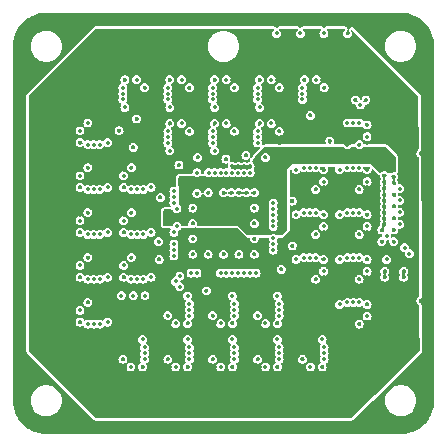
<source format=gbr>
G04 #@! TF.GenerationSoftware,KiCad,Pcbnew,(6.0.9)*
G04 #@! TF.CreationDate,2024-07-14T21:03:07-07:00*
G04 #@! TF.ProjectId,AccArray_QFN,41636341-7272-4617-995f-51464e2e6b69,rev?*
G04 #@! TF.SameCoordinates,Original*
G04 #@! TF.FileFunction,Copper,L3,Inr*
G04 #@! TF.FilePolarity,Positive*
%FSLAX46Y46*%
G04 Gerber Fmt 4.6, Leading zero omitted, Abs format (unit mm)*
G04 Created by KiCad (PCBNEW (6.0.9)) date 2024-07-14 21:03:07*
%MOMM*%
%LPD*%
G01*
G04 APERTURE LIST*
G04 #@! TA.AperFunction,ViaPad*
%ADD10C,0.350000*%
G04 #@! TD*
G04 APERTURE END LIST*
D10*
G04 #@! TO.N,GND*
X97800000Y-64400000D03*
X102600000Y-71300000D03*
X97750000Y-67480000D03*
X109000000Y-63000000D03*
X107350000Y-60850000D03*
X92350000Y-63550000D03*
X91150000Y-62150000D03*
X92650000Y-61150000D03*
X100200000Y-64550000D03*
X94650000Y-67800000D03*
X94550000Y-73050000D03*
X98550000Y-75700000D03*
X105820000Y-68100000D03*
X105820000Y-71900000D03*
X104900000Y-73880000D03*
X94500000Y-71550000D03*
G04 #@! TO.N,+3V3*
X95100000Y-71550000D03*
G04 #@! TO.N,FPGA_LED_B*
X93350000Y-76100000D03*
G04 #@! TO.N,FPGA_LED_G*
X92350000Y-76100000D03*
G04 #@! TO.N,FPGA_LED_R*
X91350000Y-76100000D03*
G04 #@! TO.N,+3V3*
X110487500Y-70915000D03*
X95450000Y-78465000D03*
X115250000Y-75600000D03*
X106685000Y-80487500D03*
X91535000Y-69250000D03*
X104900000Y-72920000D03*
X110487500Y-67115000D03*
X89512500Y-61485000D03*
X93150000Y-57835000D03*
X95285000Y-76800000D03*
X100750000Y-57835000D03*
X108465000Y-70750000D03*
X115250000Y-75100000D03*
X112152500Y-66950000D03*
X99085000Y-76800000D03*
X108515000Y-59500000D03*
X100915000Y-63187500D03*
X97115000Y-63187500D03*
X104550000Y-57835000D03*
X93200000Y-72900000D03*
X96950000Y-61522500D03*
X97180000Y-65130000D03*
X112152500Y-63150000D03*
X102885000Y-80487500D03*
X108465000Y-74550000D03*
X112152500Y-74550000D03*
X91800000Y-78750000D03*
X87847500Y-65450000D03*
X106850000Y-82152500D03*
X112152500Y-70750000D03*
X96950000Y-57835000D03*
X91650000Y-82152500D03*
X89500000Y-53900000D03*
X115400000Y-81710000D03*
X93315000Y-59500000D03*
X99250000Y-82152500D03*
X93200000Y-65300000D03*
X113650000Y-75625000D03*
X95285000Y-80487500D03*
X87847500Y-61650000D03*
X99250000Y-78465000D03*
X108465000Y-66950000D03*
X89512500Y-72885000D03*
X113650000Y-75125000D03*
X103050000Y-78465000D03*
X106800000Y-67115000D03*
X98275000Y-65095000D03*
X100915000Y-59500000D03*
X89512500Y-69085000D03*
X89512500Y-76685000D03*
X89512500Y-65285000D03*
X87847500Y-69250000D03*
X102885000Y-76800000D03*
X100750000Y-61522500D03*
X110487500Y-74715000D03*
X104715000Y-59500000D03*
X91485000Y-80487500D03*
X110487500Y-78515000D03*
X91535000Y-65450000D03*
X103050000Y-82152500D03*
X95450000Y-82152500D03*
X104715000Y-63187500D03*
X106800000Y-74715000D03*
X110487500Y-63315000D03*
X87847500Y-76850000D03*
X91535000Y-73050000D03*
X87847500Y-73050000D03*
X104550000Y-61522500D03*
X108350000Y-57835000D03*
X112152500Y-78350000D03*
X99085000Y-80487500D03*
X106800000Y-70915000D03*
X97115000Y-59500000D03*
X93200000Y-69100000D03*
X92850000Y-78750000D03*
G04 #@! TO.N,GND*
X101250000Y-65150000D03*
X95000000Y-52900000D03*
X117300000Y-85975000D03*
X92200000Y-72885000D03*
X102250000Y-65150000D03*
X82700000Y-59975000D03*
X82700000Y-75975000D03*
X104100000Y-87275000D03*
X103050000Y-61522500D03*
X98700000Y-72600000D03*
X94000000Y-52900000D03*
X97115000Y-62187500D03*
X82700000Y-67975000D03*
X108465000Y-69250000D03*
X82800000Y-54200000D03*
X114412500Y-66550000D03*
X117400000Y-62000000D03*
X85100000Y-87275000D03*
X102100000Y-87275000D03*
X88512500Y-69085000D03*
X95100000Y-87275000D03*
X112152500Y-61650000D03*
X99085000Y-77800000D03*
X112100000Y-87275000D03*
X117400000Y-84975000D03*
X85000000Y-52900000D03*
X112000000Y-52900000D03*
X99000000Y-52900000D03*
X113600000Y-69050000D03*
X95450000Y-61522500D03*
X117400000Y-69000000D03*
X106850000Y-57835000D03*
X83200000Y-86750000D03*
X94100000Y-87275000D03*
X93315000Y-58500000D03*
X87847500Y-74550000D03*
X116100000Y-53000000D03*
X117400000Y-68000000D03*
X92200000Y-65285000D03*
X113600000Y-66500000D03*
X117400000Y-80975000D03*
X90100000Y-87275000D03*
X117400000Y-57200000D03*
X105000000Y-52900000D03*
X102600000Y-68700000D03*
X97400000Y-71300000D03*
X100000000Y-67400000D03*
X88512500Y-61485000D03*
X113600000Y-70050000D03*
X82700000Y-80975000D03*
X107100000Y-87275000D03*
X116700000Y-76550000D03*
X111487500Y-67115000D03*
X100650000Y-67400000D03*
X117400000Y-72000000D03*
X98700000Y-67400000D03*
X113400000Y-70550000D03*
X112152500Y-69250000D03*
X112152500Y-76850000D03*
X86000000Y-52900000D03*
X93100000Y-87275000D03*
X96100000Y-87275000D03*
X102000000Y-52900000D03*
X113650000Y-74050000D03*
X117400000Y-74000000D03*
X82700000Y-82975000D03*
X108000000Y-52900000D03*
X91650000Y-57835000D03*
X104000000Y-52900000D03*
X82700000Y-72975000D03*
X98000000Y-52900000D03*
X87847500Y-78350000D03*
X112152500Y-73050000D03*
X101100000Y-87275000D03*
X111000000Y-52900000D03*
X101925000Y-67400000D03*
X100000000Y-72600000D03*
X114000000Y-52900000D03*
X117400000Y-82975000D03*
X82700000Y-66975000D03*
X117400000Y-70000000D03*
X82700000Y-64975000D03*
X117400000Y-73000000D03*
X103000000Y-52900000D03*
X113600000Y-67550000D03*
X109000000Y-52900000D03*
X97400000Y-72600000D03*
X92200000Y-69085000D03*
X92100000Y-87275000D03*
X101750000Y-65150000D03*
X96950000Y-78465000D03*
X114412500Y-66050000D03*
X97115000Y-58500000D03*
X114412500Y-68550000D03*
X101300000Y-72600000D03*
X113600000Y-69550000D03*
X82700000Y-58300000D03*
X106000000Y-52900000D03*
X82700000Y-60975000D03*
X114412500Y-67550000D03*
X114412500Y-70550000D03*
X108350000Y-82152500D03*
X97000000Y-52900000D03*
X99100000Y-87275000D03*
X89000000Y-52900000D03*
X88512500Y-76685000D03*
X105100000Y-87275000D03*
X82700000Y-73975000D03*
X104550000Y-82152500D03*
X82700000Y-71975000D03*
X106685000Y-81487500D03*
X117400000Y-71000000D03*
X117400000Y-58200000D03*
X117400000Y-59000000D03*
X91100000Y-87275000D03*
X117400000Y-63000000D03*
X99250000Y-61522500D03*
X100750000Y-78465000D03*
X95285000Y-81487500D03*
X117400000Y-67000000D03*
X91000000Y-52900000D03*
X117400000Y-61000000D03*
X113600000Y-65950000D03*
X95450000Y-57835000D03*
X97400000Y-68700000D03*
X102600000Y-67400000D03*
X82700000Y-63975000D03*
X108465000Y-65450000D03*
X117400000Y-81975000D03*
X113600000Y-67000000D03*
X99250000Y-57835000D03*
X116100000Y-87275000D03*
X100000000Y-52900000D03*
X103050000Y-57835000D03*
X100915000Y-62187500D03*
X97100000Y-87275000D03*
X82700000Y-76975000D03*
X107800000Y-74715000D03*
X117400000Y-55200000D03*
X91485000Y-81487500D03*
X95285000Y-77800000D03*
X82700000Y-83975000D03*
X110000000Y-52900000D03*
X117400000Y-78975000D03*
X108515000Y-58500000D03*
X116875000Y-86775000D03*
X101300000Y-67400000D03*
X102600000Y-70000000D03*
X117400000Y-65000000D03*
X98100000Y-87275000D03*
X113400000Y-71550000D03*
X117400000Y-79975000D03*
X111487500Y-78515000D03*
X82700000Y-57300000D03*
X115250000Y-74550000D03*
X104715000Y-62187500D03*
X82700000Y-74975000D03*
X96950000Y-82152500D03*
X104550000Y-78465000D03*
X82700000Y-78975000D03*
X108465000Y-73050000D03*
X87847500Y-66950000D03*
X93000000Y-52900000D03*
X110500000Y-53900000D03*
X84000000Y-87175000D03*
X82700000Y-56300000D03*
X117400000Y-77975000D03*
X111487500Y-70915000D03*
X113100000Y-87275000D03*
X91535000Y-74550000D03*
X104715000Y-58500000D03*
X117150000Y-76550000D03*
X82700000Y-65975000D03*
X82700000Y-84975000D03*
X82700000Y-79975000D03*
X97400000Y-70000000D03*
X103100000Y-87275000D03*
X83225000Y-53400000D03*
X111487500Y-74715000D03*
X88512500Y-65285000D03*
X101900000Y-64230000D03*
X117400000Y-66000000D03*
X112050000Y-59550000D03*
X115250000Y-74050000D03*
X110100000Y-87275000D03*
X108100000Y-87275000D03*
X101000000Y-52900000D03*
X82700000Y-70975000D03*
X102885000Y-81487500D03*
X87100000Y-87275000D03*
X117400000Y-60000000D03*
X82700000Y-77975000D03*
X100915000Y-58500000D03*
X87847500Y-63150000D03*
X117400000Y-56200000D03*
X89100000Y-87275000D03*
X84000000Y-52900000D03*
X112152500Y-65450000D03*
X107800000Y-70915000D03*
X88000000Y-52900000D03*
X115100000Y-87275000D03*
X82700000Y-62975000D03*
X117400000Y-75000000D03*
X100750000Y-82152500D03*
X117150000Y-64050000D03*
X100750000Y-65150000D03*
X99085000Y-81487500D03*
X82700000Y-68975000D03*
X113000000Y-52900000D03*
X116900000Y-53425000D03*
X107800000Y-67115000D03*
X92000000Y-52900000D03*
X102885000Y-77800000D03*
X90000000Y-52900000D03*
X87000000Y-52900000D03*
X111100000Y-87275000D03*
X115000000Y-52900000D03*
X96220000Y-65050000D03*
X82700000Y-69975000D03*
X82700000Y-61975000D03*
X109100000Y-87275000D03*
X103550000Y-64400000D03*
X111150000Y-59550000D03*
X87847500Y-70750000D03*
X86100000Y-87275000D03*
X117400000Y-83975000D03*
X100100000Y-87275000D03*
X96000000Y-52900000D03*
X106100000Y-87275000D03*
X114412500Y-69550000D03*
X93150000Y-82152500D03*
X88512500Y-72885000D03*
X102600000Y-72600000D03*
X113600000Y-68050000D03*
X113600000Y-68550000D03*
X107000000Y-52900000D03*
X91535000Y-70750000D03*
X116700000Y-64050000D03*
X113650000Y-74550000D03*
X82700000Y-58975000D03*
X111487500Y-63315000D03*
X114100000Y-87275000D03*
X117400000Y-54200000D03*
X82700000Y-85975000D03*
X88100000Y-87275000D03*
X117400000Y-76000000D03*
X82700000Y-81975000D03*
X82700000Y-55300000D03*
X91535000Y-66950000D03*
X114412500Y-71550000D03*
G04 #@! TO.N,FSYNC*
X100250000Y-57835000D03*
X99750000Y-82152500D03*
X103550000Y-82152500D03*
X91535000Y-65950000D03*
X112152500Y-77850000D03*
X87847500Y-69750000D03*
X112152500Y-62650000D03*
X92650000Y-57835000D03*
X100250000Y-61522500D03*
X91535000Y-73550000D03*
X108465000Y-74050000D03*
X113800000Y-71050000D03*
X104050000Y-61522500D03*
X108465000Y-70250000D03*
X87847500Y-62150000D03*
X87847500Y-73550000D03*
X92150000Y-82152500D03*
X96450000Y-57835000D03*
X91535000Y-69750000D03*
X112152500Y-70250000D03*
X112152500Y-66450000D03*
X96450000Y-61522500D03*
X112152500Y-74050000D03*
X103550000Y-78465000D03*
X87847500Y-65950000D03*
X95950000Y-82152500D03*
X104050000Y-57835000D03*
X95950000Y-78465000D03*
X107350000Y-82152500D03*
X87847500Y-77350000D03*
X108465000Y-66450000D03*
X99750000Y-78465000D03*
X107850000Y-57835000D03*
G04 #@! TO.N,FPGA_SCK*
X92700000Y-74715000D03*
X106685000Y-59000000D03*
X89012500Y-70915000D03*
X110987500Y-72885000D03*
X100915000Y-77300000D03*
X102885000Y-62687500D03*
X97115000Y-77300000D03*
X89012500Y-74715000D03*
X100915000Y-80987500D03*
X95285000Y-62687500D03*
X89012500Y-63315000D03*
X107300000Y-72885000D03*
X106500000Y-53900000D03*
X92700000Y-70915000D03*
X107300000Y-69085000D03*
X110987500Y-69085000D03*
X93315000Y-80987500D03*
X91485000Y-59000000D03*
X92700000Y-67115000D03*
X110987500Y-65285000D03*
X99085000Y-62687500D03*
X99085000Y-59000000D03*
X104715000Y-80987500D03*
X95285000Y-59000000D03*
X102885000Y-59000000D03*
X111587500Y-59962500D03*
X114900000Y-69050000D03*
X110987500Y-61485000D03*
X108515000Y-80987500D03*
X101750000Y-65700000D03*
X104715000Y-77300000D03*
X97115000Y-80987500D03*
X110987500Y-76685000D03*
X89012500Y-67115000D03*
X89012500Y-78515000D03*
X107300000Y-65285000D03*
G04 #@! TO.N,FPGA_CS*
X114900000Y-68050000D03*
X101250000Y-65700000D03*
G04 #@! TO.N,FPGA_RST*
X115725000Y-72550000D03*
X104200000Y-69250000D03*
G04 #@! TO.N,FPGA_CDONE*
X115325000Y-72050000D03*
X104200000Y-69750000D03*
G04 #@! TO.N,+1V2*
X104900000Y-70780000D03*
X114425000Y-64600000D03*
X113725000Y-65300000D03*
X95100000Y-69120000D03*
X95100000Y-69880000D03*
X113725000Y-64600000D03*
G04 #@! TO.N,FPGA_LED_B*
X96300000Y-74450000D03*
G04 #@! TO.N,FPGA_LED_G*
X95950000Y-74900000D03*
G04 #@! TO.N,FPGA_LED_R*
X96300000Y-75350000D03*
G04 #@! TO.N,IMU_CS*
X102885000Y-58500000D03*
X102885000Y-62187500D03*
X91485000Y-58500000D03*
X104715000Y-81487500D03*
X100915000Y-81487500D03*
X100915000Y-77800000D03*
X92200000Y-70915000D03*
X88512500Y-74715000D03*
X108515000Y-81487500D03*
X88512500Y-63315000D03*
X107800000Y-69085000D03*
X111487500Y-65285000D03*
X111487500Y-69085000D03*
X95285000Y-58500000D03*
X92200000Y-74715000D03*
X111487500Y-72885000D03*
X99085000Y-62187500D03*
X88512500Y-70915000D03*
X107800000Y-72885000D03*
X104715000Y-77800000D03*
X88512500Y-78515000D03*
X107800000Y-65285000D03*
X106685000Y-58500000D03*
X97115000Y-77800000D03*
X113800000Y-73050000D03*
X111487500Y-61485000D03*
X97115000Y-81487500D03*
X88512500Y-67115000D03*
X99085000Y-58500000D03*
X93315000Y-81487500D03*
X104500000Y-53900000D03*
X111487500Y-76685000D03*
X92200000Y-67115000D03*
X95285000Y-62187500D03*
G04 #@! TO.N,IMU_MISO1*
X98750000Y-65700000D03*
X95450000Y-63852500D03*
G04 #@! TO.N,FPGA_SI*
X89512500Y-74715000D03*
X93200000Y-74715000D03*
X110487500Y-65285000D03*
X95285000Y-63187500D03*
X95285000Y-59500000D03*
X110487500Y-72885000D03*
X97115000Y-80487500D03*
X110487500Y-69085000D03*
X106800000Y-65285000D03*
X104715000Y-76800000D03*
X102885000Y-63187500D03*
X93200000Y-70915000D03*
X89512500Y-70915000D03*
X100915000Y-80487500D03*
X114900000Y-67050000D03*
X89512500Y-63315000D03*
X108515000Y-80487500D03*
X106685000Y-59500000D03*
X93315000Y-80487500D03*
X110487500Y-61485000D03*
X100915000Y-76800000D03*
X106800000Y-69085000D03*
X99085000Y-63187500D03*
X99085000Y-59500000D03*
X110487500Y-76685000D03*
X100750000Y-65700000D03*
X108500000Y-53900000D03*
X97115000Y-76800000D03*
X106800000Y-72885000D03*
X89512500Y-78515000D03*
X89512500Y-67115000D03*
X104715000Y-80487500D03*
X102885000Y-59500000D03*
X93200000Y-67115000D03*
X91485000Y-59500000D03*
G04 #@! TO.N,IMU_MISO2*
X99250000Y-63852500D03*
X99750000Y-65700000D03*
G04 #@! TO.N,IMU_MISO4*
X95800000Y-67250000D03*
X91650000Y-60165000D03*
G04 #@! TO.N,IMU_MISO5*
X97750000Y-65700000D03*
X95450000Y-60165000D03*
G04 #@! TO.N,IMU_MISO6*
X99250000Y-60165000D03*
X99250000Y-65700000D03*
G04 #@! TO.N,IMU_MISO7*
X103050000Y-60165000D03*
X100250000Y-65700000D03*
G04 #@! TO.N,IMU_MISO9*
X106135000Y-65450000D03*
X104200000Y-68750000D03*
G04 #@! TO.N,IMU_MISO10*
X104200000Y-71250000D03*
X106135000Y-69250000D03*
G04 #@! TO.N,IMU_MISO11*
X106135000Y-73050000D03*
X104200000Y-72250000D03*
G04 #@! TO.N,IMU_MISO13*
X109822500Y-65450000D03*
X104200000Y-68250000D03*
G04 #@! TO.N,IMU_MISO14*
X109822500Y-69250000D03*
X104200000Y-70250000D03*
G04 #@! TO.N,IMU_MISO15*
X104200000Y-71750000D03*
X109822500Y-73050000D03*
G04 #@! TO.N,IMU_MISO16*
X109822500Y-76850000D03*
X102750000Y-74200000D03*
G04 #@! TO.N,IMU_MISO17*
X104550000Y-76135000D03*
X101250000Y-74200000D03*
G04 #@! TO.N,IMU_MISO18*
X100750000Y-76135000D03*
X100250000Y-74200000D03*
G04 #@! TO.N,IMU_MISO19*
X97750000Y-74200000D03*
X96950000Y-76135000D03*
G04 #@! TO.N,IMU_MISO20*
X108350000Y-79822500D03*
X102250000Y-74200000D03*
G04 #@! TO.N,IMU_MISO21*
X104550000Y-79822500D03*
X101750000Y-74200000D03*
G04 #@! TO.N,IMU_MISO22*
X100750000Y-74200000D03*
X100750000Y-79822500D03*
G04 #@! TO.N,IMU_MISO23*
X96950000Y-79822500D03*
X99750000Y-74200000D03*
G04 #@! TO.N,IMU_MISO24*
X93150000Y-79822500D03*
X97250000Y-74200000D03*
G04 #@! TO.N,IMU_MISO25*
X95800000Y-71750000D03*
X93865000Y-74550000D03*
G04 #@! TO.N,IMU_MISO26*
X96050000Y-70250000D03*
X93865000Y-70750000D03*
G04 #@! TO.N,IMU_MISO27*
X93865000Y-66950000D03*
X95800000Y-68250000D03*
G04 #@! TO.N,IMU_MISO28*
X90177500Y-78350000D03*
X95800000Y-72750000D03*
G04 #@! TO.N,IMU_MISO29*
X90177500Y-74550000D03*
X95800000Y-72250000D03*
G04 #@! TO.N,IMU_MISO30*
X95800000Y-70750000D03*
X90177500Y-70750000D03*
G04 #@! TO.N,IMU_MISO31*
X96050000Y-68750000D03*
X90177500Y-66950000D03*
G04 #@! TO.N,IMU_MISO32*
X95800000Y-67750000D03*
X90177500Y-63150000D03*
G04 #@! TO.N,FPGA_SO*
X102250000Y-65700000D03*
X114900000Y-70050000D03*
G04 #@! TD*
G04 #@! TA.AperFunction,Conductor*
G04 #@! TO.N,GND*
G36*
X114989594Y-52153021D02*
G01*
X115000000Y-52155809D01*
X115009409Y-52153288D01*
X115016568Y-52153288D01*
X115028223Y-52152085D01*
X115314906Y-52168185D01*
X115323142Y-52169113D01*
X115629976Y-52221247D01*
X115638059Y-52223091D01*
X115793393Y-52267842D01*
X115937138Y-52309254D01*
X115944971Y-52311995D01*
X116232511Y-52431098D01*
X116239987Y-52434698D01*
X116512392Y-52585251D01*
X116519417Y-52589666D01*
X116773239Y-52769762D01*
X116779727Y-52774935D01*
X117011802Y-52982330D01*
X117017670Y-52988198D01*
X117225065Y-53220273D01*
X117230237Y-53226760D01*
X117399823Y-53465768D01*
X117410333Y-53480581D01*
X117414748Y-53487607D01*
X117470072Y-53587708D01*
X117565302Y-53760013D01*
X117568902Y-53767489D01*
X117688005Y-54055029D01*
X117690746Y-54062862D01*
X117769910Y-54337646D01*
X117776908Y-54361938D01*
X117778753Y-54370024D01*
X117808470Y-54544921D01*
X117830886Y-54676853D01*
X117831816Y-54685100D01*
X117847915Y-54971777D01*
X117846712Y-54983432D01*
X117846712Y-54990591D01*
X117844191Y-55000000D01*
X117846712Y-55009408D01*
X117846979Y-55010404D01*
X117849500Y-55029557D01*
X117849500Y-84970443D01*
X117846979Y-84989594D01*
X117844191Y-85000000D01*
X117846712Y-85009409D01*
X117846712Y-85016568D01*
X117847915Y-85028223D01*
X117831816Y-85314900D01*
X117830887Y-85323142D01*
X117778754Y-85629972D01*
X117776909Y-85638059D01*
X117769066Y-85665281D01*
X117690746Y-85937138D01*
X117688005Y-85944971D01*
X117568902Y-86232511D01*
X117565302Y-86239987D01*
X117414749Y-86512392D01*
X117410334Y-86519417D01*
X117301876Y-86672275D01*
X117230238Y-86773239D01*
X117225065Y-86779727D01*
X117017670Y-87011802D01*
X117011802Y-87017670D01*
X116779727Y-87225065D01*
X116773240Y-87230237D01*
X116612215Y-87344491D01*
X116519419Y-87410333D01*
X116512392Y-87414749D01*
X116239987Y-87565302D01*
X116232511Y-87568902D01*
X115944971Y-87688005D01*
X115937137Y-87690746D01*
X115638059Y-87776909D01*
X115629976Y-87778753D01*
X115323142Y-87830887D01*
X115314906Y-87831815D01*
X115028223Y-87847915D01*
X115016568Y-87846712D01*
X115009409Y-87846712D01*
X115000000Y-87844191D01*
X114989594Y-87846979D01*
X114970443Y-87849500D01*
X85029557Y-87849500D01*
X85010406Y-87846979D01*
X85000000Y-87844191D01*
X84990591Y-87846712D01*
X84983432Y-87846712D01*
X84971777Y-87847915D01*
X84685094Y-87831815D01*
X84676858Y-87830887D01*
X84370024Y-87778753D01*
X84361941Y-87776909D01*
X84062863Y-87690746D01*
X84055029Y-87688005D01*
X83767489Y-87568902D01*
X83760013Y-87565302D01*
X83487608Y-87414749D01*
X83480581Y-87410333D01*
X83387786Y-87344491D01*
X83226760Y-87230237D01*
X83220273Y-87225065D01*
X82988198Y-87017670D01*
X82982330Y-87011802D01*
X82774935Y-86779727D01*
X82769762Y-86773239D01*
X82698124Y-86672275D01*
X82589666Y-86519417D01*
X82585251Y-86512392D01*
X82434698Y-86239987D01*
X82431098Y-86232511D01*
X82311995Y-85944971D01*
X82309254Y-85937138D01*
X82230934Y-85665281D01*
X82223091Y-85638059D01*
X82221246Y-85629972D01*
X82169113Y-85323142D01*
X82168184Y-85314900D01*
X82152085Y-85028223D01*
X82153288Y-85016568D01*
X82153288Y-85009409D01*
X82155809Y-85000000D01*
X83669437Y-85000000D01*
X83689651Y-85231050D01*
X83749680Y-85455079D01*
X83751047Y-85458010D01*
X83846333Y-85662353D01*
X83846334Y-85662354D01*
X83847699Y-85665281D01*
X83980730Y-85855269D01*
X84144731Y-86019270D01*
X84334719Y-86152301D01*
X84337641Y-86153664D01*
X84337647Y-86153667D01*
X84485211Y-86222477D01*
X84544921Y-86250320D01*
X84656935Y-86280334D01*
X84765822Y-86309511D01*
X84765824Y-86309511D01*
X84768950Y-86310349D01*
X84942129Y-86325500D01*
X85057871Y-86325500D01*
X85231050Y-86310349D01*
X85234176Y-86309511D01*
X85234178Y-86309511D01*
X85343065Y-86280334D01*
X85455079Y-86250320D01*
X85514789Y-86222477D01*
X85662353Y-86153667D01*
X85662359Y-86153664D01*
X85665281Y-86152301D01*
X85855269Y-86019270D01*
X86019270Y-85855269D01*
X86152301Y-85665282D01*
X86250320Y-85455079D01*
X86310349Y-85231050D01*
X86330563Y-85000000D01*
X86310349Y-84768950D01*
X86250320Y-84544921D01*
X86222477Y-84485211D01*
X86153667Y-84337647D01*
X86153664Y-84337641D01*
X86152301Y-84334719D01*
X86019270Y-84144731D01*
X85855269Y-83980730D01*
X85665281Y-83847699D01*
X85662359Y-83846336D01*
X85662353Y-83846333D01*
X85514789Y-83777523D01*
X85455079Y-83749680D01*
X85343065Y-83719666D01*
X85234178Y-83690489D01*
X85234176Y-83690489D01*
X85231050Y-83689651D01*
X85057871Y-83674500D01*
X84942129Y-83674500D01*
X84768950Y-83689651D01*
X84765824Y-83690489D01*
X84765822Y-83690489D01*
X84656935Y-83719666D01*
X84544921Y-83749680D01*
X84485211Y-83777523D01*
X84337647Y-83846333D01*
X84337641Y-83846336D01*
X84334719Y-83847699D01*
X84144731Y-83980730D01*
X83980730Y-84144731D01*
X83847699Y-84334718D01*
X83749680Y-84544921D01*
X83689651Y-84768950D01*
X83669437Y-85000000D01*
X82155809Y-85000000D01*
X82153021Y-84989594D01*
X82150500Y-84970443D01*
X82150500Y-80774112D01*
X83294500Y-80774112D01*
X83310143Y-80852754D01*
X83328449Y-80896948D01*
X83372996Y-80963616D01*
X89036384Y-86627004D01*
X89103052Y-86671551D01*
X89147246Y-86689857D01*
X89150814Y-86690567D01*
X89150815Y-86690567D01*
X89222318Y-86704790D01*
X89222319Y-86704790D01*
X89225888Y-86705500D01*
X110774429Y-86705500D01*
X110822692Y-86696009D01*
X110848711Y-86690893D01*
X110848713Y-86690892D01*
X110852244Y-86690198D01*
X110879156Y-86679188D01*
X110892726Y-86673636D01*
X110892728Y-86673635D01*
X110896052Y-86672275D01*
X110899052Y-86670299D01*
X110899055Y-86670297D01*
X110959276Y-86630623D01*
X110959278Y-86630622D01*
X110962278Y-86628645D01*
X112619496Y-85000000D01*
X113669437Y-85000000D01*
X113689651Y-85231050D01*
X113749680Y-85455079D01*
X113751047Y-85458010D01*
X113846333Y-85662353D01*
X113846334Y-85662354D01*
X113847699Y-85665281D01*
X113980730Y-85855269D01*
X114144731Y-86019270D01*
X114334719Y-86152301D01*
X114337641Y-86153664D01*
X114337647Y-86153667D01*
X114485211Y-86222477D01*
X114544921Y-86250320D01*
X114656935Y-86280334D01*
X114765822Y-86309511D01*
X114765824Y-86309511D01*
X114768950Y-86310349D01*
X114942129Y-86325500D01*
X115057871Y-86325500D01*
X115231050Y-86310349D01*
X115234176Y-86309511D01*
X115234178Y-86309511D01*
X115343065Y-86280334D01*
X115455079Y-86250320D01*
X115514789Y-86222477D01*
X115662353Y-86153667D01*
X115662359Y-86153664D01*
X115665281Y-86152301D01*
X115855269Y-86019270D01*
X116019270Y-85855269D01*
X116152301Y-85665282D01*
X116250320Y-85455079D01*
X116310349Y-85231050D01*
X116330563Y-85000000D01*
X116310349Y-84768950D01*
X116250320Y-84544921D01*
X116222477Y-84485211D01*
X116153667Y-84337647D01*
X116153664Y-84337641D01*
X116152301Y-84334719D01*
X116019270Y-84144731D01*
X115855269Y-83980730D01*
X115665281Y-83847699D01*
X115662359Y-83846336D01*
X115662353Y-83846333D01*
X115514789Y-83777523D01*
X115455079Y-83749680D01*
X115343065Y-83719666D01*
X115234178Y-83690489D01*
X115234176Y-83690489D01*
X115231050Y-83689651D01*
X115057871Y-83674500D01*
X114942129Y-83674500D01*
X114768950Y-83689651D01*
X114765824Y-83690489D01*
X114765822Y-83690489D01*
X114656935Y-83719666D01*
X114544921Y-83749680D01*
X114485211Y-83777523D01*
X114337647Y-83846333D01*
X114337641Y-83846336D01*
X114334719Y-83847699D01*
X114144731Y-83980730D01*
X113980730Y-84144731D01*
X113847699Y-84334718D01*
X113749680Y-84544921D01*
X113689651Y-84768950D01*
X113669437Y-85000000D01*
X112619496Y-85000000D01*
X116725228Y-80965056D01*
X116770883Y-80897517D01*
X116789574Y-80852652D01*
X116805376Y-80772672D01*
X116802428Y-80135906D01*
X116787678Y-76949907D01*
X116787678Y-76949899D01*
X116787671Y-76948459D01*
X116785068Y-76916796D01*
X116782010Y-76897772D01*
X116777811Y-76877945D01*
X116735381Y-76796927D01*
X116704315Y-76760552D01*
X116692454Y-76751201D01*
X116644203Y-76713163D01*
X116641344Y-76710909D01*
X116609273Y-76694568D01*
X116590542Y-76680960D01*
X116569041Y-76659459D01*
X116555432Y-76640728D01*
X116541625Y-76613630D01*
X116534471Y-76591613D01*
X116531925Y-76575541D01*
X116529713Y-76561573D01*
X116529713Y-76538427D01*
X116534471Y-76508387D01*
X116541625Y-76486370D01*
X116555432Y-76459272D01*
X116569041Y-76440541D01*
X116590543Y-76419039D01*
X116609273Y-76405431D01*
X116610984Y-76404559D01*
X116637652Y-76390971D01*
X116638891Y-76390209D01*
X116638903Y-76390203D01*
X116664254Y-76374627D01*
X116664261Y-76374622D01*
X116665531Y-76373842D01*
X116681555Y-76362143D01*
X116683554Y-76360519D01*
X116694053Y-76351990D01*
X116694055Y-76351988D01*
X116698022Y-76348765D01*
X116750599Y-76273933D01*
X116768700Y-76229655D01*
X116783979Y-76150942D01*
X116763629Y-71755432D01*
X116729671Y-64420351D01*
X116729671Y-64420343D01*
X116729664Y-64418903D01*
X116727061Y-64387238D01*
X116724003Y-64368215D01*
X116719805Y-64348393D01*
X116715127Y-64339459D01*
X116679304Y-64271056D01*
X116679303Y-64271054D01*
X116677376Y-64267375D01*
X116674679Y-64264217D01*
X116674677Y-64264214D01*
X116648673Y-64233765D01*
X116648669Y-64233762D01*
X116646311Y-64231000D01*
X116622664Y-64212357D01*
X116616153Y-64206571D01*
X116569041Y-64159459D01*
X116555432Y-64140728D01*
X116554691Y-64139272D01*
X116541625Y-64113630D01*
X116534471Y-64091613D01*
X116530462Y-64066304D01*
X116529713Y-64061573D01*
X116529713Y-64038427D01*
X116534471Y-64008387D01*
X116541625Y-63986370D01*
X116555432Y-63959272D01*
X116569041Y-63940541D01*
X116598429Y-63911153D01*
X116607885Y-63903380D01*
X116607797Y-63903259D01*
X116623051Y-63892122D01*
X116623821Y-63891560D01*
X116625820Y-63889936D01*
X116636319Y-63881407D01*
X116636321Y-63881405D01*
X116640288Y-63878182D01*
X116692865Y-63803350D01*
X116710966Y-63759072D01*
X116726245Y-63680359D01*
X116717352Y-61759456D01*
X116705634Y-59228381D01*
X116705634Y-59228378D01*
X116705617Y-59224768D01*
X116689794Y-59146639D01*
X116671489Y-59102734D01*
X116627124Y-59036504D01*
X112590620Y-55000000D01*
X113669437Y-55000000D01*
X113689651Y-55231050D01*
X113749680Y-55455079D01*
X113751047Y-55458010D01*
X113846333Y-55662353D01*
X113846334Y-55662354D01*
X113847699Y-55665281D01*
X113980730Y-55855269D01*
X114144731Y-56019270D01*
X114334719Y-56152301D01*
X114337641Y-56153664D01*
X114337647Y-56153667D01*
X114485211Y-56222477D01*
X114544921Y-56250320D01*
X114656936Y-56280335D01*
X114765822Y-56309511D01*
X114765824Y-56309511D01*
X114768950Y-56310349D01*
X114942129Y-56325500D01*
X115057871Y-56325500D01*
X115231050Y-56310349D01*
X115234176Y-56309511D01*
X115234178Y-56309511D01*
X115343064Y-56280335D01*
X115455079Y-56250320D01*
X115514789Y-56222477D01*
X115662353Y-56153667D01*
X115662359Y-56153664D01*
X115665281Y-56152301D01*
X115855269Y-56019270D01*
X116019270Y-55855269D01*
X116152301Y-55665282D01*
X116250320Y-55455079D01*
X116310349Y-55231050D01*
X116330563Y-55000000D01*
X116310349Y-54768950D01*
X116250320Y-54544921D01*
X116166854Y-54365927D01*
X116153667Y-54337647D01*
X116153664Y-54337641D01*
X116152301Y-54334719D01*
X116019270Y-54144731D01*
X115855269Y-53980730D01*
X115723440Y-53888422D01*
X115667929Y-53849553D01*
X115667928Y-53849552D01*
X115665281Y-53847699D01*
X115662359Y-53846336D01*
X115662353Y-53846333D01*
X115513538Y-53776940D01*
X115455079Y-53749680D01*
X115332434Y-53716817D01*
X115234178Y-53690489D01*
X115234176Y-53690489D01*
X115231050Y-53689651D01*
X115057871Y-53674500D01*
X114942129Y-53674500D01*
X114768950Y-53689651D01*
X114765824Y-53690489D01*
X114765822Y-53690489D01*
X114667566Y-53716817D01*
X114544921Y-53749680D01*
X114486462Y-53776940D01*
X114337647Y-53846333D01*
X114337641Y-53846336D01*
X114334719Y-53847699D01*
X114332072Y-53849552D01*
X114332071Y-53849553D01*
X114276561Y-53888422D01*
X114144731Y-53980730D01*
X113980730Y-54144731D01*
X113847699Y-54334718D01*
X113749680Y-54544921D01*
X113689651Y-54768950D01*
X113669437Y-55000000D01*
X112590620Y-55000000D01*
X111056388Y-53465768D01*
X111018451Y-53435860D01*
X111016591Y-53434720D01*
X110994989Y-53421482D01*
X110994980Y-53421477D01*
X110993570Y-53420613D01*
X110992082Y-53419876D01*
X110992077Y-53419873D01*
X110965779Y-53406843D01*
X110965777Y-53406842D01*
X110960559Y-53404257D01*
X110954798Y-53403411D01*
X110954796Y-53403410D01*
X110874186Y-53391568D01*
X110874185Y-53391568D01*
X110870074Y-53390964D01*
X110865932Y-53391290D01*
X110825496Y-53394472D01*
X110825492Y-53394473D01*
X110822387Y-53394717D01*
X110819365Y-53395479D01*
X110819362Y-53395479D01*
X110762695Y-53409758D01*
X110762694Y-53409759D01*
X110755628Y-53411539D01*
X110682246Y-53466123D01*
X110651179Y-53502498D01*
X110615869Y-53561598D01*
X110612811Y-53559771D01*
X110589622Y-53587708D01*
X110539819Y-53596763D01*
X110495848Y-53571687D01*
X110479327Y-53536215D01*
X110471127Y-53487955D01*
X110470431Y-53483858D01*
X110452125Y-53439664D01*
X110428186Y-53401566D01*
X110419377Y-53387546D01*
X110419376Y-53387545D01*
X110415498Y-53381373D01*
X110340910Y-53328449D01*
X110296716Y-53310143D01*
X110293147Y-53309433D01*
X110221644Y-53295210D01*
X110221643Y-53295210D01*
X110218074Y-53294500D01*
X108781926Y-53294500D01*
X108778357Y-53295210D01*
X108778356Y-53295210D01*
X108706853Y-53309433D01*
X108703284Y-53310143D01*
X108659090Y-53328449D01*
X108600799Y-53365076D01*
X108596580Y-53371022D01*
X108561181Y-53420911D01*
X108519536Y-53449686D01*
X108469138Y-53444959D01*
X108438173Y-53417460D01*
X108415498Y-53381373D01*
X108340910Y-53328449D01*
X108296716Y-53310143D01*
X108293147Y-53309433D01*
X108221644Y-53295210D01*
X108221643Y-53295210D01*
X108218074Y-53294500D01*
X106781926Y-53294500D01*
X106778357Y-53295210D01*
X106778356Y-53295210D01*
X106706853Y-53309433D01*
X106703284Y-53310143D01*
X106659090Y-53328449D01*
X106600799Y-53365076D01*
X106596580Y-53371022D01*
X106561181Y-53420911D01*
X106519536Y-53449686D01*
X106469138Y-53444959D01*
X106438173Y-53417460D01*
X106415498Y-53381373D01*
X106340910Y-53328449D01*
X106296716Y-53310143D01*
X106293147Y-53309433D01*
X106221644Y-53295210D01*
X106221643Y-53295210D01*
X106218074Y-53294500D01*
X104781926Y-53294500D01*
X104778357Y-53295210D01*
X104778356Y-53295210D01*
X104706853Y-53309433D01*
X104703284Y-53310143D01*
X104659090Y-53328449D01*
X104600799Y-53365076D01*
X104596580Y-53371022D01*
X104561181Y-53420911D01*
X104519536Y-53449686D01*
X104469138Y-53444959D01*
X104438173Y-53417460D01*
X104415498Y-53381373D01*
X104340910Y-53328449D01*
X104296716Y-53310143D01*
X104293147Y-53309433D01*
X104221644Y-53295210D01*
X104221643Y-53295210D01*
X104218074Y-53294500D01*
X89225888Y-53294500D01*
X89222319Y-53295210D01*
X89222318Y-53295210D01*
X89150815Y-53309433D01*
X89147246Y-53310143D01*
X89103052Y-53328449D01*
X89036384Y-53372996D01*
X83372996Y-59036384D01*
X83370979Y-59039403D01*
X83330671Y-59099727D01*
X83328449Y-59103052D01*
X83310143Y-59147246D01*
X83309433Y-59150814D01*
X83309433Y-59150815D01*
X83295427Y-59221230D01*
X83294500Y-59225888D01*
X83294500Y-80774112D01*
X82150500Y-80774112D01*
X82150500Y-55029557D01*
X82153021Y-55010404D01*
X82153288Y-55009408D01*
X82155809Y-55000000D01*
X83669437Y-55000000D01*
X83689651Y-55231050D01*
X83749680Y-55455079D01*
X83751047Y-55458010D01*
X83846333Y-55662353D01*
X83846334Y-55662354D01*
X83847699Y-55665281D01*
X83980730Y-55855269D01*
X84144731Y-56019270D01*
X84334719Y-56152301D01*
X84337641Y-56153664D01*
X84337647Y-56153667D01*
X84485211Y-56222477D01*
X84544921Y-56250320D01*
X84656936Y-56280335D01*
X84765822Y-56309511D01*
X84765824Y-56309511D01*
X84768950Y-56310349D01*
X84942129Y-56325500D01*
X85057871Y-56325500D01*
X85231050Y-56310349D01*
X85234176Y-56309511D01*
X85234178Y-56309511D01*
X85343064Y-56280335D01*
X85455079Y-56250320D01*
X85514789Y-56222477D01*
X85662353Y-56153667D01*
X85662359Y-56153664D01*
X85665281Y-56152301D01*
X85855269Y-56019270D01*
X86019270Y-55855269D01*
X86152301Y-55665282D01*
X86250320Y-55455079D01*
X86310349Y-55231050D01*
X86330563Y-55000000D01*
X86310349Y-54768950D01*
X86250320Y-54544921D01*
X86166854Y-54365927D01*
X86153667Y-54337647D01*
X86153664Y-54337641D01*
X86152301Y-54334719D01*
X86019270Y-54144731D01*
X85855269Y-53980730D01*
X85723440Y-53888422D01*
X85667929Y-53849553D01*
X85667928Y-53849552D01*
X85665281Y-53847699D01*
X85662359Y-53846336D01*
X85662353Y-53846333D01*
X85513538Y-53776940D01*
X85455079Y-53749680D01*
X85332434Y-53716817D01*
X85234178Y-53690489D01*
X85234176Y-53690489D01*
X85231050Y-53689651D01*
X85057871Y-53674500D01*
X84942129Y-53674500D01*
X84768950Y-53689651D01*
X84765824Y-53690489D01*
X84765822Y-53690489D01*
X84667566Y-53716817D01*
X84544921Y-53749680D01*
X84486462Y-53776940D01*
X84337647Y-53846333D01*
X84337641Y-53846336D01*
X84334719Y-53847699D01*
X84332072Y-53849552D01*
X84332071Y-53849553D01*
X84276561Y-53888422D01*
X84144731Y-53980730D01*
X83980730Y-54144731D01*
X83847699Y-54334718D01*
X83749680Y-54544921D01*
X83689651Y-54768950D01*
X83669437Y-55000000D01*
X82155809Y-55000000D01*
X82153288Y-54990591D01*
X82153288Y-54983432D01*
X82152085Y-54971777D01*
X82168184Y-54685100D01*
X82169114Y-54676853D01*
X82191531Y-54544921D01*
X82221247Y-54370024D01*
X82223092Y-54361938D01*
X82230091Y-54337646D01*
X82309254Y-54062862D01*
X82311995Y-54055029D01*
X82431098Y-53767489D01*
X82434698Y-53760013D01*
X82529928Y-53587708D01*
X82585252Y-53487607D01*
X82589667Y-53480581D01*
X82600178Y-53465768D01*
X82769763Y-53226760D01*
X82774935Y-53220273D01*
X82982330Y-52988198D01*
X82988198Y-52982330D01*
X83220273Y-52774935D01*
X83226761Y-52769762D01*
X83480583Y-52589666D01*
X83487608Y-52585251D01*
X83760013Y-52434698D01*
X83767489Y-52431098D01*
X84055029Y-52311995D01*
X84062862Y-52309254D01*
X84206607Y-52267842D01*
X84361941Y-52223091D01*
X84370024Y-52221247D01*
X84676858Y-52169113D01*
X84685094Y-52168185D01*
X84971777Y-52152085D01*
X84983432Y-52153288D01*
X84990591Y-52153288D01*
X85000000Y-52155809D01*
X85010406Y-52153021D01*
X85029557Y-52150500D01*
X114970443Y-52150500D01*
X114989594Y-52153021D01*
G37*
G04 #@! TD.AperFunction*
G04 #@! TA.AperFunction,Conductor*
G36*
X104637924Y-81956775D02*
G01*
X104657639Y-81984215D01*
X104663594Y-81998590D01*
X104664884Y-81998055D01*
X104668223Y-82003232D01*
X104671912Y-82011866D01*
X104672983Y-82017894D01*
X104674723Y-82022201D01*
X104674471Y-82022330D01*
X104694568Y-82061772D01*
X104708374Y-82088868D01*
X104715529Y-82110884D01*
X104720287Y-82140927D01*
X104720287Y-82164073D01*
X104716269Y-82189442D01*
X104715529Y-82194113D01*
X104708375Y-82216130D01*
X104694568Y-82243228D01*
X104680959Y-82261959D01*
X104659459Y-82283459D01*
X104640730Y-82297067D01*
X104613630Y-82310875D01*
X104591613Y-82318029D01*
X104586942Y-82318769D01*
X104561573Y-82322787D01*
X104538427Y-82322787D01*
X104513058Y-82318769D01*
X104508387Y-82318029D01*
X104486370Y-82310875D01*
X104459270Y-82297067D01*
X104440541Y-82283459D01*
X104419041Y-82261959D01*
X104405432Y-82243228D01*
X104391625Y-82216130D01*
X104384471Y-82194113D01*
X104383731Y-82189442D01*
X104379713Y-82164073D01*
X104379713Y-82140927D01*
X104384471Y-82110887D01*
X104391625Y-82088870D01*
X104405432Y-82061772D01*
X104419041Y-82043041D01*
X104440544Y-82021538D01*
X104459275Y-82007930D01*
X104484198Y-81995231D01*
X104485517Y-81994559D01*
X104493982Y-81989371D01*
X104511767Y-81978473D01*
X104511771Y-81978470D01*
X104513015Y-81977708D01*
X104514194Y-81976851D01*
X104514202Y-81976846D01*
X104519881Y-81972720D01*
X104528833Y-81966215D01*
X104542809Y-81954940D01*
X104590701Y-81938548D01*
X104637924Y-81956775D01*
G37*
G04 #@! TD.AperFunction*
G04 #@! TA.AperFunction,Conductor*
G36*
X93237924Y-81956775D02*
G01*
X93257639Y-81984215D01*
X93263594Y-81998590D01*
X93264884Y-81998055D01*
X93268223Y-82003232D01*
X93271912Y-82011866D01*
X93272983Y-82017894D01*
X93274723Y-82022201D01*
X93274471Y-82022330D01*
X93294568Y-82061772D01*
X93308374Y-82088868D01*
X93315529Y-82110884D01*
X93320287Y-82140927D01*
X93320287Y-82164073D01*
X93316269Y-82189442D01*
X93315529Y-82194113D01*
X93308375Y-82216130D01*
X93294568Y-82243228D01*
X93280959Y-82261959D01*
X93259459Y-82283459D01*
X93240730Y-82297067D01*
X93213630Y-82310875D01*
X93191613Y-82318029D01*
X93186942Y-82318769D01*
X93161573Y-82322787D01*
X93138427Y-82322787D01*
X93113058Y-82318769D01*
X93108387Y-82318029D01*
X93086370Y-82310875D01*
X93059270Y-82297067D01*
X93040541Y-82283459D01*
X93019041Y-82261959D01*
X93005432Y-82243228D01*
X92991625Y-82216130D01*
X92984471Y-82194113D01*
X92983731Y-82189442D01*
X92979713Y-82164073D01*
X92979713Y-82140927D01*
X92984471Y-82110887D01*
X92991625Y-82088870D01*
X93005432Y-82061772D01*
X93019041Y-82043041D01*
X93040544Y-82021538D01*
X93059275Y-82007930D01*
X93084198Y-81995231D01*
X93085517Y-81994559D01*
X93093982Y-81989371D01*
X93111767Y-81978473D01*
X93111771Y-81978470D01*
X93113015Y-81977708D01*
X93114194Y-81976851D01*
X93114202Y-81976846D01*
X93119881Y-81972720D01*
X93128833Y-81966215D01*
X93142809Y-81954940D01*
X93190701Y-81938548D01*
X93237924Y-81956775D01*
G37*
G04 #@! TD.AperFunction*
G04 #@! TA.AperFunction,Conductor*
G36*
X97037924Y-81956775D02*
G01*
X97057639Y-81984215D01*
X97063594Y-81998590D01*
X97064884Y-81998055D01*
X97068223Y-82003232D01*
X97071912Y-82011866D01*
X97072983Y-82017894D01*
X97074723Y-82022201D01*
X97074471Y-82022330D01*
X97094568Y-82061772D01*
X97108374Y-82088868D01*
X97115529Y-82110884D01*
X97120287Y-82140927D01*
X97120287Y-82164073D01*
X97116269Y-82189442D01*
X97115529Y-82194113D01*
X97108375Y-82216130D01*
X97094568Y-82243228D01*
X97080959Y-82261959D01*
X97059459Y-82283459D01*
X97040730Y-82297067D01*
X97013630Y-82310875D01*
X96991613Y-82318029D01*
X96986942Y-82318769D01*
X96961573Y-82322787D01*
X96938427Y-82322787D01*
X96913058Y-82318769D01*
X96908387Y-82318029D01*
X96886370Y-82310875D01*
X96859270Y-82297067D01*
X96840541Y-82283459D01*
X96819041Y-82261959D01*
X96805432Y-82243228D01*
X96791625Y-82216130D01*
X96784471Y-82194113D01*
X96783731Y-82189442D01*
X96779713Y-82164073D01*
X96779713Y-82140927D01*
X96784471Y-82110887D01*
X96791625Y-82088870D01*
X96805432Y-82061772D01*
X96819041Y-82043041D01*
X96840544Y-82021538D01*
X96859275Y-82007930D01*
X96884198Y-81995231D01*
X96885517Y-81994559D01*
X96893982Y-81989371D01*
X96911767Y-81978473D01*
X96911771Y-81978470D01*
X96913015Y-81977708D01*
X96914194Y-81976851D01*
X96914202Y-81976846D01*
X96919881Y-81972720D01*
X96928833Y-81966215D01*
X96942809Y-81954940D01*
X96990701Y-81938548D01*
X97037924Y-81956775D01*
G37*
G04 #@! TD.AperFunction*
G04 #@! TA.AperFunction,Conductor*
G36*
X100837924Y-81956775D02*
G01*
X100857639Y-81984215D01*
X100863594Y-81998590D01*
X100864884Y-81998055D01*
X100868223Y-82003232D01*
X100871912Y-82011866D01*
X100872983Y-82017894D01*
X100874723Y-82022201D01*
X100874471Y-82022330D01*
X100894568Y-82061772D01*
X100908374Y-82088868D01*
X100915529Y-82110884D01*
X100920287Y-82140927D01*
X100920287Y-82164073D01*
X100916269Y-82189442D01*
X100915529Y-82194113D01*
X100908375Y-82216130D01*
X100894568Y-82243228D01*
X100880959Y-82261959D01*
X100859459Y-82283459D01*
X100840730Y-82297067D01*
X100813630Y-82310875D01*
X100791613Y-82318029D01*
X100786942Y-82318769D01*
X100761573Y-82322787D01*
X100738427Y-82322787D01*
X100713058Y-82318769D01*
X100708387Y-82318029D01*
X100686370Y-82310875D01*
X100659270Y-82297067D01*
X100640541Y-82283459D01*
X100619041Y-82261959D01*
X100605432Y-82243228D01*
X100591625Y-82216130D01*
X100584471Y-82194113D01*
X100583731Y-82189442D01*
X100579713Y-82164073D01*
X100579713Y-82140927D01*
X100584471Y-82110887D01*
X100591625Y-82088870D01*
X100605432Y-82061772D01*
X100619041Y-82043041D01*
X100640544Y-82021538D01*
X100659275Y-82007930D01*
X100684198Y-81995231D01*
X100685517Y-81994559D01*
X100693982Y-81989371D01*
X100711767Y-81978473D01*
X100711771Y-81978470D01*
X100713015Y-81977708D01*
X100714194Y-81976851D01*
X100714202Y-81976846D01*
X100719881Y-81972720D01*
X100728833Y-81966215D01*
X100742809Y-81954940D01*
X100790701Y-81938548D01*
X100837924Y-81956775D01*
G37*
G04 #@! TD.AperFunction*
G04 #@! TA.AperFunction,Conductor*
G36*
X108437924Y-81956775D02*
G01*
X108457639Y-81984215D01*
X108463594Y-81998590D01*
X108464884Y-81998055D01*
X108468223Y-82003232D01*
X108471912Y-82011866D01*
X108472983Y-82017894D01*
X108474723Y-82022201D01*
X108474471Y-82022330D01*
X108494568Y-82061772D01*
X108508374Y-82088868D01*
X108515529Y-82110884D01*
X108520287Y-82140927D01*
X108520287Y-82164073D01*
X108516269Y-82189442D01*
X108515529Y-82194113D01*
X108508375Y-82216130D01*
X108494568Y-82243228D01*
X108480959Y-82261959D01*
X108459459Y-82283459D01*
X108440730Y-82297067D01*
X108413630Y-82310875D01*
X108391613Y-82318029D01*
X108386942Y-82318769D01*
X108361573Y-82322787D01*
X108338427Y-82322787D01*
X108313058Y-82318769D01*
X108308387Y-82318029D01*
X108286370Y-82310875D01*
X108259270Y-82297067D01*
X108240541Y-82283459D01*
X108219041Y-82261959D01*
X108205432Y-82243228D01*
X108191625Y-82216130D01*
X108184471Y-82194113D01*
X108183731Y-82189442D01*
X108179713Y-82164073D01*
X108179713Y-82140927D01*
X108184471Y-82110887D01*
X108191625Y-82088870D01*
X108205432Y-82061772D01*
X108219041Y-82043041D01*
X108240544Y-82021538D01*
X108259275Y-82007930D01*
X108284198Y-81995231D01*
X108285517Y-81994559D01*
X108293982Y-81989371D01*
X108311767Y-81978473D01*
X108311771Y-81978470D01*
X108313015Y-81977708D01*
X108314194Y-81976851D01*
X108314202Y-81976846D01*
X108319881Y-81972720D01*
X108328833Y-81966215D01*
X108342809Y-81954940D01*
X108390701Y-81938548D01*
X108437924Y-81956775D01*
G37*
G04 #@! TD.AperFunction*
G04 #@! TA.AperFunction,Conductor*
G36*
X99121942Y-81321231D02*
G01*
X99126613Y-81321971D01*
X99148630Y-81329125D01*
X99175730Y-81342933D01*
X99194459Y-81356541D01*
X99215959Y-81378041D01*
X99229568Y-81396772D01*
X99243375Y-81423870D01*
X99250529Y-81445887D01*
X99255287Y-81475927D01*
X99255287Y-81499073D01*
X99251269Y-81524442D01*
X99250529Y-81529113D01*
X99243375Y-81551130D01*
X99229568Y-81578228D01*
X99215959Y-81596959D01*
X99194459Y-81618459D01*
X99175730Y-81632067D01*
X99148630Y-81645875D01*
X99126613Y-81653029D01*
X99121942Y-81653769D01*
X99096573Y-81657787D01*
X99073427Y-81657787D01*
X99048058Y-81653769D01*
X99043387Y-81653029D01*
X99021370Y-81645875D01*
X98994270Y-81632067D01*
X98975541Y-81618459D01*
X98954041Y-81596959D01*
X98940432Y-81578228D01*
X98926625Y-81551130D01*
X98919471Y-81529113D01*
X98918731Y-81524442D01*
X98914713Y-81499073D01*
X98914713Y-81475927D01*
X98919471Y-81445887D01*
X98926625Y-81423870D01*
X98940432Y-81396772D01*
X98954041Y-81378041D01*
X98975541Y-81356541D01*
X98994270Y-81342933D01*
X99021370Y-81329125D01*
X99043387Y-81321971D01*
X99048058Y-81321231D01*
X99073427Y-81317213D01*
X99096573Y-81317213D01*
X99121942Y-81321231D01*
G37*
G04 #@! TD.AperFunction*
G04 #@! TA.AperFunction,Conductor*
G36*
X102921942Y-81321231D02*
G01*
X102926613Y-81321971D01*
X102948630Y-81329125D01*
X102975730Y-81342933D01*
X102994459Y-81356541D01*
X103015959Y-81378041D01*
X103029568Y-81396772D01*
X103043375Y-81423870D01*
X103050529Y-81445887D01*
X103055287Y-81475927D01*
X103055287Y-81499073D01*
X103051269Y-81524442D01*
X103050529Y-81529113D01*
X103043375Y-81551130D01*
X103029568Y-81578228D01*
X103015959Y-81596959D01*
X102994459Y-81618459D01*
X102975730Y-81632067D01*
X102948630Y-81645875D01*
X102926613Y-81653029D01*
X102921942Y-81653769D01*
X102896573Y-81657787D01*
X102873427Y-81657787D01*
X102848058Y-81653769D01*
X102843387Y-81653029D01*
X102821370Y-81645875D01*
X102794270Y-81632067D01*
X102775541Y-81618459D01*
X102754041Y-81596959D01*
X102740432Y-81578228D01*
X102726625Y-81551130D01*
X102719471Y-81529113D01*
X102718731Y-81524442D01*
X102714713Y-81499073D01*
X102714713Y-81475927D01*
X102719471Y-81445887D01*
X102726625Y-81423870D01*
X102740432Y-81396772D01*
X102754041Y-81378041D01*
X102775541Y-81356541D01*
X102794270Y-81342933D01*
X102821370Y-81329125D01*
X102843387Y-81321971D01*
X102848058Y-81321231D01*
X102873427Y-81317213D01*
X102896573Y-81317213D01*
X102921942Y-81321231D01*
G37*
G04 #@! TD.AperFunction*
G04 #@! TA.AperFunction,Conductor*
G36*
X106721942Y-81321231D02*
G01*
X106726613Y-81321971D01*
X106748630Y-81329125D01*
X106775730Y-81342933D01*
X106794459Y-81356541D01*
X106815959Y-81378041D01*
X106829568Y-81396772D01*
X106843375Y-81423870D01*
X106850529Y-81445887D01*
X106855287Y-81475927D01*
X106855287Y-81499073D01*
X106851269Y-81524442D01*
X106850529Y-81529113D01*
X106843375Y-81551130D01*
X106829568Y-81578228D01*
X106815959Y-81596959D01*
X106794459Y-81618459D01*
X106775730Y-81632067D01*
X106748630Y-81645875D01*
X106726613Y-81653029D01*
X106721942Y-81653769D01*
X106696573Y-81657787D01*
X106673427Y-81657787D01*
X106648058Y-81653769D01*
X106643387Y-81653029D01*
X106621370Y-81645875D01*
X106594270Y-81632067D01*
X106575541Y-81618459D01*
X106554041Y-81596959D01*
X106540432Y-81578228D01*
X106526625Y-81551130D01*
X106519471Y-81529113D01*
X106518731Y-81524442D01*
X106514713Y-81499073D01*
X106514713Y-81475927D01*
X106519471Y-81445887D01*
X106526625Y-81423870D01*
X106540432Y-81396772D01*
X106554041Y-81378041D01*
X106575541Y-81356541D01*
X106594270Y-81342933D01*
X106621370Y-81329125D01*
X106643387Y-81321971D01*
X106648058Y-81321231D01*
X106673427Y-81317213D01*
X106696573Y-81317213D01*
X106721942Y-81321231D01*
G37*
G04 #@! TD.AperFunction*
G04 #@! TA.AperFunction,Conductor*
G36*
X91521942Y-81321231D02*
G01*
X91526613Y-81321971D01*
X91548630Y-81329125D01*
X91575730Y-81342933D01*
X91594459Y-81356541D01*
X91615959Y-81378041D01*
X91629568Y-81396772D01*
X91643375Y-81423870D01*
X91650529Y-81445887D01*
X91655287Y-81475927D01*
X91655287Y-81499073D01*
X91651269Y-81524442D01*
X91650529Y-81529113D01*
X91643375Y-81551130D01*
X91629568Y-81578228D01*
X91615959Y-81596959D01*
X91594459Y-81618459D01*
X91575730Y-81632067D01*
X91548630Y-81645875D01*
X91526613Y-81653029D01*
X91521942Y-81653769D01*
X91496573Y-81657787D01*
X91473427Y-81657787D01*
X91448058Y-81653769D01*
X91443387Y-81653029D01*
X91421370Y-81645875D01*
X91394270Y-81632067D01*
X91375541Y-81618459D01*
X91354041Y-81596959D01*
X91340432Y-81578228D01*
X91326625Y-81551130D01*
X91319471Y-81529113D01*
X91318731Y-81524442D01*
X91314713Y-81499073D01*
X91314713Y-81475927D01*
X91319471Y-81445887D01*
X91326625Y-81423870D01*
X91340432Y-81396772D01*
X91354041Y-81378041D01*
X91375541Y-81356541D01*
X91394270Y-81342933D01*
X91421370Y-81329125D01*
X91443387Y-81321971D01*
X91448058Y-81321231D01*
X91473427Y-81317213D01*
X91496573Y-81317213D01*
X91521942Y-81321231D01*
G37*
G04 #@! TD.AperFunction*
G04 #@! TA.AperFunction,Conductor*
G36*
X95321942Y-81321231D02*
G01*
X95326613Y-81321971D01*
X95348630Y-81329125D01*
X95375730Y-81342933D01*
X95394459Y-81356541D01*
X95415959Y-81378041D01*
X95429568Y-81396772D01*
X95443375Y-81423870D01*
X95450529Y-81445887D01*
X95455287Y-81475927D01*
X95455287Y-81499073D01*
X95451269Y-81524442D01*
X95450529Y-81529113D01*
X95443375Y-81551130D01*
X95429568Y-81578228D01*
X95415959Y-81596959D01*
X95394459Y-81618459D01*
X95375730Y-81632067D01*
X95348630Y-81645875D01*
X95326613Y-81653029D01*
X95321942Y-81653769D01*
X95296573Y-81657787D01*
X95273427Y-81657787D01*
X95248058Y-81653769D01*
X95243387Y-81653029D01*
X95221370Y-81645875D01*
X95194270Y-81632067D01*
X95175541Y-81618459D01*
X95154041Y-81596959D01*
X95140432Y-81578228D01*
X95126625Y-81551130D01*
X95119471Y-81529113D01*
X95118731Y-81524442D01*
X95114713Y-81499073D01*
X95114713Y-81475927D01*
X95119471Y-81445887D01*
X95126625Y-81423870D01*
X95140432Y-81396772D01*
X95154041Y-81378041D01*
X95175541Y-81356541D01*
X95194270Y-81342933D01*
X95221370Y-81329125D01*
X95243387Y-81321971D01*
X95248058Y-81321231D01*
X95273427Y-81317213D01*
X95296573Y-81317213D01*
X95321942Y-81321231D01*
G37*
G04 #@! TD.AperFunction*
G04 #@! TA.AperFunction,Conductor*
G36*
X111524442Y-78348731D02*
G01*
X111529113Y-78349471D01*
X111551130Y-78356625D01*
X111578230Y-78370433D01*
X111596959Y-78384041D01*
X111618459Y-78405541D01*
X111632067Y-78424270D01*
X111641619Y-78443018D01*
X111645875Y-78451370D01*
X111653029Y-78473387D01*
X111657787Y-78503427D01*
X111657787Y-78526573D01*
X111653769Y-78551942D01*
X111653029Y-78556613D01*
X111645875Y-78578630D01*
X111637046Y-78595959D01*
X111632068Y-78605728D01*
X111618459Y-78624459D01*
X111596959Y-78645959D01*
X111578230Y-78659567D01*
X111551130Y-78673375D01*
X111529113Y-78680529D01*
X111524442Y-78681269D01*
X111499073Y-78685287D01*
X111475927Y-78685287D01*
X111450558Y-78681269D01*
X111445887Y-78680529D01*
X111423870Y-78673375D01*
X111396770Y-78659567D01*
X111378041Y-78645959D01*
X111356541Y-78624459D01*
X111342932Y-78605728D01*
X111337955Y-78595959D01*
X111329125Y-78578630D01*
X111321971Y-78556613D01*
X111321231Y-78551942D01*
X111317213Y-78526573D01*
X111317213Y-78503427D01*
X111321971Y-78473387D01*
X111329125Y-78451370D01*
X111333381Y-78443018D01*
X111342933Y-78424270D01*
X111356541Y-78405541D01*
X111378041Y-78384041D01*
X111396770Y-78370433D01*
X111423870Y-78356625D01*
X111445887Y-78349471D01*
X111450558Y-78348731D01*
X111475927Y-78344713D01*
X111499073Y-78344713D01*
X111524442Y-78348731D01*
G37*
G04 #@! TD.AperFunction*
G04 #@! TA.AperFunction,Conductor*
G36*
X104637924Y-78269275D02*
G01*
X104657639Y-78296715D01*
X104663594Y-78311090D01*
X104664884Y-78310555D01*
X104668223Y-78315732D01*
X104671912Y-78324366D01*
X104672983Y-78330394D01*
X104674723Y-78334701D01*
X104674471Y-78334830D01*
X104702938Y-78390699D01*
X104708374Y-78401368D01*
X104715529Y-78423387D01*
X104720286Y-78453422D01*
X104720286Y-78476572D01*
X104719292Y-78482849D01*
X104719292Y-78482852D01*
X104715530Y-78506608D01*
X104708375Y-78528630D01*
X104694567Y-78555729D01*
X104680959Y-78574459D01*
X104659459Y-78595959D01*
X104640730Y-78609567D01*
X104613630Y-78623375D01*
X104591613Y-78630529D01*
X104586942Y-78631269D01*
X104561573Y-78635287D01*
X104538427Y-78635287D01*
X104513058Y-78631269D01*
X104508387Y-78630529D01*
X104486370Y-78623375D01*
X104459270Y-78609567D01*
X104440541Y-78595959D01*
X104419041Y-78574459D01*
X104405432Y-78555728D01*
X104391625Y-78528630D01*
X104384471Y-78506613D01*
X104381720Y-78489246D01*
X104379713Y-78476572D01*
X104379713Y-78453427D01*
X104384471Y-78423387D01*
X104391625Y-78401370D01*
X104393395Y-78397896D01*
X104405433Y-78374270D01*
X104419041Y-78355541D01*
X104440544Y-78334038D01*
X104459275Y-78320430D01*
X104484198Y-78307731D01*
X104485517Y-78307059D01*
X104502237Y-78296813D01*
X104511767Y-78290973D01*
X104511771Y-78290970D01*
X104513015Y-78290208D01*
X104514194Y-78289351D01*
X104514202Y-78289346D01*
X104519881Y-78285220D01*
X104528833Y-78278715D01*
X104542809Y-78267440D01*
X104590701Y-78251048D01*
X104637924Y-78269275D01*
G37*
G04 #@! TD.AperFunction*
G04 #@! TA.AperFunction,Conductor*
G36*
X97037924Y-78269275D02*
G01*
X97057639Y-78296715D01*
X97063594Y-78311090D01*
X97064884Y-78310555D01*
X97068223Y-78315732D01*
X97071912Y-78324366D01*
X97072983Y-78330394D01*
X97074723Y-78334701D01*
X97074471Y-78334830D01*
X97102938Y-78390699D01*
X97108374Y-78401368D01*
X97115529Y-78423384D01*
X97120287Y-78453427D01*
X97120287Y-78476572D01*
X97118280Y-78489246D01*
X97115529Y-78506613D01*
X97108375Y-78528630D01*
X97094568Y-78555728D01*
X97080959Y-78574459D01*
X97059459Y-78595959D01*
X97040730Y-78609567D01*
X97013630Y-78623375D01*
X96991613Y-78630529D01*
X96986942Y-78631269D01*
X96961573Y-78635287D01*
X96938427Y-78635287D01*
X96913058Y-78631269D01*
X96908387Y-78630529D01*
X96886370Y-78623375D01*
X96859270Y-78609567D01*
X96840541Y-78595959D01*
X96819041Y-78574459D01*
X96805432Y-78555728D01*
X96791625Y-78528630D01*
X96784471Y-78506613D01*
X96781720Y-78489246D01*
X96779713Y-78476572D01*
X96779713Y-78453427D01*
X96784471Y-78423387D01*
X96791625Y-78401370D01*
X96793395Y-78397896D01*
X96805433Y-78374270D01*
X96819041Y-78355541D01*
X96840544Y-78334038D01*
X96859275Y-78320430D01*
X96884198Y-78307731D01*
X96885517Y-78307059D01*
X96902237Y-78296813D01*
X96911767Y-78290973D01*
X96911771Y-78290970D01*
X96913015Y-78290208D01*
X96914194Y-78289351D01*
X96914202Y-78289346D01*
X96919881Y-78285220D01*
X96928833Y-78278715D01*
X96942809Y-78267440D01*
X96990701Y-78251048D01*
X97037924Y-78269275D01*
G37*
G04 #@! TD.AperFunction*
G04 #@! TA.AperFunction,Conductor*
G36*
X100837924Y-78269275D02*
G01*
X100857639Y-78296715D01*
X100863594Y-78311090D01*
X100864884Y-78310555D01*
X100868223Y-78315732D01*
X100871912Y-78324366D01*
X100872983Y-78330394D01*
X100874723Y-78334701D01*
X100874471Y-78334830D01*
X100902938Y-78390699D01*
X100908374Y-78401368D01*
X100915529Y-78423384D01*
X100920287Y-78453427D01*
X100920287Y-78476572D01*
X100918280Y-78489246D01*
X100915529Y-78506613D01*
X100908375Y-78528630D01*
X100894568Y-78555728D01*
X100880959Y-78574459D01*
X100859459Y-78595959D01*
X100840730Y-78609567D01*
X100813630Y-78623375D01*
X100791613Y-78630529D01*
X100786942Y-78631269D01*
X100761573Y-78635287D01*
X100738427Y-78635287D01*
X100713058Y-78631269D01*
X100708387Y-78630529D01*
X100686370Y-78623375D01*
X100659270Y-78609567D01*
X100640541Y-78595959D01*
X100619041Y-78574459D01*
X100605432Y-78555728D01*
X100591625Y-78528630D01*
X100584471Y-78506613D01*
X100581720Y-78489246D01*
X100579713Y-78476572D01*
X100579713Y-78453427D01*
X100584471Y-78423387D01*
X100591625Y-78401370D01*
X100593395Y-78397896D01*
X100605433Y-78374270D01*
X100619041Y-78355541D01*
X100640544Y-78334038D01*
X100659275Y-78320430D01*
X100684198Y-78307731D01*
X100685517Y-78307059D01*
X100702237Y-78296813D01*
X100711767Y-78290973D01*
X100711771Y-78290970D01*
X100713015Y-78290208D01*
X100714194Y-78289351D01*
X100714202Y-78289346D01*
X100719881Y-78285220D01*
X100728833Y-78278715D01*
X100742809Y-78267440D01*
X100790701Y-78251048D01*
X100837924Y-78269275D01*
G37*
G04 #@! TD.AperFunction*
G04 #@! TA.AperFunction,Conductor*
G36*
X87884442Y-78183731D02*
G01*
X87889113Y-78184471D01*
X87911130Y-78191625D01*
X87938230Y-78205433D01*
X87956959Y-78219041D01*
X87978460Y-78240542D01*
X87992067Y-78259272D01*
X88005439Y-78285515D01*
X88022292Y-78313016D01*
X88033786Y-78328835D01*
X88045061Y-78342810D01*
X88061452Y-78390699D01*
X88043226Y-78437923D01*
X88015785Y-78457639D01*
X88001410Y-78463594D01*
X88001945Y-78464884D01*
X87996768Y-78468223D01*
X87988134Y-78471912D01*
X87982106Y-78472983D01*
X87977799Y-78474723D01*
X87977670Y-78474471D01*
X87948673Y-78489246D01*
X87911132Y-78508374D01*
X87889116Y-78515529D01*
X87859073Y-78520287D01*
X87835927Y-78520287D01*
X87810558Y-78516269D01*
X87805887Y-78515529D01*
X87783870Y-78508375D01*
X87774149Y-78503422D01*
X87756770Y-78494567D01*
X87738041Y-78480959D01*
X87716541Y-78459459D01*
X87702932Y-78440728D01*
X87702930Y-78440723D01*
X87689125Y-78413630D01*
X87681971Y-78391613D01*
X87681231Y-78386942D01*
X87677213Y-78361573D01*
X87677213Y-78338427D01*
X87681971Y-78308387D01*
X87689125Y-78286370D01*
X87692740Y-78279276D01*
X87702933Y-78259270D01*
X87716541Y-78240541D01*
X87738041Y-78219041D01*
X87756770Y-78205433D01*
X87783870Y-78191625D01*
X87805887Y-78184471D01*
X87810558Y-78183731D01*
X87835927Y-78179713D01*
X87859073Y-78179713D01*
X87884442Y-78183731D01*
G37*
G04 #@! TD.AperFunction*
G04 #@! TA.AperFunction,Conductor*
G36*
X99121942Y-77633731D02*
G01*
X99126613Y-77634471D01*
X99148630Y-77641625D01*
X99175730Y-77655433D01*
X99194459Y-77669041D01*
X99215959Y-77690541D01*
X99229568Y-77709272D01*
X99243375Y-77736370D01*
X99250529Y-77758387D01*
X99255287Y-77788427D01*
X99255287Y-77811573D01*
X99251269Y-77836942D01*
X99250529Y-77841613D01*
X99243375Y-77863630D01*
X99229568Y-77890728D01*
X99215959Y-77909459D01*
X99194459Y-77930959D01*
X99175730Y-77944567D01*
X99148630Y-77958375D01*
X99126613Y-77965529D01*
X99121942Y-77966269D01*
X99096573Y-77970287D01*
X99073427Y-77970287D01*
X99048058Y-77966269D01*
X99043387Y-77965529D01*
X99021370Y-77958375D01*
X98994270Y-77944567D01*
X98975541Y-77930959D01*
X98954041Y-77909459D01*
X98940432Y-77890728D01*
X98926625Y-77863630D01*
X98919471Y-77841613D01*
X98918731Y-77836942D01*
X98914713Y-77811573D01*
X98914713Y-77788427D01*
X98919471Y-77758387D01*
X98926625Y-77736370D01*
X98940432Y-77709272D01*
X98954041Y-77690541D01*
X98975541Y-77669041D01*
X98994270Y-77655433D01*
X99021370Y-77641625D01*
X99043387Y-77634471D01*
X99048058Y-77633731D01*
X99073427Y-77629713D01*
X99096573Y-77629713D01*
X99121942Y-77633731D01*
G37*
G04 #@! TD.AperFunction*
G04 #@! TA.AperFunction,Conductor*
G36*
X102921942Y-77633731D02*
G01*
X102926613Y-77634471D01*
X102948630Y-77641625D01*
X102975730Y-77655433D01*
X102994459Y-77669041D01*
X103015959Y-77690541D01*
X103029568Y-77709272D01*
X103043375Y-77736370D01*
X103050529Y-77758387D01*
X103055287Y-77788427D01*
X103055287Y-77811573D01*
X103051269Y-77836942D01*
X103050529Y-77841613D01*
X103043375Y-77863630D01*
X103029568Y-77890728D01*
X103015959Y-77909459D01*
X102994459Y-77930959D01*
X102975730Y-77944567D01*
X102948630Y-77958375D01*
X102926613Y-77965529D01*
X102921942Y-77966269D01*
X102896573Y-77970287D01*
X102873427Y-77970287D01*
X102848058Y-77966269D01*
X102843387Y-77965529D01*
X102821370Y-77958375D01*
X102794270Y-77944567D01*
X102775541Y-77930959D01*
X102754041Y-77909459D01*
X102740432Y-77890728D01*
X102726625Y-77863630D01*
X102719471Y-77841613D01*
X102718731Y-77836942D01*
X102714713Y-77811573D01*
X102714713Y-77788427D01*
X102719471Y-77758387D01*
X102726625Y-77736370D01*
X102740432Y-77709272D01*
X102754041Y-77690541D01*
X102775541Y-77669041D01*
X102794270Y-77655433D01*
X102821370Y-77641625D01*
X102843387Y-77634471D01*
X102848058Y-77633731D01*
X102873427Y-77629713D01*
X102896573Y-77629713D01*
X102921942Y-77633731D01*
G37*
G04 #@! TD.AperFunction*
G04 #@! TA.AperFunction,Conductor*
G36*
X95321942Y-77633731D02*
G01*
X95326613Y-77634471D01*
X95348630Y-77641625D01*
X95375730Y-77655433D01*
X95394459Y-77669041D01*
X95415959Y-77690541D01*
X95429568Y-77709272D01*
X95443375Y-77736370D01*
X95450529Y-77758387D01*
X95455287Y-77788427D01*
X95455287Y-77811573D01*
X95451269Y-77836942D01*
X95450529Y-77841613D01*
X95443375Y-77863630D01*
X95429568Y-77890728D01*
X95415959Y-77909459D01*
X95394459Y-77930959D01*
X95375730Y-77944567D01*
X95348630Y-77958375D01*
X95326613Y-77965529D01*
X95321942Y-77966269D01*
X95296573Y-77970287D01*
X95273427Y-77970287D01*
X95248058Y-77966269D01*
X95243387Y-77965529D01*
X95221370Y-77958375D01*
X95194270Y-77944567D01*
X95175541Y-77930959D01*
X95154041Y-77909459D01*
X95140432Y-77890728D01*
X95126625Y-77863630D01*
X95119471Y-77841613D01*
X95118731Y-77836942D01*
X95114713Y-77811573D01*
X95114713Y-77788427D01*
X95119471Y-77758387D01*
X95126625Y-77736370D01*
X95140432Y-77709272D01*
X95154041Y-77690541D01*
X95175541Y-77669041D01*
X95194270Y-77655433D01*
X95221370Y-77641625D01*
X95243387Y-77634471D01*
X95248058Y-77633731D01*
X95273427Y-77629713D01*
X95296573Y-77629713D01*
X95321942Y-77633731D01*
G37*
G04 #@! TD.AperFunction*
G04 #@! TA.AperFunction,Conductor*
G36*
X112189442Y-76683731D02*
G01*
X112194113Y-76684471D01*
X112216130Y-76691625D01*
X112243230Y-76705433D01*
X112261959Y-76719041D01*
X112283459Y-76740541D01*
X112297067Y-76759270D01*
X112310774Y-76786172D01*
X112310875Y-76786370D01*
X112318029Y-76808387D01*
X112318769Y-76813058D01*
X112322787Y-76838427D01*
X112322787Y-76861573D01*
X112320906Y-76873452D01*
X112318029Y-76891613D01*
X112310875Y-76913630D01*
X112297070Y-76940725D01*
X112297068Y-76940728D01*
X112283459Y-76959459D01*
X112261959Y-76980959D01*
X112243230Y-76994567D01*
X112216130Y-77008375D01*
X112194113Y-77015529D01*
X112189442Y-77016269D01*
X112164073Y-77020287D01*
X112140927Y-77020287D01*
X112115558Y-77016269D01*
X112110887Y-77015529D01*
X112088870Y-77008375D01*
X112061770Y-76994567D01*
X112043041Y-76980959D01*
X112021538Y-76959456D01*
X112007930Y-76940725D01*
X111996472Y-76918237D01*
X111994559Y-76914483D01*
X111977708Y-76886985D01*
X111974745Y-76882906D01*
X111967875Y-76873452D01*
X111966215Y-76871167D01*
X111954940Y-76857191D01*
X111938548Y-76809299D01*
X111956775Y-76762076D01*
X111984215Y-76742361D01*
X111998590Y-76736406D01*
X111998055Y-76735114D01*
X112003229Y-76731777D01*
X112011867Y-76728085D01*
X112017916Y-76727010D01*
X112022202Y-76725277D01*
X112022330Y-76725529D01*
X112088868Y-76691626D01*
X112110884Y-76684471D01*
X112140927Y-76679713D01*
X112164073Y-76679713D01*
X112189442Y-76683731D01*
G37*
G04 #@! TD.AperFunction*
G04 #@! TA.AperFunction,Conductor*
G36*
X88549442Y-76518731D02*
G01*
X88554113Y-76519471D01*
X88576130Y-76526625D01*
X88603230Y-76540433D01*
X88621959Y-76554041D01*
X88643459Y-76575541D01*
X88657068Y-76594272D01*
X88670875Y-76621370D01*
X88678029Y-76643387D01*
X88682787Y-76673427D01*
X88682787Y-76696573D01*
X88678769Y-76721942D01*
X88678029Y-76726613D01*
X88670875Y-76748630D01*
X88657071Y-76775723D01*
X88657068Y-76775728D01*
X88643459Y-76794459D01*
X88621959Y-76815959D01*
X88603230Y-76829567D01*
X88585851Y-76838422D01*
X88576130Y-76843375D01*
X88554113Y-76850529D01*
X88549442Y-76851269D01*
X88524073Y-76855287D01*
X88500927Y-76855287D01*
X88475558Y-76851269D01*
X88470887Y-76850529D01*
X88448870Y-76843375D01*
X88439149Y-76838422D01*
X88421770Y-76829567D01*
X88403041Y-76815959D01*
X88381541Y-76794459D01*
X88367932Y-76775728D01*
X88367930Y-76775723D01*
X88354125Y-76748630D01*
X88346971Y-76726613D01*
X88346231Y-76721942D01*
X88342213Y-76696573D01*
X88342213Y-76673427D01*
X88346971Y-76643387D01*
X88354125Y-76621370D01*
X88367932Y-76594272D01*
X88381541Y-76575541D01*
X88403041Y-76554041D01*
X88421770Y-76540433D01*
X88448870Y-76526625D01*
X88470887Y-76519471D01*
X88475558Y-76518731D01*
X88500927Y-76514713D01*
X88524073Y-76514713D01*
X88549442Y-76518731D01*
G37*
G04 #@! TD.AperFunction*
G04 #@! TA.AperFunction,Conductor*
G36*
X98586942Y-75533731D02*
G01*
X98591613Y-75534471D01*
X98613630Y-75541625D01*
X98640730Y-75555433D01*
X98659459Y-75569041D01*
X98680959Y-75590541D01*
X98694568Y-75609272D01*
X98708375Y-75636370D01*
X98715529Y-75658387D01*
X98720287Y-75688427D01*
X98720287Y-75711573D01*
X98716269Y-75736942D01*
X98715529Y-75741613D01*
X98708375Y-75763630D01*
X98694568Y-75790728D01*
X98680959Y-75809459D01*
X98659459Y-75830959D01*
X98640730Y-75844567D01*
X98613630Y-75858375D01*
X98591613Y-75865529D01*
X98586942Y-75866269D01*
X98561573Y-75870287D01*
X98538427Y-75870287D01*
X98513058Y-75866269D01*
X98508387Y-75865529D01*
X98486370Y-75858375D01*
X98459270Y-75844567D01*
X98440541Y-75830959D01*
X98419041Y-75809459D01*
X98405432Y-75790728D01*
X98391625Y-75763630D01*
X98384471Y-75741613D01*
X98383731Y-75736942D01*
X98379713Y-75711573D01*
X98379713Y-75688427D01*
X98384471Y-75658387D01*
X98391625Y-75636370D01*
X98405432Y-75609272D01*
X98419041Y-75590541D01*
X98440541Y-75569041D01*
X98459270Y-75555433D01*
X98486370Y-75541625D01*
X98508387Y-75534471D01*
X98513058Y-75533731D01*
X98538427Y-75529713D01*
X98561573Y-75529713D01*
X98586942Y-75533731D01*
G37*
G04 #@! TD.AperFunction*
G04 #@! TA.AperFunction,Conductor*
G36*
X111529114Y-74549471D02*
G01*
X111551126Y-74556623D01*
X111578232Y-74570434D01*
X111596959Y-74584041D01*
X111618460Y-74605542D01*
X111632068Y-74624271D01*
X111640453Y-74640728D01*
X111641759Y-74643291D01*
X111641762Y-74643297D01*
X111645877Y-74651375D01*
X111653028Y-74673386D01*
X111657786Y-74703423D01*
X111657786Y-74726577D01*
X111653029Y-74756611D01*
X111645875Y-74778630D01*
X111632068Y-74805728D01*
X111618459Y-74824459D01*
X111596959Y-74845959D01*
X111578230Y-74859567D01*
X111551130Y-74873375D01*
X111529113Y-74880529D01*
X111524442Y-74881269D01*
X111499073Y-74885287D01*
X111475927Y-74885287D01*
X111450558Y-74881269D01*
X111445887Y-74880529D01*
X111423870Y-74873375D01*
X111396770Y-74859567D01*
X111378041Y-74845959D01*
X111356541Y-74824459D01*
X111342932Y-74805728D01*
X111329125Y-74778630D01*
X111321971Y-74756613D01*
X111321231Y-74751942D01*
X111317213Y-74726573D01*
X111317213Y-74703427D01*
X111321971Y-74673386D01*
X111329125Y-74651370D01*
X111331635Y-74646444D01*
X111342933Y-74624270D01*
X111356541Y-74605541D01*
X111378041Y-74584041D01*
X111396770Y-74570433D01*
X111423870Y-74556625D01*
X111445887Y-74549471D01*
X111450558Y-74548731D01*
X111475927Y-74544713D01*
X111499073Y-74544713D01*
X111529114Y-74549471D01*
G37*
G04 #@! TD.AperFunction*
G04 #@! TA.AperFunction,Conductor*
G36*
X107836942Y-74548731D02*
G01*
X107841613Y-74549471D01*
X107863630Y-74556625D01*
X107890730Y-74570433D01*
X107909459Y-74584041D01*
X107930959Y-74605541D01*
X107944567Y-74624270D01*
X107955865Y-74646444D01*
X107958375Y-74651370D01*
X107965529Y-74673386D01*
X107970287Y-74703427D01*
X107970287Y-74726573D01*
X107966269Y-74751942D01*
X107965529Y-74756613D01*
X107958375Y-74778630D01*
X107944568Y-74805728D01*
X107930959Y-74824459D01*
X107909459Y-74845959D01*
X107890730Y-74859567D01*
X107863630Y-74873375D01*
X107841613Y-74880529D01*
X107836942Y-74881269D01*
X107811573Y-74885287D01*
X107788427Y-74885287D01*
X107763058Y-74881269D01*
X107758387Y-74880529D01*
X107736370Y-74873375D01*
X107709270Y-74859567D01*
X107690541Y-74845959D01*
X107669041Y-74824459D01*
X107655432Y-74805728D01*
X107641625Y-74778630D01*
X107634471Y-74756613D01*
X107633731Y-74751942D01*
X107629713Y-74726573D01*
X107629713Y-74703427D01*
X107634471Y-74673386D01*
X107641625Y-74651370D01*
X107644135Y-74646444D01*
X107655433Y-74624270D01*
X107669041Y-74605541D01*
X107690541Y-74584041D01*
X107709270Y-74570433D01*
X107736370Y-74556625D01*
X107758387Y-74549471D01*
X107763058Y-74548731D01*
X107788427Y-74544713D01*
X107811573Y-74544713D01*
X107836942Y-74548731D01*
G37*
G04 #@! TD.AperFunction*
G04 #@! TA.AperFunction,Conductor*
G36*
X91571942Y-74383731D02*
G01*
X91576613Y-74384471D01*
X91598630Y-74391625D01*
X91625730Y-74405433D01*
X91644459Y-74419041D01*
X91665960Y-74440542D01*
X91679567Y-74459272D01*
X91692939Y-74485515D01*
X91709792Y-74513016D01*
X91721286Y-74528835D01*
X91732561Y-74542810D01*
X91748952Y-74590699D01*
X91730726Y-74637923D01*
X91703285Y-74657639D01*
X91688910Y-74663594D01*
X91689445Y-74664884D01*
X91684268Y-74668223D01*
X91675634Y-74671912D01*
X91669606Y-74672983D01*
X91665299Y-74674723D01*
X91665170Y-74674471D01*
X91636173Y-74689246D01*
X91598632Y-74708374D01*
X91576616Y-74715529D01*
X91546573Y-74720287D01*
X91523427Y-74720287D01*
X91498058Y-74716269D01*
X91493387Y-74715529D01*
X91471370Y-74708375D01*
X91461649Y-74703422D01*
X91444270Y-74694567D01*
X91425541Y-74680959D01*
X91404041Y-74659459D01*
X91390432Y-74640728D01*
X91390430Y-74640723D01*
X91376625Y-74613630D01*
X91369471Y-74591613D01*
X91368731Y-74586942D01*
X91364713Y-74561573D01*
X91364713Y-74538427D01*
X91369471Y-74508387D01*
X91376625Y-74486370D01*
X91377728Y-74484206D01*
X91390433Y-74459270D01*
X91404041Y-74440541D01*
X91425541Y-74419041D01*
X91444270Y-74405433D01*
X91471370Y-74391625D01*
X91493387Y-74384471D01*
X91498058Y-74383731D01*
X91523427Y-74379713D01*
X91546573Y-74379713D01*
X91571942Y-74383731D01*
G37*
G04 #@! TD.AperFunction*
G04 #@! TA.AperFunction,Conductor*
G36*
X87884442Y-74383731D02*
G01*
X87889113Y-74384471D01*
X87911130Y-74391625D01*
X87938230Y-74405433D01*
X87956959Y-74419041D01*
X87978460Y-74440542D01*
X87992067Y-74459272D01*
X88005439Y-74485515D01*
X88022292Y-74513016D01*
X88033786Y-74528835D01*
X88045061Y-74542810D01*
X88061452Y-74590699D01*
X88043226Y-74637923D01*
X88015785Y-74657639D01*
X88001410Y-74663594D01*
X88001945Y-74664884D01*
X87996768Y-74668223D01*
X87988134Y-74671912D01*
X87982106Y-74672983D01*
X87977799Y-74674723D01*
X87977670Y-74674471D01*
X87948673Y-74689246D01*
X87911132Y-74708374D01*
X87889116Y-74715529D01*
X87859073Y-74720287D01*
X87835927Y-74720287D01*
X87810558Y-74716269D01*
X87805887Y-74715529D01*
X87783870Y-74708375D01*
X87774149Y-74703422D01*
X87756770Y-74694567D01*
X87738041Y-74680959D01*
X87716541Y-74659459D01*
X87702932Y-74640728D01*
X87702930Y-74640723D01*
X87689125Y-74613630D01*
X87681971Y-74591613D01*
X87681231Y-74586942D01*
X87677213Y-74561573D01*
X87677213Y-74538427D01*
X87681971Y-74508387D01*
X87689125Y-74486370D01*
X87690228Y-74484206D01*
X87702933Y-74459270D01*
X87716541Y-74440541D01*
X87738041Y-74419041D01*
X87756770Y-74405433D01*
X87783870Y-74391625D01*
X87805887Y-74384471D01*
X87810558Y-74383731D01*
X87835927Y-74379713D01*
X87859073Y-74379713D01*
X87884442Y-74383731D01*
G37*
G04 #@! TD.AperFunction*
G04 #@! TA.AperFunction,Conductor*
G36*
X115286942Y-73883731D02*
G01*
X115291613Y-73884471D01*
X115313630Y-73891625D01*
X115340730Y-73905433D01*
X115359459Y-73919041D01*
X115380959Y-73940541D01*
X115394567Y-73959270D01*
X115408375Y-73986370D01*
X115415529Y-74008387D01*
X115416269Y-74013058D01*
X115420287Y-74038427D01*
X115420287Y-74061573D01*
X115415529Y-74091615D01*
X115408374Y-74113632D01*
X115375408Y-74178331D01*
X115368654Y-74192981D01*
X115364901Y-74202041D01*
X115349890Y-74296809D01*
X115353643Y-74344497D01*
X115354630Y-74347995D01*
X115372330Y-74410754D01*
X115375408Y-74421669D01*
X115377059Y-74424909D01*
X115377060Y-74424912D01*
X115408374Y-74486368D01*
X115415529Y-74508384D01*
X115420287Y-74538427D01*
X115420287Y-74561573D01*
X115416269Y-74586942D01*
X115415529Y-74591613D01*
X115408375Y-74613630D01*
X115394571Y-74640723D01*
X115394568Y-74640728D01*
X115380959Y-74659459D01*
X115359459Y-74680959D01*
X115340730Y-74694567D01*
X115323351Y-74703422D01*
X115313630Y-74708375D01*
X115291613Y-74715529D01*
X115286942Y-74716269D01*
X115261573Y-74720287D01*
X115238427Y-74720287D01*
X115213058Y-74716269D01*
X115208387Y-74715529D01*
X115186370Y-74708375D01*
X115176649Y-74703422D01*
X115159270Y-74694567D01*
X115140541Y-74680959D01*
X115119041Y-74659459D01*
X115105432Y-74640728D01*
X115105430Y-74640723D01*
X115091625Y-74613630D01*
X115084471Y-74591613D01*
X115083731Y-74586942D01*
X115079713Y-74561573D01*
X115079713Y-74538427D01*
X115084471Y-74508384D01*
X115091626Y-74486368D01*
X115114976Y-74440541D01*
X115124592Y-74421669D01*
X115131346Y-74407019D01*
X115135099Y-74397959D01*
X115150110Y-74303191D01*
X115146357Y-74255503D01*
X115130141Y-74198005D01*
X115125579Y-74181829D01*
X115125577Y-74181825D01*
X115124592Y-74178331D01*
X115091626Y-74113632D01*
X115084471Y-74091615D01*
X115079713Y-74061573D01*
X115079713Y-74038427D01*
X115083731Y-74013058D01*
X115084471Y-74008387D01*
X115091625Y-73986370D01*
X115105433Y-73959270D01*
X115119041Y-73940541D01*
X115140541Y-73919041D01*
X115159270Y-73905433D01*
X115186370Y-73891625D01*
X115208387Y-73884471D01*
X115213058Y-73883731D01*
X115238427Y-73879713D01*
X115261573Y-73879713D01*
X115286942Y-73883731D01*
G37*
G04 #@! TD.AperFunction*
G04 #@! TA.AperFunction,Conductor*
G36*
X113686942Y-73883731D02*
G01*
X113691613Y-73884471D01*
X113713630Y-73891625D01*
X113740730Y-73905433D01*
X113759459Y-73919041D01*
X113780959Y-73940541D01*
X113794567Y-73959270D01*
X113808375Y-73986370D01*
X113815529Y-74008387D01*
X113816269Y-74013058D01*
X113820287Y-74038427D01*
X113820287Y-74061573D01*
X113815529Y-74091615D01*
X113808374Y-74113632D01*
X113775408Y-74178331D01*
X113768654Y-74192981D01*
X113764901Y-74202041D01*
X113749890Y-74296809D01*
X113753643Y-74344497D01*
X113754630Y-74347995D01*
X113772330Y-74410754D01*
X113775408Y-74421669D01*
X113777059Y-74424909D01*
X113777060Y-74424912D01*
X113808374Y-74486368D01*
X113815529Y-74508384D01*
X113820287Y-74538427D01*
X113820287Y-74561573D01*
X113816269Y-74586942D01*
X113815529Y-74591613D01*
X113808375Y-74613630D01*
X113794571Y-74640723D01*
X113794568Y-74640728D01*
X113780959Y-74659459D01*
X113759459Y-74680959D01*
X113740730Y-74694567D01*
X113723351Y-74703422D01*
X113713630Y-74708375D01*
X113691613Y-74715529D01*
X113686942Y-74716269D01*
X113661573Y-74720287D01*
X113638427Y-74720287D01*
X113613058Y-74716269D01*
X113608387Y-74715529D01*
X113586370Y-74708375D01*
X113576649Y-74703422D01*
X113559270Y-74694567D01*
X113540541Y-74680959D01*
X113519041Y-74659459D01*
X113505432Y-74640728D01*
X113505430Y-74640723D01*
X113491625Y-74613630D01*
X113484471Y-74591613D01*
X113483731Y-74586942D01*
X113479713Y-74561573D01*
X113479713Y-74538427D01*
X113484471Y-74508384D01*
X113491626Y-74486368D01*
X113514976Y-74440541D01*
X113524592Y-74421669D01*
X113531346Y-74407019D01*
X113535099Y-74397959D01*
X113550110Y-74303191D01*
X113546357Y-74255503D01*
X113530141Y-74198005D01*
X113525579Y-74181829D01*
X113525577Y-74181825D01*
X113524592Y-74178331D01*
X113491626Y-74113632D01*
X113484471Y-74091615D01*
X113479713Y-74061573D01*
X113479713Y-74038427D01*
X113483731Y-74013058D01*
X113484471Y-74008387D01*
X113491625Y-73986370D01*
X113505433Y-73959270D01*
X113519041Y-73940541D01*
X113540541Y-73919041D01*
X113559270Y-73905433D01*
X113586370Y-73891625D01*
X113608387Y-73884471D01*
X113613058Y-73883731D01*
X113638427Y-73879713D01*
X113661573Y-73879713D01*
X113686942Y-73883731D01*
G37*
G04 #@! TD.AperFunction*
G04 #@! TA.AperFunction,Conductor*
G36*
X104936942Y-73713731D02*
G01*
X104941613Y-73714471D01*
X104963630Y-73721625D01*
X104990730Y-73735433D01*
X105009459Y-73749041D01*
X105030959Y-73770541D01*
X105044568Y-73789272D01*
X105058375Y-73816370D01*
X105065529Y-73838389D01*
X105070286Y-73868423D01*
X105070286Y-73891576D01*
X105065528Y-73921615D01*
X105058374Y-73943631D01*
X105051717Y-73956697D01*
X105051713Y-73956704D01*
X105044568Y-73970728D01*
X105044567Y-73970729D01*
X105030958Y-73989460D01*
X105009459Y-74010959D01*
X104990730Y-74024567D01*
X104963630Y-74038375D01*
X104941612Y-74045529D01*
X104923251Y-74048437D01*
X104913385Y-74050000D01*
X104911592Y-74050284D01*
X104888427Y-74050287D01*
X104863058Y-74046269D01*
X104858387Y-74045529D01*
X104836370Y-74038375D01*
X104809270Y-74024567D01*
X104790541Y-74010959D01*
X104769041Y-73989459D01*
X104755432Y-73970728D01*
X104748287Y-73956704D01*
X104741625Y-73943630D01*
X104734471Y-73921613D01*
X104731908Y-73905432D01*
X104729713Y-73891573D01*
X104729713Y-73868427D01*
X104734471Y-73838387D01*
X104741625Y-73816370D01*
X104755432Y-73789272D01*
X104769041Y-73770541D01*
X104790541Y-73749041D01*
X104809270Y-73735433D01*
X104836370Y-73721625D01*
X104858387Y-73714471D01*
X104863058Y-73713731D01*
X104888427Y-73709713D01*
X104911573Y-73709713D01*
X104936942Y-73713731D01*
G37*
G04 #@! TD.AperFunction*
G04 #@! TA.AperFunction,Conductor*
G36*
X94586942Y-72883731D02*
G01*
X94591613Y-72884471D01*
X94613630Y-72891625D01*
X94640730Y-72905433D01*
X94659459Y-72919041D01*
X94680959Y-72940541D01*
X94694567Y-72959270D01*
X94708274Y-72986171D01*
X94708375Y-72986370D01*
X94715529Y-73008387D01*
X94716269Y-73013058D01*
X94720287Y-73038427D01*
X94720287Y-73061573D01*
X94716450Y-73085798D01*
X94715529Y-73091613D01*
X94708375Y-73113630D01*
X94694570Y-73140725D01*
X94694568Y-73140728D01*
X94680959Y-73159459D01*
X94659459Y-73180959D01*
X94640730Y-73194567D01*
X94613630Y-73208375D01*
X94591613Y-73215529D01*
X94586942Y-73216269D01*
X94561573Y-73220287D01*
X94538427Y-73220287D01*
X94513058Y-73216269D01*
X94508387Y-73215529D01*
X94486370Y-73208375D01*
X94459270Y-73194567D01*
X94440541Y-73180959D01*
X94419041Y-73159459D01*
X94405432Y-73140728D01*
X94405431Y-73140725D01*
X94391625Y-73113630D01*
X94384471Y-73091613D01*
X94383550Y-73085798D01*
X94379713Y-73061573D01*
X94379713Y-73038427D01*
X94383731Y-73013058D01*
X94384471Y-73008387D01*
X94391625Y-72986370D01*
X94391726Y-72986171D01*
X94405433Y-72959270D01*
X94419041Y-72940541D01*
X94440541Y-72919041D01*
X94459270Y-72905433D01*
X94486370Y-72891625D01*
X94508387Y-72884471D01*
X94513058Y-72883731D01*
X94538427Y-72879713D01*
X94561573Y-72879713D01*
X94586942Y-72883731D01*
G37*
G04 #@! TD.AperFunction*
G04 #@! TA.AperFunction,Conductor*
G36*
X108501942Y-72883731D02*
G01*
X108506613Y-72884471D01*
X108528630Y-72891625D01*
X108555730Y-72905433D01*
X108574459Y-72919041D01*
X108595959Y-72940541D01*
X108609567Y-72959270D01*
X108623274Y-72986171D01*
X108623375Y-72986370D01*
X108630529Y-73008387D01*
X108631269Y-73013058D01*
X108635287Y-73038427D01*
X108635287Y-73061573D01*
X108631450Y-73085798D01*
X108630529Y-73091613D01*
X108623375Y-73113630D01*
X108609570Y-73140725D01*
X108609568Y-73140728D01*
X108595959Y-73159459D01*
X108574459Y-73180959D01*
X108555730Y-73194567D01*
X108528630Y-73208375D01*
X108506613Y-73215529D01*
X108501942Y-73216269D01*
X108476573Y-73220287D01*
X108453427Y-73220287D01*
X108428058Y-73216269D01*
X108423387Y-73215529D01*
X108401370Y-73208375D01*
X108374270Y-73194567D01*
X108355541Y-73180959D01*
X108334038Y-73159456D01*
X108320430Y-73140725D01*
X108307731Y-73115802D01*
X108307059Y-73114483D01*
X108290208Y-73086985D01*
X108278715Y-73071167D01*
X108267440Y-73057191D01*
X108251048Y-73009299D01*
X108269275Y-72962076D01*
X108296715Y-72942361D01*
X108311090Y-72936406D01*
X108310555Y-72935114D01*
X108315729Y-72931777D01*
X108324367Y-72928085D01*
X108330416Y-72927010D01*
X108334702Y-72925277D01*
X108334830Y-72925529D01*
X108401368Y-72891626D01*
X108423384Y-72884471D01*
X108453427Y-72879713D01*
X108476573Y-72879713D01*
X108501942Y-72883731D01*
G37*
G04 #@! TD.AperFunction*
G04 #@! TA.AperFunction,Conductor*
G36*
X112189442Y-72883731D02*
G01*
X112194113Y-72884471D01*
X112216130Y-72891625D01*
X112243230Y-72905433D01*
X112261959Y-72919041D01*
X112283459Y-72940541D01*
X112297067Y-72959270D01*
X112310774Y-72986171D01*
X112310875Y-72986370D01*
X112318029Y-73008387D01*
X112318769Y-73013058D01*
X112322787Y-73038427D01*
X112322787Y-73061573D01*
X112318950Y-73085798D01*
X112318029Y-73091613D01*
X112310875Y-73113630D01*
X112297070Y-73140725D01*
X112297068Y-73140728D01*
X112283459Y-73159459D01*
X112261959Y-73180959D01*
X112243230Y-73194567D01*
X112216130Y-73208375D01*
X112194113Y-73215529D01*
X112189442Y-73216269D01*
X112164073Y-73220287D01*
X112140927Y-73220287D01*
X112115558Y-73216269D01*
X112110887Y-73215529D01*
X112088870Y-73208375D01*
X112061770Y-73194567D01*
X112043041Y-73180959D01*
X112021538Y-73159456D01*
X112007930Y-73140725D01*
X111995231Y-73115802D01*
X111994559Y-73114483D01*
X111977708Y-73086985D01*
X111966215Y-73071167D01*
X111954940Y-73057191D01*
X111938548Y-73009299D01*
X111956775Y-72962076D01*
X111984215Y-72942361D01*
X111998590Y-72936406D01*
X111998055Y-72935114D01*
X112003229Y-72931777D01*
X112011867Y-72928085D01*
X112017916Y-72927010D01*
X112022202Y-72925277D01*
X112022330Y-72925529D01*
X112088868Y-72891626D01*
X112110884Y-72884471D01*
X112140927Y-72879713D01*
X112164073Y-72879713D01*
X112189442Y-72883731D01*
G37*
G04 #@! TD.AperFunction*
G04 #@! TA.AperFunction,Conductor*
G36*
X88549442Y-72718731D02*
G01*
X88554113Y-72719471D01*
X88576130Y-72726625D01*
X88603230Y-72740433D01*
X88621959Y-72754041D01*
X88643459Y-72775541D01*
X88657068Y-72794272D01*
X88670875Y-72821370D01*
X88678029Y-72843387D01*
X88682787Y-72873427D01*
X88682787Y-72896573D01*
X88678769Y-72921942D01*
X88678029Y-72926613D01*
X88670875Y-72948630D01*
X88657071Y-72975723D01*
X88657068Y-72975728D01*
X88643459Y-72994459D01*
X88621959Y-73015959D01*
X88603230Y-73029567D01*
X88585851Y-73038422D01*
X88576130Y-73043375D01*
X88554113Y-73050529D01*
X88549442Y-73051269D01*
X88524073Y-73055287D01*
X88500927Y-73055287D01*
X88475558Y-73051269D01*
X88470887Y-73050529D01*
X88448870Y-73043375D01*
X88439149Y-73038422D01*
X88421770Y-73029567D01*
X88403041Y-73015959D01*
X88381541Y-72994459D01*
X88367932Y-72975728D01*
X88367930Y-72975723D01*
X88354125Y-72948630D01*
X88346971Y-72926613D01*
X88346231Y-72921942D01*
X88342213Y-72896573D01*
X88342213Y-72873427D01*
X88346971Y-72843387D01*
X88354125Y-72821370D01*
X88367932Y-72794272D01*
X88381541Y-72775541D01*
X88403041Y-72754041D01*
X88421770Y-72740433D01*
X88448870Y-72726625D01*
X88470887Y-72719471D01*
X88475558Y-72718731D01*
X88500927Y-72714713D01*
X88524073Y-72714713D01*
X88549442Y-72718731D01*
G37*
G04 #@! TD.AperFunction*
G04 #@! TA.AperFunction,Conductor*
G36*
X92236942Y-72718731D02*
G01*
X92241613Y-72719471D01*
X92263630Y-72726625D01*
X92290730Y-72740433D01*
X92309459Y-72754041D01*
X92330959Y-72775541D01*
X92344568Y-72794272D01*
X92358375Y-72821370D01*
X92365529Y-72843389D01*
X92370286Y-72873423D01*
X92370286Y-72896576D01*
X92365528Y-72926614D01*
X92358375Y-72948629D01*
X92354261Y-72956704D01*
X92354260Y-72956706D01*
X92344571Y-72975723D01*
X92344568Y-72975728D01*
X92330959Y-72994459D01*
X92309459Y-73015959D01*
X92290732Y-73029566D01*
X92263626Y-73043377D01*
X92241614Y-73050529D01*
X92211573Y-73055287D01*
X92188427Y-73055287D01*
X92163058Y-73051269D01*
X92158387Y-73050529D01*
X92136370Y-73043375D01*
X92126649Y-73038422D01*
X92109270Y-73029567D01*
X92090541Y-73015959D01*
X92069041Y-72994459D01*
X92055432Y-72975728D01*
X92055430Y-72975723D01*
X92041625Y-72948630D01*
X92034471Y-72926613D01*
X92033731Y-72921942D01*
X92029713Y-72896573D01*
X92029713Y-72873427D01*
X92034471Y-72843387D01*
X92041625Y-72821370D01*
X92055432Y-72794272D01*
X92069041Y-72775541D01*
X92090541Y-72754041D01*
X92109270Y-72740433D01*
X92136370Y-72726625D01*
X92158387Y-72719471D01*
X92163058Y-72718731D01*
X92188427Y-72714713D01*
X92211573Y-72714713D01*
X92236942Y-72718731D01*
G37*
G04 #@! TD.AperFunction*
G04 #@! TA.AperFunction,Conductor*
G36*
X100036942Y-72433731D02*
G01*
X100041613Y-72434471D01*
X100063630Y-72441625D01*
X100090730Y-72455433D01*
X100109459Y-72469041D01*
X100130959Y-72490541D01*
X100144568Y-72509272D01*
X100158375Y-72536370D01*
X100165529Y-72558387D01*
X100170287Y-72588427D01*
X100170287Y-72611573D01*
X100166269Y-72636942D01*
X100165529Y-72641613D01*
X100158375Y-72663630D01*
X100144568Y-72690728D01*
X100130959Y-72709459D01*
X100109459Y-72730959D01*
X100090730Y-72744567D01*
X100088400Y-72745754D01*
X100063630Y-72758375D01*
X100041613Y-72765529D01*
X100036942Y-72766269D01*
X100011573Y-72770287D01*
X99988427Y-72770287D01*
X99963058Y-72766269D01*
X99958387Y-72765529D01*
X99936370Y-72758375D01*
X99911600Y-72745754D01*
X99909270Y-72744567D01*
X99890541Y-72730959D01*
X99869041Y-72709459D01*
X99855432Y-72690728D01*
X99841625Y-72663630D01*
X99834471Y-72641613D01*
X99833731Y-72636942D01*
X99829713Y-72611573D01*
X99829713Y-72588427D01*
X99834471Y-72558387D01*
X99841625Y-72536370D01*
X99855432Y-72509272D01*
X99869041Y-72490541D01*
X99890541Y-72469041D01*
X99909270Y-72455433D01*
X99936370Y-72441625D01*
X99958387Y-72434471D01*
X99963058Y-72433731D01*
X99988427Y-72429713D01*
X100011573Y-72429713D01*
X100036942Y-72433731D01*
G37*
G04 #@! TD.AperFunction*
G04 #@! TA.AperFunction,Conductor*
G36*
X98736942Y-72433731D02*
G01*
X98741613Y-72434471D01*
X98763630Y-72441625D01*
X98790730Y-72455433D01*
X98809459Y-72469041D01*
X98830959Y-72490541D01*
X98844568Y-72509272D01*
X98858375Y-72536370D01*
X98865529Y-72558387D01*
X98870287Y-72588427D01*
X98870287Y-72611573D01*
X98866269Y-72636942D01*
X98865529Y-72641613D01*
X98858375Y-72663630D01*
X98844568Y-72690728D01*
X98830959Y-72709459D01*
X98809459Y-72730959D01*
X98790730Y-72744567D01*
X98788400Y-72745754D01*
X98763630Y-72758375D01*
X98741613Y-72765529D01*
X98736942Y-72766269D01*
X98711573Y-72770287D01*
X98688427Y-72770287D01*
X98663058Y-72766269D01*
X98658387Y-72765529D01*
X98636370Y-72758375D01*
X98611600Y-72745754D01*
X98609270Y-72744567D01*
X98590541Y-72730959D01*
X98569041Y-72709459D01*
X98555432Y-72690728D01*
X98541625Y-72663630D01*
X98534471Y-72641613D01*
X98533731Y-72636942D01*
X98529713Y-72611573D01*
X98529713Y-72588427D01*
X98534471Y-72558387D01*
X98541625Y-72536370D01*
X98555432Y-72509272D01*
X98569041Y-72490541D01*
X98590541Y-72469041D01*
X98609270Y-72455433D01*
X98636370Y-72441625D01*
X98658387Y-72434471D01*
X98663058Y-72433731D01*
X98688427Y-72429713D01*
X98711573Y-72429713D01*
X98736942Y-72433731D01*
G37*
G04 #@! TD.AperFunction*
G04 #@! TA.AperFunction,Conductor*
G36*
X101336942Y-72433731D02*
G01*
X101341613Y-72434471D01*
X101363630Y-72441625D01*
X101390730Y-72455433D01*
X101409459Y-72469041D01*
X101430959Y-72490541D01*
X101444568Y-72509272D01*
X101458375Y-72536370D01*
X101465529Y-72558387D01*
X101470287Y-72588427D01*
X101470287Y-72611573D01*
X101466269Y-72636942D01*
X101465529Y-72641613D01*
X101458375Y-72663630D01*
X101444568Y-72690728D01*
X101430959Y-72709459D01*
X101409459Y-72730959D01*
X101390730Y-72744567D01*
X101388400Y-72745754D01*
X101363630Y-72758375D01*
X101341613Y-72765529D01*
X101336942Y-72766269D01*
X101311573Y-72770287D01*
X101288427Y-72770287D01*
X101263058Y-72766269D01*
X101258387Y-72765529D01*
X101236370Y-72758375D01*
X101211600Y-72745754D01*
X101209270Y-72744567D01*
X101190541Y-72730959D01*
X101169041Y-72709459D01*
X101155432Y-72690728D01*
X101141625Y-72663630D01*
X101134471Y-72641613D01*
X101133731Y-72636942D01*
X101129713Y-72611573D01*
X101129713Y-72588427D01*
X101134471Y-72558387D01*
X101141625Y-72536370D01*
X101155432Y-72509272D01*
X101169041Y-72490541D01*
X101190541Y-72469041D01*
X101209270Y-72455433D01*
X101236370Y-72441625D01*
X101258387Y-72434471D01*
X101263058Y-72433731D01*
X101288427Y-72429713D01*
X101311573Y-72429713D01*
X101336942Y-72433731D01*
G37*
G04 #@! TD.AperFunction*
G04 #@! TA.AperFunction,Conductor*
G36*
X102636942Y-72433731D02*
G01*
X102641613Y-72434471D01*
X102663630Y-72441625D01*
X102690730Y-72455433D01*
X102709459Y-72469041D01*
X102730959Y-72490541D01*
X102744568Y-72509272D01*
X102758375Y-72536370D01*
X102765529Y-72558387D01*
X102770287Y-72588427D01*
X102770287Y-72611573D01*
X102766269Y-72636942D01*
X102765529Y-72641613D01*
X102758375Y-72663630D01*
X102744568Y-72690728D01*
X102730959Y-72709459D01*
X102709459Y-72730959D01*
X102690730Y-72744567D01*
X102688400Y-72745754D01*
X102663630Y-72758375D01*
X102641613Y-72765529D01*
X102636942Y-72766269D01*
X102611573Y-72770287D01*
X102588427Y-72770287D01*
X102563058Y-72766269D01*
X102558387Y-72765529D01*
X102536370Y-72758375D01*
X102511600Y-72745754D01*
X102509270Y-72744567D01*
X102490541Y-72730959D01*
X102469041Y-72709459D01*
X102455432Y-72690728D01*
X102441625Y-72663630D01*
X102434471Y-72641613D01*
X102433731Y-72636942D01*
X102429713Y-72611573D01*
X102429713Y-72588427D01*
X102434471Y-72558387D01*
X102441625Y-72536370D01*
X102455432Y-72509272D01*
X102469041Y-72490541D01*
X102490541Y-72469041D01*
X102509270Y-72455433D01*
X102536370Y-72441625D01*
X102558387Y-72434471D01*
X102563058Y-72433731D01*
X102588427Y-72429713D01*
X102611573Y-72429713D01*
X102636942Y-72433731D01*
G37*
G04 #@! TD.AperFunction*
G04 #@! TA.AperFunction,Conductor*
G36*
X97436942Y-72433731D02*
G01*
X97441613Y-72434471D01*
X97463630Y-72441625D01*
X97490730Y-72455433D01*
X97509459Y-72469041D01*
X97530959Y-72490541D01*
X97544568Y-72509272D01*
X97558375Y-72536370D01*
X97565529Y-72558387D01*
X97570287Y-72588427D01*
X97570287Y-72611573D01*
X97566269Y-72636942D01*
X97565529Y-72641613D01*
X97558375Y-72663630D01*
X97544568Y-72690728D01*
X97530959Y-72709459D01*
X97509459Y-72730959D01*
X97490730Y-72744567D01*
X97488400Y-72745754D01*
X97463630Y-72758375D01*
X97441613Y-72765529D01*
X97436942Y-72766269D01*
X97411573Y-72770287D01*
X97388427Y-72770287D01*
X97363058Y-72766269D01*
X97358387Y-72765529D01*
X97336370Y-72758375D01*
X97311600Y-72745754D01*
X97309270Y-72744567D01*
X97290541Y-72730959D01*
X97269041Y-72709459D01*
X97255432Y-72690728D01*
X97241625Y-72663630D01*
X97234471Y-72641613D01*
X97233731Y-72636942D01*
X97229713Y-72611573D01*
X97229713Y-72588427D01*
X97234471Y-72558387D01*
X97241625Y-72536370D01*
X97255432Y-72509272D01*
X97269041Y-72490541D01*
X97290541Y-72469041D01*
X97309270Y-72455433D01*
X97336370Y-72441625D01*
X97358387Y-72434471D01*
X97363058Y-72433731D01*
X97388427Y-72429713D01*
X97411573Y-72429713D01*
X97436942Y-72433731D01*
G37*
G04 #@! TD.AperFunction*
G04 #@! TA.AperFunction,Conductor*
G36*
X105856942Y-71733731D02*
G01*
X105861613Y-71734471D01*
X105883630Y-71741625D01*
X105910730Y-71755433D01*
X105929459Y-71769041D01*
X105950959Y-71790541D01*
X105964568Y-71809272D01*
X105978375Y-71836370D01*
X105985529Y-71858389D01*
X105990286Y-71888423D01*
X105990286Y-71911577D01*
X105985528Y-71941614D01*
X105978374Y-71963630D01*
X105964568Y-71990727D01*
X105950959Y-72009459D01*
X105929460Y-72030958D01*
X105910729Y-72044567D01*
X105900066Y-72050000D01*
X105883629Y-72058375D01*
X105861614Y-72065529D01*
X105831573Y-72070287D01*
X105808427Y-72070287D01*
X105783058Y-72066269D01*
X105778387Y-72065529D01*
X105756370Y-72058375D01*
X105756368Y-72058374D01*
X105729270Y-72044567D01*
X105710541Y-72030959D01*
X105689041Y-72009459D01*
X105675432Y-71990728D01*
X105675432Y-71990727D01*
X105661625Y-71963630D01*
X105654471Y-71941613D01*
X105653731Y-71936942D01*
X105649713Y-71911573D01*
X105649713Y-71888427D01*
X105654471Y-71858387D01*
X105661625Y-71836370D01*
X105675432Y-71809272D01*
X105689041Y-71790541D01*
X105710541Y-71769041D01*
X105729270Y-71755433D01*
X105756370Y-71741625D01*
X105778387Y-71734471D01*
X105783058Y-71733731D01*
X105808427Y-71729713D01*
X105831573Y-71729713D01*
X105856942Y-71733731D01*
G37*
G04 #@! TD.AperFunction*
G04 #@! TA.AperFunction,Conductor*
G36*
X113567004Y-71383188D02*
G01*
X113575035Y-71437743D01*
X113572955Y-71446404D01*
X113572954Y-71446413D01*
X113572108Y-71449936D01*
X113568961Y-71530050D01*
X113569530Y-71533643D01*
X113570287Y-71538421D01*
X113570287Y-71561572D01*
X113570286Y-71561578D01*
X113565529Y-71591612D01*
X113558375Y-71613630D01*
X113544568Y-71640728D01*
X113530959Y-71659459D01*
X113509459Y-71680959D01*
X113490730Y-71694567D01*
X113463630Y-71708375D01*
X113441613Y-71715529D01*
X113436942Y-71716269D01*
X113411573Y-71720287D01*
X113388427Y-71720287D01*
X113363058Y-71716269D01*
X113358387Y-71715529D01*
X113336370Y-71708375D01*
X113309270Y-71694567D01*
X113290541Y-71680959D01*
X113269041Y-71659459D01*
X113255432Y-71640728D01*
X113241625Y-71613630D01*
X113234471Y-71591613D01*
X113233731Y-71586942D01*
X113229713Y-71561573D01*
X113229713Y-71538427D01*
X113234471Y-71508387D01*
X113241625Y-71486370D01*
X113255433Y-71459270D01*
X113269041Y-71440541D01*
X113290541Y-71419041D01*
X113309268Y-71405434D01*
X113336374Y-71391623D01*
X113358387Y-71384471D01*
X113386234Y-71380061D01*
X113404665Y-71377142D01*
X113404668Y-71377141D01*
X113408262Y-71376572D01*
X113452221Y-71360355D01*
X113477467Y-71351041D01*
X113528086Y-71350820D01*
X113567004Y-71383188D01*
G37*
G04 #@! TD.AperFunction*
G04 #@! TA.AperFunction,Conductor*
G36*
X94536942Y-71383731D02*
G01*
X94541613Y-71384471D01*
X94563630Y-71391625D01*
X94590730Y-71405433D01*
X94609459Y-71419041D01*
X94630959Y-71440541D01*
X94644567Y-71459270D01*
X94658375Y-71486370D01*
X94665529Y-71508387D01*
X94670287Y-71538427D01*
X94670287Y-71561573D01*
X94666269Y-71586942D01*
X94665529Y-71591613D01*
X94658375Y-71613630D01*
X94644568Y-71640728D01*
X94630959Y-71659459D01*
X94609459Y-71680959D01*
X94590730Y-71694567D01*
X94563630Y-71708375D01*
X94541613Y-71715529D01*
X94536942Y-71716269D01*
X94511573Y-71720287D01*
X94488427Y-71720287D01*
X94463058Y-71716269D01*
X94458387Y-71715529D01*
X94436370Y-71708375D01*
X94409270Y-71694567D01*
X94390541Y-71680959D01*
X94369041Y-71659459D01*
X94355432Y-71640728D01*
X94341625Y-71613630D01*
X94334471Y-71591613D01*
X94333731Y-71586942D01*
X94329713Y-71561573D01*
X94329713Y-71538427D01*
X94334471Y-71508387D01*
X94341625Y-71486370D01*
X94355433Y-71459270D01*
X94369041Y-71440541D01*
X94390541Y-71419041D01*
X94409270Y-71405433D01*
X94436370Y-71391625D01*
X94458387Y-71384471D01*
X94463058Y-71383731D01*
X94488427Y-71379713D01*
X94511573Y-71379713D01*
X94536942Y-71383731D01*
G37*
G04 #@! TD.AperFunction*
G04 #@! TA.AperFunction,Conductor*
G36*
X114449442Y-71383731D02*
G01*
X114454113Y-71384471D01*
X114476130Y-71391625D01*
X114503230Y-71405433D01*
X114521959Y-71419041D01*
X114543459Y-71440541D01*
X114557067Y-71459270D01*
X114570875Y-71486370D01*
X114578029Y-71508387D01*
X114582787Y-71538427D01*
X114582787Y-71561573D01*
X114578769Y-71586942D01*
X114578029Y-71591613D01*
X114570875Y-71613630D01*
X114557068Y-71640728D01*
X114543459Y-71659459D01*
X114521959Y-71680959D01*
X114503230Y-71694567D01*
X114476130Y-71708375D01*
X114454113Y-71715529D01*
X114449442Y-71716269D01*
X114424073Y-71720287D01*
X114400927Y-71720287D01*
X114375558Y-71716269D01*
X114370887Y-71715529D01*
X114348870Y-71708375D01*
X114321770Y-71694567D01*
X114303041Y-71680959D01*
X114281541Y-71659459D01*
X114267932Y-71640728D01*
X114254125Y-71613630D01*
X114246971Y-71591613D01*
X114246364Y-71587781D01*
X114242213Y-71561572D01*
X114242213Y-71538426D01*
X114250030Y-71489072D01*
X114250030Y-71475525D01*
X114267343Y-71427959D01*
X114303943Y-71404303D01*
X114307064Y-71403423D01*
X114321480Y-71399357D01*
X114345340Y-71392628D01*
X114345342Y-71392627D01*
X114348839Y-71391641D01*
X114352080Y-71389989D01*
X114355461Y-71388666D01*
X114355799Y-71389530D01*
X114370886Y-71384471D01*
X114400927Y-71379713D01*
X114424073Y-71379713D01*
X114449442Y-71383731D01*
G37*
G04 #@! TD.AperFunction*
G04 #@! TA.AperFunction,Conductor*
G36*
X97436942Y-71133731D02*
G01*
X97441613Y-71134471D01*
X97463630Y-71141625D01*
X97490730Y-71155433D01*
X97509459Y-71169041D01*
X97530959Y-71190541D01*
X97544568Y-71209272D01*
X97558375Y-71236370D01*
X97565529Y-71258387D01*
X97570287Y-71288427D01*
X97570287Y-71311573D01*
X97568347Y-71323823D01*
X97565529Y-71341613D01*
X97558375Y-71363630D01*
X97545619Y-71388666D01*
X97544568Y-71390728D01*
X97530959Y-71409459D01*
X97509459Y-71430959D01*
X97490730Y-71444567D01*
X97473074Y-71453563D01*
X97463630Y-71458375D01*
X97441613Y-71465529D01*
X97436942Y-71466269D01*
X97411573Y-71470287D01*
X97388427Y-71470287D01*
X97363058Y-71466269D01*
X97358387Y-71465529D01*
X97336370Y-71458375D01*
X97326926Y-71453563D01*
X97309270Y-71444567D01*
X97290541Y-71430959D01*
X97269041Y-71409459D01*
X97255432Y-71390728D01*
X97254382Y-71388666D01*
X97241625Y-71363630D01*
X97234471Y-71341613D01*
X97231653Y-71323823D01*
X97229713Y-71311573D01*
X97229713Y-71288427D01*
X97234471Y-71258387D01*
X97241625Y-71236370D01*
X97255432Y-71209272D01*
X97269041Y-71190541D01*
X97290541Y-71169041D01*
X97309270Y-71155433D01*
X97336370Y-71141625D01*
X97358387Y-71134471D01*
X97363058Y-71133731D01*
X97388427Y-71129713D01*
X97411573Y-71129713D01*
X97436942Y-71133731D01*
G37*
G04 #@! TD.AperFunction*
G04 #@! TA.AperFunction,Conductor*
G36*
X102636942Y-71133731D02*
G01*
X102641613Y-71134471D01*
X102663630Y-71141625D01*
X102718080Y-71169369D01*
X102720124Y-71170123D01*
X102720131Y-71170126D01*
X102727898Y-71172991D01*
X102766533Y-71205697D01*
X102776229Y-71245322D01*
X102774899Y-71279170D01*
X102774045Y-71287841D01*
X102765529Y-71341611D01*
X102758375Y-71363630D01*
X102745619Y-71388666D01*
X102744568Y-71390728D01*
X102730959Y-71409459D01*
X102709459Y-71430959D01*
X102690730Y-71444567D01*
X102673074Y-71453563D01*
X102663630Y-71458375D01*
X102641613Y-71465529D01*
X102636942Y-71466269D01*
X102611573Y-71470287D01*
X102588427Y-71470287D01*
X102563058Y-71466269D01*
X102558387Y-71465529D01*
X102536370Y-71458375D01*
X102526926Y-71453563D01*
X102509270Y-71444567D01*
X102490541Y-71430959D01*
X102469041Y-71409459D01*
X102455432Y-71390728D01*
X102454382Y-71388666D01*
X102441625Y-71363630D01*
X102434471Y-71341611D01*
X102429147Y-71307997D01*
X102428464Y-71290614D01*
X102428632Y-71288485D01*
X102428632Y-71288479D01*
X102428974Y-71284133D01*
X102424224Y-71254140D01*
X102433883Y-71204451D01*
X102471699Y-71173139D01*
X102481920Y-71169369D01*
X102536370Y-71141625D01*
X102558387Y-71134471D01*
X102563058Y-71133731D01*
X102588427Y-71129713D01*
X102611573Y-71129713D01*
X102636942Y-71133731D01*
G37*
G04 #@! TD.AperFunction*
G04 #@! TA.AperFunction,Conductor*
G36*
X107836942Y-70748731D02*
G01*
X107841613Y-70749471D01*
X107863630Y-70756625D01*
X107890730Y-70770433D01*
X107909459Y-70784041D01*
X107930959Y-70805541D01*
X107944567Y-70824270D01*
X107954119Y-70843018D01*
X107958375Y-70851370D01*
X107965529Y-70873387D01*
X107970287Y-70903427D01*
X107970287Y-70926573D01*
X107966269Y-70951942D01*
X107965529Y-70956613D01*
X107958375Y-70978630D01*
X107944568Y-71005728D01*
X107930959Y-71024459D01*
X107909459Y-71045959D01*
X107890730Y-71059567D01*
X107863630Y-71073375D01*
X107841613Y-71080529D01*
X107836942Y-71081269D01*
X107811573Y-71085287D01*
X107788427Y-71085287D01*
X107763058Y-71081269D01*
X107758387Y-71080529D01*
X107736370Y-71073375D01*
X107709270Y-71059567D01*
X107690541Y-71045959D01*
X107669041Y-71024459D01*
X107655432Y-71005728D01*
X107641625Y-70978630D01*
X107634471Y-70956613D01*
X107633731Y-70951942D01*
X107629713Y-70926573D01*
X107629713Y-70903427D01*
X107634471Y-70873387D01*
X107641625Y-70851370D01*
X107645881Y-70843018D01*
X107655433Y-70824270D01*
X107669041Y-70805541D01*
X107690541Y-70784041D01*
X107709270Y-70770433D01*
X107736370Y-70756625D01*
X107758387Y-70749471D01*
X107763058Y-70748731D01*
X107788427Y-70744713D01*
X107811573Y-70744713D01*
X107836942Y-70748731D01*
G37*
G04 #@! TD.AperFunction*
G04 #@! TA.AperFunction,Conductor*
G36*
X111524442Y-70748731D02*
G01*
X111529113Y-70749471D01*
X111551130Y-70756625D01*
X111578230Y-70770433D01*
X111596959Y-70784041D01*
X111618459Y-70805541D01*
X111632067Y-70824270D01*
X111641619Y-70843018D01*
X111645875Y-70851370D01*
X111653029Y-70873387D01*
X111657787Y-70903427D01*
X111657787Y-70926573D01*
X111653769Y-70951942D01*
X111653029Y-70956613D01*
X111645875Y-70978630D01*
X111632068Y-71005728D01*
X111618459Y-71024459D01*
X111596959Y-71045959D01*
X111578230Y-71059567D01*
X111551130Y-71073375D01*
X111529113Y-71080529D01*
X111524442Y-71081269D01*
X111499073Y-71085287D01*
X111475927Y-71085287D01*
X111450558Y-71081269D01*
X111445887Y-71080529D01*
X111423870Y-71073375D01*
X111396770Y-71059567D01*
X111378041Y-71045959D01*
X111356541Y-71024459D01*
X111342932Y-71005728D01*
X111329125Y-70978630D01*
X111321971Y-70956613D01*
X111321231Y-70951942D01*
X111317213Y-70926573D01*
X111317213Y-70903427D01*
X111321971Y-70873387D01*
X111329125Y-70851370D01*
X111333381Y-70843018D01*
X111342933Y-70824270D01*
X111356541Y-70805541D01*
X111378041Y-70784041D01*
X111396770Y-70770433D01*
X111423870Y-70756625D01*
X111445887Y-70749471D01*
X111450558Y-70748731D01*
X111475927Y-70744713D01*
X111499073Y-70744713D01*
X111524442Y-70748731D01*
G37*
G04 #@! TD.AperFunction*
G04 #@! TA.AperFunction,Conductor*
G36*
X91571942Y-70583731D02*
G01*
X91576613Y-70584471D01*
X91598630Y-70591625D01*
X91625730Y-70605433D01*
X91644459Y-70619041D01*
X91665960Y-70640542D01*
X91679567Y-70659272D01*
X91692939Y-70685515D01*
X91709792Y-70713016D01*
X91721286Y-70728835D01*
X91732561Y-70742810D01*
X91748952Y-70790699D01*
X91730726Y-70837923D01*
X91703285Y-70857639D01*
X91688910Y-70863594D01*
X91689445Y-70864884D01*
X91684268Y-70868223D01*
X91675634Y-70871912D01*
X91669606Y-70872983D01*
X91665299Y-70874723D01*
X91665170Y-70874471D01*
X91636173Y-70889246D01*
X91598632Y-70908374D01*
X91576616Y-70915529D01*
X91546573Y-70920287D01*
X91523427Y-70920287D01*
X91498058Y-70916269D01*
X91493387Y-70915529D01*
X91471370Y-70908375D01*
X91461649Y-70903422D01*
X91444270Y-70894567D01*
X91425541Y-70880959D01*
X91404041Y-70859459D01*
X91390432Y-70840728D01*
X91390430Y-70840723D01*
X91376625Y-70813630D01*
X91369471Y-70791613D01*
X91368731Y-70786942D01*
X91364713Y-70761573D01*
X91364713Y-70738427D01*
X91369090Y-70710789D01*
X91369471Y-70708387D01*
X91376625Y-70686370D01*
X91390337Y-70659459D01*
X91390433Y-70659270D01*
X91404041Y-70640541D01*
X91425541Y-70619041D01*
X91444270Y-70605433D01*
X91471370Y-70591625D01*
X91493387Y-70584471D01*
X91498058Y-70583731D01*
X91523427Y-70579713D01*
X91546573Y-70579713D01*
X91571942Y-70583731D01*
G37*
G04 #@! TD.AperFunction*
G04 #@! TA.AperFunction,Conductor*
G36*
X87884442Y-70583731D02*
G01*
X87889113Y-70584471D01*
X87911130Y-70591625D01*
X87938230Y-70605433D01*
X87956959Y-70619041D01*
X87978460Y-70640542D01*
X87992067Y-70659272D01*
X88005439Y-70685515D01*
X88022292Y-70713016D01*
X88033786Y-70728835D01*
X88045061Y-70742810D01*
X88061452Y-70790699D01*
X88043226Y-70837923D01*
X88015785Y-70857639D01*
X88001410Y-70863594D01*
X88001945Y-70864884D01*
X87996768Y-70868223D01*
X87988134Y-70871912D01*
X87982106Y-70872983D01*
X87977799Y-70874723D01*
X87977670Y-70874471D01*
X87948673Y-70889246D01*
X87911132Y-70908374D01*
X87889116Y-70915529D01*
X87859073Y-70920287D01*
X87835927Y-70920287D01*
X87810558Y-70916269D01*
X87805887Y-70915529D01*
X87783870Y-70908375D01*
X87774149Y-70903422D01*
X87756770Y-70894567D01*
X87738041Y-70880959D01*
X87716541Y-70859459D01*
X87702932Y-70840728D01*
X87702930Y-70840723D01*
X87689125Y-70813630D01*
X87681971Y-70791613D01*
X87681231Y-70786942D01*
X87677213Y-70761573D01*
X87677213Y-70738427D01*
X87681590Y-70710789D01*
X87681971Y-70708387D01*
X87689125Y-70686370D01*
X87702837Y-70659459D01*
X87702933Y-70659270D01*
X87716541Y-70640541D01*
X87738041Y-70619041D01*
X87756770Y-70605433D01*
X87783870Y-70591625D01*
X87805887Y-70584471D01*
X87810558Y-70583731D01*
X87835927Y-70579713D01*
X87859073Y-70579713D01*
X87884442Y-70583731D01*
G37*
G04 #@! TD.AperFunction*
G04 #@! TA.AperFunction,Conductor*
G36*
X113641612Y-65784471D02*
G01*
X113663630Y-65791625D01*
X113693145Y-65806664D01*
X113709003Y-65817550D01*
X113715183Y-65823102D01*
X113736157Y-65840005D01*
X113739380Y-65841691D01*
X113739383Y-65841693D01*
X113774239Y-65859926D01*
X113808363Y-65897314D01*
X113810469Y-65947889D01*
X113796149Y-65971972D01*
X113796870Y-65972540D01*
X113747226Y-66035511D01*
X113745575Y-66038752D01*
X113745574Y-66038753D01*
X113724526Y-66080062D01*
X113720120Y-66087580D01*
X113712998Y-66098239D01*
X113710375Y-66102164D01*
X113692069Y-66146358D01*
X113676749Y-66213478D01*
X113677970Y-66220664D01*
X113677970Y-66220665D01*
X113690176Y-66292500D01*
X113692069Y-66303642D01*
X113710375Y-66347836D01*
X113712393Y-66350856D01*
X113712394Y-66350858D01*
X113720120Y-66362420D01*
X113724520Y-66369925D01*
X113776958Y-66472842D01*
X113783126Y-66523081D01*
X113769137Y-66552247D01*
X113757358Y-66567189D01*
X113757355Y-66567194D01*
X113755104Y-66570049D01*
X113753454Y-66573288D01*
X113753453Y-66573289D01*
X113752746Y-66574677D01*
X113725408Y-66628331D01*
X113718654Y-66642981D01*
X113714901Y-66652041D01*
X113699890Y-66746809D01*
X113703643Y-66794497D01*
X113704630Y-66797995D01*
X113721912Y-66859272D01*
X113725408Y-66871669D01*
X113727059Y-66874909D01*
X113727060Y-66874912D01*
X113758374Y-66936368D01*
X113765529Y-66958384D01*
X113770287Y-66988427D01*
X113770287Y-67011573D01*
X113765529Y-67041615D01*
X113758374Y-67063632D01*
X113724526Y-67130062D01*
X113720120Y-67137580D01*
X113710375Y-67152164D01*
X113692069Y-67196358D01*
X113676749Y-67263478D01*
X113677970Y-67270664D01*
X113677970Y-67270665D01*
X113686562Y-67321232D01*
X113692069Y-67353642D01*
X113710375Y-67397836D01*
X113712393Y-67400856D01*
X113712394Y-67400858D01*
X113720116Y-67412414D01*
X113724523Y-67419932D01*
X113765946Y-67501229D01*
X113767460Y-67504201D01*
X113769164Y-67506546D01*
X113770688Y-67509033D01*
X113770002Y-67509454D01*
X113783124Y-67555215D01*
X113771627Y-67589952D01*
X113769716Y-67592938D01*
X113767460Y-67595799D01*
X113725408Y-67678331D01*
X113718654Y-67692981D01*
X113714901Y-67702041D01*
X113699890Y-67796809D01*
X113703643Y-67844497D01*
X113704630Y-67847995D01*
X113721090Y-67906357D01*
X113725408Y-67921669D01*
X113727059Y-67924909D01*
X113727060Y-67924912D01*
X113758374Y-67986368D01*
X113765529Y-68008384D01*
X113770287Y-68038427D01*
X113770287Y-68061573D01*
X113766035Y-68088422D01*
X113765529Y-68091615D01*
X113758374Y-68113632D01*
X113725408Y-68178331D01*
X113718654Y-68192981D01*
X113714901Y-68202041D01*
X113699890Y-68296809D01*
X113703643Y-68344497D01*
X113725408Y-68421669D01*
X113727056Y-68424903D01*
X113727057Y-68424906D01*
X113765807Y-68500956D01*
X113767460Y-68504201D01*
X113769164Y-68506546D01*
X113770688Y-68509033D01*
X113770002Y-68509454D01*
X113783124Y-68555215D01*
X113771627Y-68589952D01*
X113769716Y-68592938D01*
X113767460Y-68595799D01*
X113725408Y-68678331D01*
X113718654Y-68692981D01*
X113714901Y-68702041D01*
X113699890Y-68796809D01*
X113700232Y-68801156D01*
X113700232Y-68801159D01*
X113701450Y-68816631D01*
X113703643Y-68844497D01*
X113704630Y-68847995D01*
X113721090Y-68906357D01*
X113725408Y-68921669D01*
X113727059Y-68924909D01*
X113727060Y-68924912D01*
X113758374Y-68986368D01*
X113765529Y-69008384D01*
X113770287Y-69038427D01*
X113770287Y-69061573D01*
X113766577Y-69085000D01*
X113765529Y-69091615D01*
X113758374Y-69113632D01*
X113725408Y-69178331D01*
X113725108Y-69178982D01*
X113725104Y-69178990D01*
X113721793Y-69186172D01*
X113718654Y-69192981D01*
X113714901Y-69202041D01*
X113699890Y-69296809D01*
X113703643Y-69344497D01*
X113725408Y-69421669D01*
X113727056Y-69424903D01*
X113727057Y-69424906D01*
X113765807Y-69500956D01*
X113767460Y-69504201D01*
X113769164Y-69506546D01*
X113770688Y-69509033D01*
X113770002Y-69509454D01*
X113783124Y-69555215D01*
X113771627Y-69589952D01*
X113769716Y-69592938D01*
X113767460Y-69595799D01*
X113725408Y-69678331D01*
X113718654Y-69692981D01*
X113714901Y-69702041D01*
X113699890Y-69796809D01*
X113703643Y-69844497D01*
X113704630Y-69847995D01*
X113721912Y-69909272D01*
X113725408Y-69921669D01*
X113727059Y-69924909D01*
X113727060Y-69924912D01*
X113758374Y-69986368D01*
X113765529Y-70008384D01*
X113770287Y-70038427D01*
X113770287Y-70061573D01*
X113766269Y-70086942D01*
X113765529Y-70091613D01*
X113758375Y-70113630D01*
X113747849Y-70134289D01*
X113744568Y-70140728D01*
X113730959Y-70159459D01*
X113705749Y-70184669D01*
X113694534Y-70193873D01*
X113662215Y-70215467D01*
X113640025Y-70234418D01*
X113614264Y-70260763D01*
X113573660Y-70342711D01*
X113572690Y-70346751D01*
X113572689Y-70346754D01*
X113568778Y-70363045D01*
X113562493Y-70389224D01*
X113559345Y-70469345D01*
X113570287Y-70538430D01*
X113570287Y-70561576D01*
X113568961Y-70569950D01*
X113572109Y-70650067D01*
X113574873Y-70661577D01*
X113575036Y-70662257D01*
X113569307Y-70712551D01*
X113532589Y-70747395D01*
X113477469Y-70748959D01*
X113411683Y-70724690D01*
X113411682Y-70724690D01*
X113408262Y-70723428D01*
X113404668Y-70722859D01*
X113404665Y-70722858D01*
X113386234Y-70719939D01*
X113358387Y-70715529D01*
X113336374Y-70708377D01*
X113309268Y-70694566D01*
X113290541Y-70680959D01*
X113269041Y-70659459D01*
X113255432Y-70640728D01*
X113255338Y-70640542D01*
X113241625Y-70613630D01*
X113234471Y-70591613D01*
X113232586Y-70579713D01*
X113229713Y-70561573D01*
X113229713Y-70538425D01*
X113234471Y-70508387D01*
X113241625Y-70486370D01*
X113255432Y-70459272D01*
X113269041Y-70440541D01*
X113294251Y-70415331D01*
X113305466Y-70406127D01*
X113335968Y-70385747D01*
X113337785Y-70384533D01*
X113340362Y-70382332D01*
X113358718Y-70366656D01*
X113358724Y-70366650D01*
X113359975Y-70365582D01*
X113385737Y-70339237D01*
X113426340Y-70257288D01*
X113437507Y-70210774D01*
X113440655Y-70130654D01*
X113429714Y-70061573D01*
X113429714Y-70038423D01*
X113429715Y-70038422D01*
X113434471Y-70008387D01*
X113441626Y-69986368D01*
X113467101Y-69936370D01*
X113474592Y-69921669D01*
X113481346Y-69907019D01*
X113485099Y-69897959D01*
X113500110Y-69803191D01*
X113496357Y-69755503D01*
X113480141Y-69698005D01*
X113475579Y-69681829D01*
X113475577Y-69681825D01*
X113474592Y-69678331D01*
X113457877Y-69645525D01*
X113441626Y-69613632D01*
X113434471Y-69591615D01*
X113431330Y-69571784D01*
X113429713Y-69561573D01*
X113429713Y-69538425D01*
X113434471Y-69508384D01*
X113441626Y-69486368D01*
X113471699Y-69427347D01*
X113474592Y-69421669D01*
X113481346Y-69407019D01*
X113485099Y-69397959D01*
X113500110Y-69303191D01*
X113496357Y-69255503D01*
X113479141Y-69194459D01*
X113475579Y-69181829D01*
X113475577Y-69181825D01*
X113474592Y-69178331D01*
X113464884Y-69159277D01*
X113441626Y-69113632D01*
X113434471Y-69091615D01*
X113433423Y-69085000D01*
X113429713Y-69061573D01*
X113429713Y-69038427D01*
X113434471Y-69008384D01*
X113441626Y-68986368D01*
X113447143Y-68975541D01*
X113474592Y-68921669D01*
X113481346Y-68907019D01*
X113485099Y-68897959D01*
X113500110Y-68803191D01*
X113496357Y-68755503D01*
X113481279Y-68702041D01*
X113475579Y-68681829D01*
X113475577Y-68681825D01*
X113474592Y-68678331D01*
X113457877Y-68645525D01*
X113441626Y-68613632D01*
X113434471Y-68591615D01*
X113434208Y-68589952D01*
X113429713Y-68561573D01*
X113429713Y-68538425D01*
X113434471Y-68508384D01*
X113441626Y-68486368D01*
X113471699Y-68427347D01*
X113474592Y-68421669D01*
X113481346Y-68407019D01*
X113485099Y-68397959D01*
X113500110Y-68303191D01*
X113496357Y-68255503D01*
X113480141Y-68198005D01*
X113475579Y-68181829D01*
X113475577Y-68181825D01*
X113474592Y-68178331D01*
X113467102Y-68163630D01*
X113441626Y-68113632D01*
X113434471Y-68091615D01*
X113433965Y-68088422D01*
X113429713Y-68061573D01*
X113429713Y-68038427D01*
X113434471Y-68008384D01*
X113441626Y-67986368D01*
X113461982Y-67946417D01*
X113474592Y-67921669D01*
X113481346Y-67907019D01*
X113485099Y-67897959D01*
X113500110Y-67803191D01*
X113496357Y-67755503D01*
X113480141Y-67698005D01*
X113475579Y-67681829D01*
X113475577Y-67681825D01*
X113474592Y-67678331D01*
X113469859Y-67669041D01*
X113441626Y-67613632D01*
X113434471Y-67591615D01*
X113434208Y-67589952D01*
X113429713Y-67561573D01*
X113429713Y-67538425D01*
X113434471Y-67508384D01*
X113441626Y-67486368D01*
X113475474Y-67419938D01*
X113479880Y-67412420D01*
X113487606Y-67400858D01*
X113487607Y-67400856D01*
X113489625Y-67397836D01*
X113507931Y-67353642D01*
X113523251Y-67286522D01*
X113521820Y-67278097D01*
X113508627Y-67200454D01*
X113507931Y-67196358D01*
X113489625Y-67152164D01*
X113479880Y-67137580D01*
X113475474Y-67130062D01*
X113441626Y-67063632D01*
X113434471Y-67041615D01*
X113429713Y-67011573D01*
X113429713Y-66988427D01*
X113434471Y-66958384D01*
X113441626Y-66936368D01*
X113474592Y-66871669D01*
X113481346Y-66857019D01*
X113485099Y-66847959D01*
X113500110Y-66753191D01*
X113496357Y-66705503D01*
X113479474Y-66645641D01*
X113475579Y-66631829D01*
X113475577Y-66631825D01*
X113474592Y-66628331D01*
X113462157Y-66603925D01*
X113441626Y-66563632D01*
X113434471Y-66541615D01*
X113432143Y-66526918D01*
X113429713Y-66511573D01*
X113429713Y-66488427D01*
X113434471Y-66458384D01*
X113441626Y-66436368D01*
X113475474Y-66369938D01*
X113479880Y-66362420D01*
X113487606Y-66350858D01*
X113487607Y-66350856D01*
X113489625Y-66347836D01*
X113507931Y-66303642D01*
X113523251Y-66236522D01*
X113516707Y-66198005D01*
X113508627Y-66150454D01*
X113507931Y-66146358D01*
X113489625Y-66102164D01*
X113487003Y-66098239D01*
X113479880Y-66087580D01*
X113475474Y-66080062D01*
X113441626Y-66013632D01*
X113434471Y-65991613D01*
X113422789Y-65917853D01*
X113426694Y-65917235D01*
X113422513Y-65890867D01*
X113448577Y-65847474D01*
X113453448Y-65843952D01*
X113454355Y-65843457D01*
X113462015Y-65837723D01*
X113491271Y-65815821D01*
X113502020Y-65809128D01*
X113536370Y-65791625D01*
X113558387Y-65784471D01*
X113563058Y-65783731D01*
X113588427Y-65779713D01*
X113611573Y-65779713D01*
X113641612Y-65784471D01*
G37*
G04 #@! TD.AperFunction*
G04 #@! TA.AperFunction,Conductor*
G36*
X114423504Y-70379623D02*
G01*
X114424935Y-70379850D01*
X114457082Y-70382380D01*
X114476635Y-70382380D01*
X114491183Y-70381645D01*
X114492266Y-70381590D01*
X114497350Y-70381333D01*
X114497769Y-70381192D01*
X114545894Y-70389011D01*
X114578950Y-70427347D01*
X114583702Y-70456494D01*
X114582118Y-70496813D01*
X114580941Y-70526775D01*
X114582786Y-70538422D01*
X114582786Y-70561574D01*
X114582029Y-70566357D01*
X114578029Y-70591611D01*
X114570875Y-70613630D01*
X114557163Y-70640542D01*
X114557068Y-70640728D01*
X114543459Y-70659459D01*
X114521959Y-70680959D01*
X114503230Y-70694567D01*
X114477926Y-70707460D01*
X114476130Y-70708375D01*
X114454111Y-70715529D01*
X114424077Y-70720286D01*
X114400925Y-70720286D01*
X114370884Y-70715528D01*
X114354384Y-70710126D01*
X114354109Y-70710789D01*
X114351430Y-70709679D01*
X114348836Y-70708358D01*
X114300771Y-70692741D01*
X114260883Y-70661577D01*
X114249695Y-70619459D01*
X114249887Y-70614565D01*
X114250030Y-70610928D01*
X114242213Y-70561573D01*
X114242213Y-70538425D01*
X114246971Y-70508387D01*
X114254125Y-70486370D01*
X114267932Y-70459272D01*
X114281541Y-70440541D01*
X114303041Y-70419041D01*
X114321770Y-70405433D01*
X114348870Y-70391625D01*
X114370890Y-70384471D01*
X114400927Y-70379714D01*
X114422034Y-70379711D01*
X114422065Y-70379453D01*
X114423504Y-70379623D01*
G37*
G04 #@! TD.AperFunction*
G04 #@! TA.AperFunction,Conductor*
G36*
X102636942Y-69833731D02*
G01*
X102641613Y-69834471D01*
X102663630Y-69841625D01*
X102690730Y-69855433D01*
X102709459Y-69869041D01*
X102730959Y-69890541D01*
X102744567Y-69909270D01*
X102751220Y-69922328D01*
X102758375Y-69936370D01*
X102765529Y-69958387D01*
X102770287Y-69988427D01*
X102770287Y-70011573D01*
X102766269Y-70036942D01*
X102765529Y-70041613D01*
X102758375Y-70063630D01*
X102749714Y-70080629D01*
X102744568Y-70090728D01*
X102730959Y-70109459D01*
X102709459Y-70130959D01*
X102690730Y-70144567D01*
X102663630Y-70158375D01*
X102641613Y-70165529D01*
X102636942Y-70166269D01*
X102611573Y-70170287D01*
X102588427Y-70170287D01*
X102563058Y-70166269D01*
X102558387Y-70165529D01*
X102536370Y-70158375D01*
X102509270Y-70144567D01*
X102490541Y-70130959D01*
X102469041Y-70109459D01*
X102455432Y-70090728D01*
X102450287Y-70080629D01*
X102441625Y-70063630D01*
X102434471Y-70041613D01*
X102433731Y-70036942D01*
X102429713Y-70011573D01*
X102429713Y-69988427D01*
X102434471Y-69958387D01*
X102441625Y-69936370D01*
X102448780Y-69922328D01*
X102455433Y-69909270D01*
X102469041Y-69890541D01*
X102490541Y-69869041D01*
X102509270Y-69855433D01*
X102536370Y-69841625D01*
X102558387Y-69834471D01*
X102563058Y-69833731D01*
X102588427Y-69829713D01*
X102611573Y-69829713D01*
X102636942Y-69833731D01*
G37*
G04 #@! TD.AperFunction*
G04 #@! TA.AperFunction,Conductor*
G36*
X97436942Y-69833731D02*
G01*
X97441613Y-69834471D01*
X97463630Y-69841625D01*
X97490730Y-69855433D01*
X97509459Y-69869041D01*
X97530959Y-69890541D01*
X97544567Y-69909270D01*
X97551220Y-69922328D01*
X97558375Y-69936370D01*
X97565529Y-69958389D01*
X97569961Y-69986368D01*
X97570286Y-69988423D01*
X97570286Y-70011573D01*
X97568612Y-70022143D01*
X97568192Y-70061405D01*
X97568188Y-70061761D01*
X97550367Y-70109139D01*
X97521164Y-70129879D01*
X97520977Y-70129952D01*
X97517478Y-70130939D01*
X97463629Y-70158376D01*
X97441611Y-70165529D01*
X97411574Y-70170286D01*
X97388423Y-70170286D01*
X97358388Y-70165529D01*
X97336369Y-70158375D01*
X97280351Y-70129832D01*
X97278934Y-70129252D01*
X97278926Y-70129249D01*
X97277921Y-70128838D01*
X97277811Y-70128738D01*
X97277529Y-70128609D01*
X97277570Y-70128519D01*
X97240452Y-70094804D01*
X97231949Y-70061405D01*
X97231426Y-70024793D01*
X97231426Y-70024791D01*
X97231388Y-70022143D01*
X97229714Y-70011573D01*
X97229714Y-69988423D01*
X97230040Y-69986368D01*
X97234471Y-69958389D01*
X97241625Y-69936370D01*
X97248780Y-69922328D01*
X97255433Y-69909270D01*
X97269041Y-69890541D01*
X97290541Y-69869041D01*
X97309270Y-69855433D01*
X97336370Y-69841625D01*
X97358387Y-69834471D01*
X97363058Y-69833731D01*
X97388427Y-69829713D01*
X97411573Y-69829713D01*
X97436942Y-69833731D01*
G37*
G04 #@! TD.AperFunction*
G04 #@! TA.AperFunction,Conductor*
G36*
X114423504Y-69379623D02*
G01*
X114424935Y-69379850D01*
X114457082Y-69382380D01*
X114476635Y-69382380D01*
X114491183Y-69381645D01*
X114492266Y-69381590D01*
X114497350Y-69381333D01*
X114497769Y-69381192D01*
X114545894Y-69389011D01*
X114578950Y-69427347D01*
X114583702Y-69456494D01*
X114582118Y-69496813D01*
X114580941Y-69526775D01*
X114582786Y-69538422D01*
X114582786Y-69561575D01*
X114580941Y-69573225D01*
X114578411Y-69605372D01*
X114578411Y-69624926D01*
X114578459Y-69625867D01*
X114579452Y-69645525D01*
X114564562Y-69693905D01*
X114522058Y-69721394D01*
X114502641Y-69723203D01*
X114459751Y-69721518D01*
X114424933Y-69720150D01*
X114421337Y-69720719D01*
X114417716Y-69720933D01*
X114417678Y-69720287D01*
X114400925Y-69720286D01*
X114391931Y-69718862D01*
X114370889Y-69715529D01*
X114348870Y-69708375D01*
X114328518Y-69698005D01*
X114321770Y-69694567D01*
X114303041Y-69680959D01*
X114281540Y-69659458D01*
X114267932Y-69640727D01*
X114246360Y-69598390D01*
X114245040Y-69595799D01*
X114243334Y-69593450D01*
X114241809Y-69590962D01*
X114242497Y-69590541D01*
X114229376Y-69544785D01*
X114240871Y-69510052D01*
X114242786Y-69507060D01*
X114245040Y-69504201D01*
X114267932Y-69459273D01*
X114281540Y-69440542D01*
X114303041Y-69419041D01*
X114321770Y-69405433D01*
X114348870Y-69391625D01*
X114370890Y-69384471D01*
X114400927Y-69379714D01*
X114422034Y-69379711D01*
X114422065Y-69379453D01*
X114423504Y-69379623D01*
G37*
G04 #@! TD.AperFunction*
G04 #@! TA.AperFunction,Conductor*
G36*
X108501942Y-69083731D02*
G01*
X108506613Y-69084471D01*
X108528630Y-69091625D01*
X108555730Y-69105433D01*
X108574459Y-69119041D01*
X108595959Y-69140541D01*
X108609567Y-69159270D01*
X108623274Y-69186172D01*
X108623375Y-69186370D01*
X108630529Y-69208387D01*
X108631269Y-69213058D01*
X108635287Y-69238427D01*
X108635287Y-69261573D01*
X108631623Y-69284706D01*
X108630529Y-69291613D01*
X108623375Y-69313630D01*
X108609570Y-69340725D01*
X108609568Y-69340728D01*
X108595959Y-69359459D01*
X108574459Y-69380959D01*
X108555730Y-69394567D01*
X108531291Y-69407019D01*
X108528630Y-69408375D01*
X108506613Y-69415529D01*
X108501942Y-69416269D01*
X108476573Y-69420287D01*
X108453427Y-69420287D01*
X108428058Y-69416269D01*
X108423387Y-69415529D01*
X108401370Y-69408375D01*
X108398709Y-69407019D01*
X108374270Y-69394567D01*
X108355541Y-69380959D01*
X108334038Y-69359456D01*
X108320430Y-69340725D01*
X108307731Y-69315802D01*
X108307059Y-69314483D01*
X108298894Y-69301159D01*
X108290973Y-69288233D01*
X108290970Y-69288229D01*
X108290208Y-69286985D01*
X108278715Y-69271167D01*
X108267440Y-69257191D01*
X108251048Y-69209299D01*
X108269275Y-69162076D01*
X108296715Y-69142361D01*
X108311090Y-69136406D01*
X108310555Y-69135114D01*
X108315729Y-69131777D01*
X108324367Y-69128085D01*
X108330416Y-69127010D01*
X108334702Y-69125277D01*
X108334830Y-69125529D01*
X108401368Y-69091626D01*
X108423384Y-69084471D01*
X108453427Y-69079713D01*
X108476573Y-69079713D01*
X108501942Y-69083731D01*
G37*
G04 #@! TD.AperFunction*
G04 #@! TA.AperFunction,Conductor*
G36*
X112189442Y-69083731D02*
G01*
X112194113Y-69084471D01*
X112216130Y-69091625D01*
X112243230Y-69105433D01*
X112261959Y-69119041D01*
X112283459Y-69140541D01*
X112297067Y-69159270D01*
X112310774Y-69186172D01*
X112310875Y-69186370D01*
X112318029Y-69208387D01*
X112318769Y-69213058D01*
X112322787Y-69238427D01*
X112322787Y-69261573D01*
X112319123Y-69284706D01*
X112318029Y-69291613D01*
X112310875Y-69313630D01*
X112297070Y-69340725D01*
X112297068Y-69340728D01*
X112283459Y-69359459D01*
X112261959Y-69380959D01*
X112243230Y-69394567D01*
X112218791Y-69407019D01*
X112216130Y-69408375D01*
X112194113Y-69415529D01*
X112189442Y-69416269D01*
X112164073Y-69420287D01*
X112140927Y-69420287D01*
X112115558Y-69416269D01*
X112110887Y-69415529D01*
X112088870Y-69408375D01*
X112086209Y-69407019D01*
X112061770Y-69394567D01*
X112043041Y-69380959D01*
X112021538Y-69359456D01*
X112007930Y-69340725D01*
X111995231Y-69315802D01*
X111994559Y-69314483D01*
X111986394Y-69301159D01*
X111978473Y-69288233D01*
X111978470Y-69288229D01*
X111977708Y-69286985D01*
X111966215Y-69271167D01*
X111954940Y-69257191D01*
X111938548Y-69209299D01*
X111956775Y-69162076D01*
X111984215Y-69142361D01*
X111998590Y-69136406D01*
X111998055Y-69135114D01*
X112003229Y-69131777D01*
X112011867Y-69128085D01*
X112017916Y-69127010D01*
X112022202Y-69125277D01*
X112022330Y-69125529D01*
X112088868Y-69091626D01*
X112110884Y-69084471D01*
X112140927Y-69079713D01*
X112164073Y-69079713D01*
X112189442Y-69083731D01*
G37*
G04 #@! TD.AperFunction*
G04 #@! TA.AperFunction,Conductor*
G36*
X92236942Y-68918731D02*
G01*
X92241613Y-68919471D01*
X92263630Y-68926625D01*
X92290730Y-68940433D01*
X92309459Y-68954041D01*
X92330959Y-68975541D01*
X92344567Y-68994270D01*
X92351759Y-69008385D01*
X92358375Y-69021370D01*
X92365529Y-69043387D01*
X92370287Y-69073427D01*
X92370287Y-69096573D01*
X92366269Y-69121942D01*
X92365529Y-69126613D01*
X92358375Y-69148630D01*
X92344571Y-69175723D01*
X92344568Y-69175728D01*
X92330959Y-69194459D01*
X92309459Y-69215959D01*
X92290730Y-69229567D01*
X92273351Y-69238422D01*
X92263630Y-69243375D01*
X92241613Y-69250529D01*
X92236942Y-69251269D01*
X92211573Y-69255287D01*
X92188427Y-69255287D01*
X92163058Y-69251269D01*
X92158387Y-69250529D01*
X92136370Y-69243375D01*
X92126649Y-69238422D01*
X92109270Y-69229567D01*
X92090541Y-69215959D01*
X92069041Y-69194459D01*
X92055432Y-69175728D01*
X92055430Y-69175723D01*
X92041625Y-69148630D01*
X92034471Y-69126613D01*
X92033731Y-69121942D01*
X92029713Y-69096573D01*
X92029713Y-69073427D01*
X92034471Y-69043387D01*
X92041625Y-69021370D01*
X92048241Y-69008385D01*
X92055433Y-68994270D01*
X92069041Y-68975541D01*
X92090541Y-68954041D01*
X92109270Y-68940433D01*
X92136370Y-68926625D01*
X92158387Y-68919471D01*
X92163058Y-68918731D01*
X92188427Y-68914713D01*
X92211573Y-68914713D01*
X92236942Y-68918731D01*
G37*
G04 #@! TD.AperFunction*
G04 #@! TA.AperFunction,Conductor*
G36*
X88549442Y-68918731D02*
G01*
X88554113Y-68919471D01*
X88576130Y-68926625D01*
X88603230Y-68940433D01*
X88621959Y-68954041D01*
X88643459Y-68975541D01*
X88657067Y-68994270D01*
X88664259Y-69008385D01*
X88670875Y-69021370D01*
X88678029Y-69043387D01*
X88682787Y-69073427D01*
X88682787Y-69096573D01*
X88678769Y-69121942D01*
X88678029Y-69126613D01*
X88670875Y-69148630D01*
X88657071Y-69175723D01*
X88657068Y-69175728D01*
X88643459Y-69194459D01*
X88621959Y-69215959D01*
X88603230Y-69229567D01*
X88585851Y-69238422D01*
X88576130Y-69243375D01*
X88554113Y-69250529D01*
X88549442Y-69251269D01*
X88524073Y-69255287D01*
X88500927Y-69255287D01*
X88475558Y-69251269D01*
X88470887Y-69250529D01*
X88448870Y-69243375D01*
X88439149Y-69238422D01*
X88421770Y-69229567D01*
X88403041Y-69215959D01*
X88381541Y-69194459D01*
X88367932Y-69175728D01*
X88367930Y-69175723D01*
X88354125Y-69148630D01*
X88346971Y-69126613D01*
X88346231Y-69121942D01*
X88342213Y-69096573D01*
X88342213Y-69073427D01*
X88346971Y-69043387D01*
X88354125Y-69021370D01*
X88360741Y-69008385D01*
X88367933Y-68994270D01*
X88381541Y-68975541D01*
X88403041Y-68954041D01*
X88421770Y-68940433D01*
X88448870Y-68926625D01*
X88470887Y-68919471D01*
X88475558Y-68918731D01*
X88500927Y-68914713D01*
X88524073Y-68914713D01*
X88549442Y-68918731D01*
G37*
G04 #@! TD.AperFunction*
G04 #@! TA.AperFunction,Conductor*
G36*
X102636942Y-68533731D02*
G01*
X102641613Y-68534471D01*
X102663630Y-68541625D01*
X102690730Y-68555433D01*
X102709459Y-68569041D01*
X102730959Y-68590541D01*
X102744567Y-68609270D01*
X102753102Y-68626022D01*
X102758375Y-68636370D01*
X102765529Y-68658387D01*
X102770287Y-68688427D01*
X102770287Y-68711573D01*
X102768907Y-68720287D01*
X102765529Y-68741613D01*
X102758375Y-68763630D01*
X102744568Y-68790728D01*
X102730959Y-68809459D01*
X102709459Y-68830959D01*
X102690730Y-68844567D01*
X102663630Y-68858375D01*
X102641613Y-68865529D01*
X102636942Y-68866269D01*
X102611573Y-68870287D01*
X102588427Y-68870287D01*
X102563058Y-68866269D01*
X102558387Y-68865529D01*
X102536370Y-68858375D01*
X102509270Y-68844567D01*
X102490541Y-68830959D01*
X102469041Y-68809459D01*
X102455432Y-68790728D01*
X102441625Y-68763630D01*
X102434471Y-68741613D01*
X102431093Y-68720287D01*
X102429713Y-68711573D01*
X102429713Y-68688427D01*
X102434471Y-68658387D01*
X102441625Y-68636370D01*
X102446898Y-68626022D01*
X102455433Y-68609270D01*
X102469041Y-68590541D01*
X102490541Y-68569041D01*
X102509270Y-68555433D01*
X102536370Y-68541625D01*
X102558387Y-68534471D01*
X102563058Y-68533731D01*
X102588427Y-68529713D01*
X102611573Y-68529713D01*
X102636942Y-68533731D01*
G37*
G04 #@! TD.AperFunction*
G04 #@! TA.AperFunction,Conductor*
G36*
X97436942Y-68533731D02*
G01*
X97441613Y-68534471D01*
X97463630Y-68541625D01*
X97490730Y-68555433D01*
X97509459Y-68569041D01*
X97530959Y-68590541D01*
X97544567Y-68609270D01*
X97553102Y-68626022D01*
X97558375Y-68636370D01*
X97565529Y-68658387D01*
X97570287Y-68688427D01*
X97570287Y-68711573D01*
X97568907Y-68720287D01*
X97565529Y-68741613D01*
X97558375Y-68763630D01*
X97544568Y-68790728D01*
X97530959Y-68809459D01*
X97509459Y-68830959D01*
X97490730Y-68844567D01*
X97463630Y-68858375D01*
X97441613Y-68865529D01*
X97436942Y-68866269D01*
X97411573Y-68870287D01*
X97388427Y-68870287D01*
X97363058Y-68866269D01*
X97358387Y-68865529D01*
X97336370Y-68858375D01*
X97309270Y-68844567D01*
X97290541Y-68830959D01*
X97269041Y-68809459D01*
X97255432Y-68790728D01*
X97241625Y-68763630D01*
X97234471Y-68741613D01*
X97231093Y-68720287D01*
X97229713Y-68711573D01*
X97229713Y-68688427D01*
X97234471Y-68658387D01*
X97241625Y-68636370D01*
X97246898Y-68626022D01*
X97255433Y-68609270D01*
X97269041Y-68590541D01*
X97290541Y-68569041D01*
X97309270Y-68555433D01*
X97336370Y-68541625D01*
X97358387Y-68534471D01*
X97363058Y-68533731D01*
X97388427Y-68529713D01*
X97411573Y-68529713D01*
X97436942Y-68533731D01*
G37*
G04 #@! TD.AperFunction*
G04 #@! TA.AperFunction,Conductor*
G36*
X114423504Y-68379623D02*
G01*
X114424935Y-68379850D01*
X114457082Y-68382380D01*
X114476635Y-68382380D01*
X114491183Y-68381645D01*
X114492266Y-68381590D01*
X114497350Y-68381333D01*
X114497769Y-68381192D01*
X114545894Y-68389011D01*
X114578950Y-68427347D01*
X114583702Y-68456494D01*
X114582118Y-68496813D01*
X114580941Y-68526775D01*
X114582786Y-68538422D01*
X114582786Y-68561575D01*
X114582410Y-68563951D01*
X114581604Y-68569041D01*
X114580941Y-68573225D01*
X114578411Y-68605372D01*
X114578411Y-68624926D01*
X114579019Y-68636955D01*
X114579452Y-68645525D01*
X114564562Y-68693905D01*
X114522058Y-68721394D01*
X114502641Y-68723203D01*
X114459751Y-68721518D01*
X114424933Y-68720150D01*
X114421337Y-68720719D01*
X114417716Y-68720933D01*
X114417678Y-68720287D01*
X114400925Y-68720286D01*
X114391931Y-68718862D01*
X114370889Y-68715529D01*
X114348870Y-68708375D01*
X114336439Y-68702041D01*
X114321770Y-68694567D01*
X114303041Y-68680959D01*
X114281540Y-68659458D01*
X114267932Y-68640727D01*
X114246360Y-68598390D01*
X114245040Y-68595799D01*
X114243334Y-68593450D01*
X114241809Y-68590962D01*
X114242497Y-68590541D01*
X114229376Y-68544785D01*
X114240871Y-68510052D01*
X114242786Y-68507060D01*
X114245040Y-68504201D01*
X114267932Y-68459273D01*
X114281540Y-68440542D01*
X114303041Y-68419041D01*
X114321770Y-68405433D01*
X114348870Y-68391625D01*
X114370890Y-68384471D01*
X114400927Y-68379714D01*
X114422034Y-68379711D01*
X114422065Y-68379453D01*
X114423504Y-68379623D01*
G37*
G04 #@! TD.AperFunction*
G04 #@! TA.AperFunction,Conductor*
G36*
X105856942Y-67933731D02*
G01*
X105861613Y-67934471D01*
X105883630Y-67941625D01*
X105910730Y-67955433D01*
X105929459Y-67969041D01*
X105950959Y-67990541D01*
X105964567Y-68009270D01*
X105978375Y-68036370D01*
X105985529Y-68058387D01*
X105990287Y-68088427D01*
X105990287Y-68111573D01*
X105986269Y-68136942D01*
X105985529Y-68141613D01*
X105978375Y-68163630D01*
X105970549Y-68178990D01*
X105964568Y-68190728D01*
X105950959Y-68209459D01*
X105929459Y-68230959D01*
X105910730Y-68244567D01*
X105884144Y-68258113D01*
X105883630Y-68258375D01*
X105861613Y-68265529D01*
X105856942Y-68266269D01*
X105831573Y-68270287D01*
X105808427Y-68270287D01*
X105777301Y-68265357D01*
X105758752Y-68262419D01*
X105748568Y-68259769D01*
X105748494Y-68260014D01*
X105746408Y-68259381D01*
X105744359Y-68258625D01*
X105742237Y-68258115D01*
X105742229Y-68258113D01*
X105717616Y-68252203D01*
X105717613Y-68252202D01*
X105715983Y-68251811D01*
X105699419Y-68249377D01*
X105685283Y-68247300D01*
X105685280Y-68247300D01*
X105679522Y-68246454D01*
X105678337Y-68246655D01*
X105632573Y-68230579D01*
X105606773Y-68187028D01*
X105605500Y-68173361D01*
X105605500Y-68023251D01*
X105622813Y-67975685D01*
X105666650Y-67950375D01*
X105673689Y-67949479D01*
X105689584Y-67948227D01*
X105709468Y-67946661D01*
X105709464Y-67946608D01*
X105711219Y-67946294D01*
X105711237Y-67946521D01*
X105712554Y-67946417D01*
X105722920Y-67943492D01*
X105734672Y-67941445D01*
X105734664Y-67941396D01*
X105734665Y-67941396D01*
X105737847Y-67940892D01*
X105737848Y-67940892D01*
X105750862Y-67938831D01*
X105808427Y-67929713D01*
X105831573Y-67929713D01*
X105856942Y-67933731D01*
G37*
G04 #@! TD.AperFunction*
G04 #@! TA.AperFunction,Conductor*
G36*
X94686942Y-67633731D02*
G01*
X94691613Y-67634471D01*
X94713630Y-67641625D01*
X94740730Y-67655433D01*
X94759459Y-67669041D01*
X94780959Y-67690541D01*
X94794567Y-67709270D01*
X94806301Y-67732299D01*
X94808375Y-67736370D01*
X94815529Y-67758387D01*
X94816269Y-67763058D01*
X94820287Y-67788427D01*
X94820287Y-67811573D01*
X94816269Y-67836942D01*
X94815529Y-67841613D01*
X94808375Y-67863630D01*
X94794568Y-67890728D01*
X94780959Y-67909459D01*
X94759459Y-67930959D01*
X94740730Y-67944567D01*
X94719406Y-67955432D01*
X94713630Y-67958375D01*
X94691613Y-67965529D01*
X94686942Y-67966269D01*
X94661573Y-67970287D01*
X94638427Y-67970287D01*
X94613058Y-67966269D01*
X94608387Y-67965529D01*
X94586370Y-67958375D01*
X94580594Y-67955432D01*
X94559270Y-67944567D01*
X94540541Y-67930959D01*
X94519041Y-67909459D01*
X94505432Y-67890728D01*
X94491625Y-67863630D01*
X94484471Y-67841613D01*
X94483731Y-67836942D01*
X94479713Y-67811573D01*
X94479713Y-67788427D01*
X94483731Y-67763058D01*
X94484471Y-67758387D01*
X94491625Y-67736370D01*
X94493699Y-67732299D01*
X94505433Y-67709270D01*
X94519041Y-67690541D01*
X94540541Y-67669041D01*
X94559270Y-67655433D01*
X94586370Y-67641625D01*
X94608387Y-67634471D01*
X94613058Y-67633731D01*
X94638427Y-67629713D01*
X94661573Y-67629713D01*
X94686942Y-67633731D01*
G37*
G04 #@! TD.AperFunction*
G04 #@! TA.AperFunction,Conductor*
G36*
X114423504Y-67379623D02*
G01*
X114424935Y-67379850D01*
X114457082Y-67382380D01*
X114476635Y-67382380D01*
X114491183Y-67381645D01*
X114492266Y-67381590D01*
X114497350Y-67381333D01*
X114497769Y-67381192D01*
X114545894Y-67389011D01*
X114578950Y-67427347D01*
X114583702Y-67456494D01*
X114581980Y-67500341D01*
X114580941Y-67526775D01*
X114581510Y-67530367D01*
X114581510Y-67530370D01*
X114582254Y-67535065D01*
X114582786Y-67538422D01*
X114582786Y-67561575D01*
X114582450Y-67563696D01*
X114581337Y-67570727D01*
X114580941Y-67573225D01*
X114578411Y-67605372D01*
X114578411Y-67624926D01*
X114578986Y-67636304D01*
X114579452Y-67645525D01*
X114564562Y-67693905D01*
X114522058Y-67721394D01*
X114502641Y-67723203D01*
X114459751Y-67721518D01*
X114424933Y-67720150D01*
X114421337Y-67720719D01*
X114417716Y-67720933D01*
X114417678Y-67720287D01*
X114400925Y-67720286D01*
X114391931Y-67718862D01*
X114370889Y-67715529D01*
X114348870Y-67708375D01*
X114328518Y-67698005D01*
X114321770Y-67694567D01*
X114303041Y-67680959D01*
X114281540Y-67659458D01*
X114267932Y-67640727D01*
X114259881Y-67624926D01*
X114245040Y-67595799D01*
X114243334Y-67593450D01*
X114241809Y-67590962D01*
X114242497Y-67590541D01*
X114229376Y-67544785D01*
X114240871Y-67510052D01*
X114242786Y-67507060D01*
X114245040Y-67504201D01*
X114267932Y-67459273D01*
X114281540Y-67440542D01*
X114303041Y-67419041D01*
X114321770Y-67405433D01*
X114348870Y-67391625D01*
X114370890Y-67384471D01*
X114400927Y-67379714D01*
X114422034Y-67379711D01*
X114422065Y-67379453D01*
X114423504Y-67379623D01*
G37*
G04 #@! TD.AperFunction*
G04 #@! TA.AperFunction,Conductor*
G36*
X97786942Y-67313731D02*
G01*
X97791613Y-67314471D01*
X97813630Y-67321625D01*
X97840730Y-67335433D01*
X97859459Y-67349041D01*
X97880959Y-67370541D01*
X97894568Y-67389273D01*
X97905608Y-67410942D01*
X97905610Y-67410944D01*
X97915811Y-67430964D01*
X97916334Y-67431859D01*
X97916340Y-67431871D01*
X97920123Y-67438351D01*
X97929150Y-67488158D01*
X97926913Y-67497509D01*
X97921131Y-67516209D01*
X97916373Y-67527933D01*
X97894566Y-67570732D01*
X97880960Y-67589458D01*
X97859459Y-67610959D01*
X97840730Y-67624567D01*
X97813630Y-67638375D01*
X97791613Y-67645529D01*
X97786942Y-67646269D01*
X97761573Y-67650287D01*
X97738427Y-67650287D01*
X97713058Y-67646269D01*
X97708387Y-67645529D01*
X97686370Y-67638375D01*
X97659270Y-67624567D01*
X97640541Y-67610959D01*
X97619041Y-67589459D01*
X97605432Y-67570728D01*
X97605432Y-67570727D01*
X97591625Y-67543630D01*
X97584471Y-67521613D01*
X97583387Y-67514771D01*
X97579713Y-67491573D01*
X97579713Y-67468427D01*
X97584471Y-67438387D01*
X97591625Y-67416370D01*
X97594391Y-67410942D01*
X97605433Y-67389270D01*
X97619041Y-67370541D01*
X97640541Y-67349041D01*
X97659270Y-67335433D01*
X97686370Y-67321625D01*
X97708387Y-67314471D01*
X97713058Y-67313731D01*
X97738427Y-67309713D01*
X97761573Y-67309713D01*
X97786942Y-67313731D01*
G37*
G04 #@! TD.AperFunction*
G04 #@! TA.AperFunction,Conductor*
G36*
X98736942Y-67233731D02*
G01*
X98741613Y-67234471D01*
X98763630Y-67241625D01*
X98790730Y-67255433D01*
X98809459Y-67269041D01*
X98830959Y-67290541D01*
X98844567Y-67309270D01*
X98856875Y-67333427D01*
X98858375Y-67336370D01*
X98865529Y-67358387D01*
X98870287Y-67388427D01*
X98870287Y-67411573D01*
X98867789Y-67427347D01*
X98865529Y-67441613D01*
X98858375Y-67463630D01*
X98845920Y-67488075D01*
X98844568Y-67490728D01*
X98830959Y-67509459D01*
X98809459Y-67530959D01*
X98790730Y-67544567D01*
X98769832Y-67555215D01*
X98763630Y-67558375D01*
X98741613Y-67565529D01*
X98736942Y-67566269D01*
X98711573Y-67570287D01*
X98688427Y-67570287D01*
X98663058Y-67566269D01*
X98658387Y-67565529D01*
X98636370Y-67558375D01*
X98630168Y-67555215D01*
X98609270Y-67544567D01*
X98590541Y-67530959D01*
X98569041Y-67509459D01*
X98555432Y-67490728D01*
X98534667Y-67449973D01*
X98534658Y-67449957D01*
X98534189Y-67449036D01*
X98529877Y-67441649D01*
X98520850Y-67391842D01*
X98523087Y-67382491D01*
X98528870Y-67363788D01*
X98533627Y-67352067D01*
X98555434Y-67309268D01*
X98569040Y-67290542D01*
X98590541Y-67269041D01*
X98609270Y-67255433D01*
X98636370Y-67241625D01*
X98658387Y-67234471D01*
X98663058Y-67233731D01*
X98688427Y-67229713D01*
X98711573Y-67229713D01*
X98736942Y-67233731D01*
G37*
G04 #@! TD.AperFunction*
G04 #@! TA.AperFunction,Conductor*
G36*
X101341612Y-67234471D02*
G01*
X101363629Y-67241625D01*
X101401739Y-67261043D01*
X101411630Y-67267104D01*
X101417644Y-67271473D01*
X101427330Y-67278097D01*
X101427780Y-67278386D01*
X101436766Y-67284162D01*
X101436769Y-67284164D01*
X101439435Y-67285877D01*
X101504002Y-67313163D01*
X101517511Y-67316304D01*
X101570689Y-67328669D01*
X101613099Y-67356304D01*
X101613386Y-67357247D01*
X101617029Y-67348701D01*
X101662334Y-67325771D01*
X101671815Y-67324644D01*
X101684627Y-67323121D01*
X101684629Y-67323121D01*
X101688755Y-67322630D01*
X101692671Y-67321233D01*
X101692674Y-67321232D01*
X101753134Y-67299659D01*
X101753137Y-67299658D01*
X101755622Y-67298771D01*
X101807356Y-67271473D01*
X101813370Y-67267104D01*
X101823261Y-67261043D01*
X101861371Y-67241625D01*
X101883388Y-67234471D01*
X101913427Y-67229713D01*
X101936573Y-67229713D01*
X101961942Y-67233731D01*
X101966613Y-67234471D01*
X101988630Y-67241625D01*
X102018063Y-67256622D01*
X102030896Y-67264935D01*
X102062301Y-67290243D01*
X102107364Y-67319204D01*
X102116323Y-67324644D01*
X102131372Y-67329230D01*
X102171826Y-67359656D01*
X102183258Y-67408968D01*
X102160318Y-67454090D01*
X102138986Y-67467749D01*
X102137229Y-67468245D01*
X102133584Y-67470235D01*
X102133580Y-67470237D01*
X102091353Y-67493296D01*
X102074917Y-67502271D01*
X102072800Y-67503856D01*
X102072792Y-67503861D01*
X102029237Y-67536467D01*
X102018486Y-67543162D01*
X101988631Y-67558374D01*
X101966613Y-67565529D01*
X101961942Y-67566269D01*
X101936573Y-67570287D01*
X101913427Y-67570287D01*
X101883388Y-67565529D01*
X101861371Y-67558375D01*
X101823261Y-67538957D01*
X101813370Y-67532896D01*
X101807356Y-67528527D01*
X101797670Y-67521903D01*
X101797219Y-67521613D01*
X101788234Y-67515838D01*
X101788231Y-67515836D01*
X101785565Y-67514123D01*
X101720998Y-67486837D01*
X101665815Y-67474006D01*
X101654311Y-67471331D01*
X101611901Y-67443696D01*
X101611614Y-67442753D01*
X101607971Y-67451299D01*
X101562666Y-67474229D01*
X101553474Y-67475322D01*
X101540373Y-67476879D01*
X101540371Y-67476879D01*
X101536245Y-67477370D01*
X101532329Y-67478767D01*
X101532326Y-67478768D01*
X101471866Y-67500341D01*
X101471863Y-67500342D01*
X101469378Y-67501229D01*
X101417644Y-67528527D01*
X101411630Y-67532896D01*
X101401739Y-67538957D01*
X101363629Y-67558375D01*
X101341612Y-67565529D01*
X101311573Y-67570287D01*
X101288427Y-67570287D01*
X101258388Y-67565529D01*
X101236371Y-67558375D01*
X101198750Y-67539206D01*
X101185917Y-67530894D01*
X101175199Y-67522257D01*
X101165789Y-67516209D01*
X101143083Y-67501617D01*
X101130136Y-67493296D01*
X101121177Y-67487856D01*
X101065126Y-67470775D01*
X101024672Y-67440348D01*
X101013240Y-67391037D01*
X101036180Y-67345915D01*
X101066573Y-67328778D01*
X101096267Y-67320387D01*
X101096271Y-67320385D01*
X101100271Y-67319255D01*
X101162583Y-67285229D01*
X101174234Y-67276507D01*
X101182624Y-67270226D01*
X101193375Y-67263532D01*
X101201155Y-67259568D01*
X101236370Y-67241625D01*
X101258384Y-67234471D01*
X101288427Y-67229713D01*
X101311573Y-67229713D01*
X101341612Y-67234471D01*
G37*
G04 #@! TD.AperFunction*
G04 #@! TA.AperFunction,Conductor*
G36*
X100691612Y-67234471D02*
G01*
X100713629Y-67241625D01*
X100751250Y-67260794D01*
X100764083Y-67269106D01*
X100774801Y-67277743D01*
X100776463Y-67278811D01*
X100776467Y-67278814D01*
X100792318Y-67289001D01*
X100819864Y-67306704D01*
X100828823Y-67312144D01*
X100883407Y-67328778D01*
X100884874Y-67329225D01*
X100925328Y-67359652D01*
X100936760Y-67408963D01*
X100913820Y-67454085D01*
X100883427Y-67471222D01*
X100853733Y-67479613D01*
X100853729Y-67479615D01*
X100849729Y-67480745D01*
X100787417Y-67514771D01*
X100785302Y-67516354D01*
X100785301Y-67516355D01*
X100767376Y-67529774D01*
X100756627Y-67536467D01*
X100713630Y-67558375D01*
X100691616Y-67565529D01*
X100661573Y-67570287D01*
X100638427Y-67570287D01*
X100608388Y-67565529D01*
X100586371Y-67558375D01*
X100548750Y-67539206D01*
X100535917Y-67530894D01*
X100525199Y-67522257D01*
X100515789Y-67516209D01*
X100493083Y-67501617D01*
X100480136Y-67493296D01*
X100471177Y-67487856D01*
X100415126Y-67470775D01*
X100374672Y-67440348D01*
X100363240Y-67391037D01*
X100386180Y-67345915D01*
X100416573Y-67328778D01*
X100446267Y-67320387D01*
X100446271Y-67320385D01*
X100450271Y-67319255D01*
X100512583Y-67285229D01*
X100524234Y-67276507D01*
X100532624Y-67270226D01*
X100543375Y-67263532D01*
X100551155Y-67259568D01*
X100586370Y-67241625D01*
X100608384Y-67234471D01*
X100638427Y-67229713D01*
X100661573Y-67229713D01*
X100691612Y-67234471D01*
G37*
G04 #@! TD.AperFunction*
G04 #@! TA.AperFunction,Conductor*
G36*
X100041612Y-67234471D02*
G01*
X100063629Y-67241625D01*
X100101250Y-67260794D01*
X100114083Y-67269106D01*
X100124801Y-67277743D01*
X100126463Y-67278811D01*
X100126467Y-67278814D01*
X100142318Y-67289001D01*
X100169864Y-67306704D01*
X100178823Y-67312144D01*
X100233407Y-67328778D01*
X100234874Y-67329225D01*
X100275328Y-67359652D01*
X100286760Y-67408963D01*
X100263820Y-67454085D01*
X100233427Y-67471222D01*
X100203733Y-67479613D01*
X100203729Y-67479615D01*
X100199729Y-67480745D01*
X100137417Y-67514771D01*
X100135302Y-67516354D01*
X100135301Y-67516355D01*
X100117376Y-67529774D01*
X100106627Y-67536467D01*
X100063630Y-67558375D01*
X100041616Y-67565529D01*
X100011573Y-67570287D01*
X99988427Y-67570287D01*
X99963058Y-67566269D01*
X99958387Y-67565529D01*
X99936370Y-67558375D01*
X99930168Y-67555215D01*
X99909270Y-67544567D01*
X99890541Y-67530959D01*
X99869041Y-67509459D01*
X99855432Y-67490728D01*
X99854081Y-67488075D01*
X99841625Y-67463630D01*
X99834471Y-67441613D01*
X99832211Y-67427347D01*
X99829713Y-67411573D01*
X99829713Y-67388427D01*
X99834471Y-67358387D01*
X99841625Y-67336370D01*
X99843125Y-67333427D01*
X99855433Y-67309270D01*
X99869041Y-67290541D01*
X99890541Y-67269041D01*
X99909270Y-67255433D01*
X99936370Y-67241625D01*
X99958387Y-67234471D01*
X99963058Y-67233731D01*
X99988427Y-67229713D01*
X100011573Y-67229713D01*
X100041612Y-67234471D01*
G37*
G04 #@! TD.AperFunction*
G04 #@! TA.AperFunction,Conductor*
G36*
X102636942Y-67233731D02*
G01*
X102641613Y-67234471D01*
X102663630Y-67241625D01*
X102690730Y-67255433D01*
X102709459Y-67269041D01*
X102730959Y-67290541D01*
X102744567Y-67309270D01*
X102756875Y-67333427D01*
X102758375Y-67336370D01*
X102765529Y-67358387D01*
X102770287Y-67388427D01*
X102770287Y-67411573D01*
X102767789Y-67427347D01*
X102765529Y-67441613D01*
X102758375Y-67463630D01*
X102745920Y-67488075D01*
X102744568Y-67490728D01*
X102730959Y-67509459D01*
X102709459Y-67530959D01*
X102690730Y-67544567D01*
X102669832Y-67555215D01*
X102663630Y-67558375D01*
X102641613Y-67565529D01*
X102636942Y-67566269D01*
X102611573Y-67570287D01*
X102588427Y-67570287D01*
X102563058Y-67566269D01*
X102558387Y-67565529D01*
X102536370Y-67558375D01*
X102530168Y-67555215D01*
X102506937Y-67543378D01*
X102494103Y-67535065D01*
X102487538Y-67529774D01*
X102462699Y-67509757D01*
X102417636Y-67480796D01*
X102408677Y-67475356D01*
X102393628Y-67470770D01*
X102353174Y-67440344D01*
X102341742Y-67391032D01*
X102364682Y-67345910D01*
X102386014Y-67332251D01*
X102387771Y-67331755D01*
X102391416Y-67329765D01*
X102391420Y-67329763D01*
X102447761Y-67298997D01*
X102447762Y-67298997D01*
X102450083Y-67297729D01*
X102452200Y-67296144D01*
X102452208Y-67296139D01*
X102495763Y-67263533D01*
X102506514Y-67256838D01*
X102536369Y-67241626D01*
X102558387Y-67234471D01*
X102563058Y-67233731D01*
X102588427Y-67229713D01*
X102611573Y-67229713D01*
X102636942Y-67233731D01*
G37*
G04 #@! TD.AperFunction*
G04 #@! TA.AperFunction,Conductor*
G36*
X107836942Y-66948731D02*
G01*
X107841613Y-66949471D01*
X107863630Y-66956625D01*
X107890730Y-66970433D01*
X107909459Y-66984041D01*
X107930959Y-67005541D01*
X107944567Y-67024270D01*
X107954119Y-67043018D01*
X107958375Y-67051370D01*
X107965529Y-67073387D01*
X107970287Y-67103427D01*
X107970287Y-67126573D01*
X107966269Y-67151942D01*
X107965529Y-67156613D01*
X107958375Y-67178630D01*
X107951297Y-67192522D01*
X107944568Y-67205728D01*
X107930959Y-67224459D01*
X107909459Y-67245959D01*
X107890730Y-67259567D01*
X107867936Y-67271181D01*
X107863630Y-67273375D01*
X107841613Y-67280529D01*
X107836942Y-67281269D01*
X107811573Y-67285287D01*
X107788427Y-67285287D01*
X107763058Y-67281269D01*
X107758387Y-67280529D01*
X107736370Y-67273375D01*
X107732064Y-67271181D01*
X107709270Y-67259567D01*
X107690541Y-67245959D01*
X107669041Y-67224459D01*
X107655432Y-67205728D01*
X107648704Y-67192522D01*
X107641625Y-67178630D01*
X107634471Y-67156613D01*
X107633731Y-67151942D01*
X107629713Y-67126573D01*
X107629713Y-67103427D01*
X107634471Y-67073387D01*
X107641625Y-67051370D01*
X107645881Y-67043018D01*
X107655433Y-67024270D01*
X107669041Y-67005541D01*
X107690541Y-66984041D01*
X107709270Y-66970433D01*
X107736370Y-66956625D01*
X107758387Y-66949471D01*
X107763058Y-66948731D01*
X107788427Y-66944713D01*
X107811573Y-66944713D01*
X107836942Y-66948731D01*
G37*
G04 #@! TD.AperFunction*
G04 #@! TA.AperFunction,Conductor*
G36*
X111524442Y-66948731D02*
G01*
X111529113Y-66949471D01*
X111551130Y-66956625D01*
X111578230Y-66970433D01*
X111596959Y-66984041D01*
X111618459Y-67005541D01*
X111632067Y-67024270D01*
X111641619Y-67043018D01*
X111645875Y-67051370D01*
X111653029Y-67073387D01*
X111657787Y-67103427D01*
X111657787Y-67126573D01*
X111653769Y-67151942D01*
X111653029Y-67156613D01*
X111645875Y-67178630D01*
X111638797Y-67192522D01*
X111632068Y-67205728D01*
X111618459Y-67224459D01*
X111596959Y-67245959D01*
X111578230Y-67259567D01*
X111555436Y-67271181D01*
X111551130Y-67273375D01*
X111529113Y-67280529D01*
X111524442Y-67281269D01*
X111499073Y-67285287D01*
X111475927Y-67285287D01*
X111450558Y-67281269D01*
X111445887Y-67280529D01*
X111423870Y-67273375D01*
X111419564Y-67271181D01*
X111396770Y-67259567D01*
X111378041Y-67245959D01*
X111356541Y-67224459D01*
X111342932Y-67205728D01*
X111336204Y-67192522D01*
X111329125Y-67178630D01*
X111321971Y-67156613D01*
X111321231Y-67151942D01*
X111317213Y-67126573D01*
X111317213Y-67103427D01*
X111321971Y-67073387D01*
X111329125Y-67051370D01*
X111333381Y-67043018D01*
X111342933Y-67024270D01*
X111356541Y-67005541D01*
X111378041Y-66984041D01*
X111396770Y-66970433D01*
X111423870Y-66956625D01*
X111445887Y-66949471D01*
X111450558Y-66948731D01*
X111475927Y-66944713D01*
X111499073Y-66944713D01*
X111524442Y-66948731D01*
G37*
G04 #@! TD.AperFunction*
G04 #@! TA.AperFunction,Conductor*
G36*
X87884442Y-66783731D02*
G01*
X87889113Y-66784471D01*
X87911130Y-66791625D01*
X87938230Y-66805433D01*
X87956959Y-66819041D01*
X87978460Y-66840542D01*
X87992067Y-66859272D01*
X88005439Y-66885515D01*
X88022292Y-66913016D01*
X88033786Y-66928835D01*
X88045061Y-66942810D01*
X88061452Y-66990699D01*
X88043226Y-67037923D01*
X88015785Y-67057639D01*
X88001410Y-67063594D01*
X88001945Y-67064884D01*
X87996768Y-67068223D01*
X87988134Y-67071912D01*
X87982106Y-67072983D01*
X87977799Y-67074723D01*
X87977670Y-67074471D01*
X87948673Y-67089246D01*
X87911132Y-67108374D01*
X87889116Y-67115529D01*
X87859073Y-67120287D01*
X87835927Y-67120287D01*
X87810558Y-67116269D01*
X87805887Y-67115529D01*
X87783870Y-67108375D01*
X87774149Y-67103422D01*
X87756770Y-67094567D01*
X87738041Y-67080959D01*
X87716541Y-67059459D01*
X87702932Y-67040728D01*
X87702930Y-67040723D01*
X87689125Y-67013630D01*
X87681971Y-66991613D01*
X87681231Y-66986942D01*
X87677213Y-66961573D01*
X87677213Y-66938427D01*
X87681971Y-66908387D01*
X87689125Y-66886370D01*
X87696280Y-66872328D01*
X87702933Y-66859270D01*
X87716541Y-66840541D01*
X87738041Y-66819041D01*
X87756770Y-66805433D01*
X87783870Y-66791625D01*
X87805887Y-66784471D01*
X87810558Y-66783731D01*
X87835927Y-66779713D01*
X87859073Y-66779713D01*
X87884442Y-66783731D01*
G37*
G04 #@! TD.AperFunction*
G04 #@! TA.AperFunction,Conductor*
G36*
X91571942Y-66783731D02*
G01*
X91576613Y-66784471D01*
X91598630Y-66791625D01*
X91625730Y-66805433D01*
X91644459Y-66819041D01*
X91665960Y-66840542D01*
X91679567Y-66859272D01*
X91692939Y-66885515D01*
X91709792Y-66913016D01*
X91721286Y-66928835D01*
X91732561Y-66942810D01*
X91748952Y-66990699D01*
X91730726Y-67037923D01*
X91703285Y-67057639D01*
X91688910Y-67063594D01*
X91689445Y-67064884D01*
X91684268Y-67068223D01*
X91675634Y-67071912D01*
X91669606Y-67072983D01*
X91665299Y-67074723D01*
X91665170Y-67074471D01*
X91636173Y-67089246D01*
X91598632Y-67108374D01*
X91576616Y-67115529D01*
X91546573Y-67120287D01*
X91523427Y-67120287D01*
X91498058Y-67116269D01*
X91493387Y-67115529D01*
X91471370Y-67108375D01*
X91461649Y-67103422D01*
X91444270Y-67094567D01*
X91425541Y-67080959D01*
X91404041Y-67059459D01*
X91390432Y-67040728D01*
X91390430Y-67040723D01*
X91376625Y-67013630D01*
X91369471Y-66991613D01*
X91368731Y-66986942D01*
X91364713Y-66961573D01*
X91364713Y-66938427D01*
X91369471Y-66908387D01*
X91376625Y-66886370D01*
X91383780Y-66872328D01*
X91390433Y-66859270D01*
X91404041Y-66840541D01*
X91425541Y-66819041D01*
X91444270Y-66805433D01*
X91471370Y-66791625D01*
X91493387Y-66784471D01*
X91498058Y-66783731D01*
X91523427Y-66779713D01*
X91546573Y-66779713D01*
X91571942Y-66783731D01*
G37*
G04 #@! TD.AperFunction*
G04 #@! TA.AperFunction,Conductor*
G36*
X114419462Y-65878984D02*
G01*
X114422142Y-65879408D01*
X114424847Y-65879437D01*
X114434648Y-65879542D01*
X114472383Y-65879946D01*
X114519762Y-65897767D01*
X114537800Y-65923162D01*
X114538490Y-65922811D01*
X114570874Y-65986368D01*
X114578029Y-66008384D01*
X114582787Y-66038427D01*
X114582787Y-66061573D01*
X114578917Y-66086008D01*
X114578029Y-66091615D01*
X114570874Y-66113632D01*
X114537908Y-66178331D01*
X114531154Y-66192981D01*
X114527401Y-66202041D01*
X114512390Y-66296809D01*
X114512732Y-66301156D01*
X114512732Y-66301159D01*
X114513231Y-66307500D01*
X114516143Y-66344497D01*
X114523288Y-66369830D01*
X114533583Y-66406333D01*
X114537908Y-66421669D01*
X114539559Y-66424909D01*
X114539560Y-66424912D01*
X114570874Y-66486368D01*
X114578029Y-66508388D01*
X114582786Y-66538425D01*
X114582786Y-66561575D01*
X114580941Y-66573225D01*
X114578411Y-66605372D01*
X114578411Y-66624926D01*
X114578760Y-66631829D01*
X114579452Y-66645525D01*
X114564562Y-66693905D01*
X114522058Y-66721394D01*
X114502641Y-66723203D01*
X114459751Y-66721518D01*
X114424933Y-66720150D01*
X114421337Y-66720719D01*
X114417716Y-66720933D01*
X114417678Y-66720287D01*
X114400925Y-66720286D01*
X114391931Y-66718862D01*
X114370889Y-66715529D01*
X114348870Y-66708375D01*
X114321770Y-66694567D01*
X114303041Y-66680959D01*
X114281540Y-66659458D01*
X114267932Y-66640728D01*
X114261942Y-66628972D01*
X114235542Y-66577158D01*
X114229373Y-66526918D01*
X114243363Y-66497751D01*
X114255147Y-66482803D01*
X114257397Y-66479949D01*
X114259042Y-66476720D01*
X114259046Y-66476714D01*
X114286773Y-66422294D01*
X114287095Y-66421662D01*
X114293847Y-66407016D01*
X114297598Y-66397961D01*
X114312610Y-66303191D01*
X114308857Y-66255503D01*
X114287092Y-66178331D01*
X114285439Y-66175086D01*
X114252147Y-66109746D01*
X114247891Y-66098209D01*
X114247809Y-66098239D01*
X114246298Y-66094142D01*
X114245279Y-66089899D01*
X114240439Y-66080398D01*
X114205194Y-66011224D01*
X114199026Y-65960982D01*
X114226596Y-65918530D01*
X114265324Y-65903858D01*
X114276608Y-65902970D01*
X114278033Y-65902744D01*
X114278044Y-65902743D01*
X114314100Y-65897032D01*
X114314107Y-65897031D01*
X114315544Y-65896803D01*
X114346907Y-65889273D01*
X114348301Y-65888820D01*
X114349687Y-65888429D01*
X114349724Y-65888559D01*
X114358679Y-65886405D01*
X114401520Y-65879620D01*
X114419300Y-65878970D01*
X114419462Y-65878984D01*
G37*
G04 #@! TD.AperFunction*
G04 #@! TA.AperFunction,Conductor*
G36*
X108574031Y-65222813D02*
G01*
X108599341Y-65266650D01*
X108600237Y-65273694D01*
X108603291Y-65312497D01*
X108625056Y-65389668D01*
X108626299Y-65392107D01*
X108630264Y-65406716D01*
X108635286Y-65438426D01*
X108635286Y-65461577D01*
X108630529Y-65491611D01*
X108623375Y-65513630D01*
X108609570Y-65540725D01*
X108609568Y-65540728D01*
X108595959Y-65559459D01*
X108574459Y-65580959D01*
X108555730Y-65594567D01*
X108528630Y-65608375D01*
X108506613Y-65615529D01*
X108501942Y-65616269D01*
X108476573Y-65620287D01*
X108453427Y-65620287D01*
X108428058Y-65616269D01*
X108423387Y-65615529D01*
X108401370Y-65608375D01*
X108374270Y-65594567D01*
X108355541Y-65580959D01*
X108334038Y-65559456D01*
X108320430Y-65540725D01*
X108307731Y-65515802D01*
X108307059Y-65514483D01*
X108290208Y-65486985D01*
X108278715Y-65471167D01*
X108278119Y-65470428D01*
X108268894Y-65458993D01*
X108268893Y-65458992D01*
X108265695Y-65455028D01*
X108191107Y-65402104D01*
X108187264Y-65400512D01*
X108187262Y-65400511D01*
X108170273Y-65393474D01*
X108132952Y-65359277D01*
X108125715Y-65312257D01*
X108129397Y-65291375D01*
X108129397Y-65291374D01*
X108130521Y-65285000D01*
X108129501Y-65279215D01*
X108146710Y-65231934D01*
X108190547Y-65206624D01*
X108203397Y-65205500D01*
X108526465Y-65205500D01*
X108574031Y-65222813D01*
G37*
G04 #@! TD.AperFunction*
G04 #@! TA.AperFunction,Conductor*
G36*
X112362276Y-65222813D02*
G01*
X112387586Y-65266650D01*
X112377805Y-65318165D01*
X112357499Y-65351301D01*
X112357495Y-65351310D01*
X112355598Y-65354405D01*
X112354341Y-65357811D01*
X112354340Y-65357814D01*
X112332166Y-65417921D01*
X112327846Y-65429630D01*
X112322786Y-65461577D01*
X112318029Y-65491611D01*
X112310875Y-65513630D01*
X112297070Y-65540725D01*
X112297068Y-65540728D01*
X112283459Y-65559459D01*
X112261959Y-65580959D01*
X112243230Y-65594567D01*
X112216130Y-65608375D01*
X112194113Y-65615529D01*
X112189442Y-65616269D01*
X112164073Y-65620287D01*
X112140927Y-65620287D01*
X112115558Y-65616269D01*
X112110887Y-65615529D01*
X112088870Y-65608375D01*
X112061770Y-65594567D01*
X112043041Y-65580959D01*
X112021538Y-65559456D01*
X112007930Y-65540725D01*
X111995231Y-65515802D01*
X111994559Y-65514483D01*
X111977708Y-65486985D01*
X111966215Y-65471167D01*
X111965619Y-65470428D01*
X111956394Y-65458993D01*
X111956393Y-65458992D01*
X111953195Y-65455028D01*
X111878607Y-65402104D01*
X111874764Y-65400512D01*
X111874762Y-65400511D01*
X111857773Y-65393474D01*
X111820452Y-65359277D01*
X111813215Y-65312257D01*
X111816897Y-65291375D01*
X111816897Y-65291374D01*
X111818021Y-65285000D01*
X111817001Y-65279215D01*
X111834210Y-65231934D01*
X111878047Y-65206624D01*
X111890897Y-65205500D01*
X112314710Y-65205500D01*
X112362276Y-65222813D01*
G37*
G04 #@! TD.AperFunction*
G04 #@! TA.AperFunction,Conductor*
G36*
X102307251Y-64973138D02*
G01*
X102338769Y-64997402D01*
X102341595Y-65001177D01*
X102380959Y-65040541D01*
X102394567Y-65059270D01*
X102400553Y-65071018D01*
X102408375Y-65086370D01*
X102415529Y-65108387D01*
X102420287Y-65138424D01*
X102420287Y-65161573D01*
X102418075Y-65175541D01*
X102415529Y-65191615D01*
X102408374Y-65213632D01*
X102377359Y-65274502D01*
X102376727Y-65276093D01*
X102376726Y-65276094D01*
X102364572Y-65306666D01*
X102363285Y-65309902D01*
X102362801Y-65311552D01*
X102362795Y-65311568D01*
X102359923Y-65321349D01*
X102329910Y-65362111D01*
X102288921Y-65374500D01*
X102192606Y-65374500D01*
X102084740Y-65413760D01*
X102047565Y-65444953D01*
X101999999Y-65462265D01*
X101952434Y-65444952D01*
X101920223Y-65417923D01*
X101920220Y-65417921D01*
X101915261Y-65413760D01*
X101807394Y-65374500D01*
X101692606Y-65374500D01*
X101584740Y-65413760D01*
X101547565Y-65444953D01*
X101499999Y-65462265D01*
X101452434Y-65444952D01*
X101420223Y-65417923D01*
X101420220Y-65417921D01*
X101415261Y-65413760D01*
X101307394Y-65374500D01*
X101192606Y-65374500D01*
X101084740Y-65413760D01*
X101047565Y-65444953D01*
X100999999Y-65462265D01*
X100952434Y-65444952D01*
X100920223Y-65417923D01*
X100920220Y-65417921D01*
X100915261Y-65413760D01*
X100807394Y-65374500D01*
X100692606Y-65374500D01*
X100686191Y-65376835D01*
X100685842Y-65376835D01*
X100680148Y-65377839D01*
X100679971Y-65376835D01*
X100635573Y-65376832D01*
X100596798Y-65344292D01*
X100586943Y-65304389D01*
X100587706Y-65285000D01*
X100590003Y-65226543D01*
X100589303Y-65222120D01*
X100587958Y-65213632D01*
X100579713Y-65161573D01*
X100579713Y-65138424D01*
X100584471Y-65108386D01*
X100591639Y-65086342D01*
X100591981Y-65085671D01*
X100592310Y-65085026D01*
X100599064Y-65070376D01*
X100599819Y-65068553D01*
X100601147Y-65065349D01*
X100601148Y-65065344D01*
X100602817Y-65061316D01*
X100603500Y-65057007D01*
X100603501Y-65057002D01*
X100604176Y-65052743D01*
X100628719Y-65008472D01*
X100665687Y-64991234D01*
X100738427Y-64979713D01*
X100761573Y-64979713D01*
X100791616Y-64984471D01*
X100813632Y-64991626D01*
X100878331Y-65024592D01*
X100878982Y-65024892D01*
X100878990Y-65024896D01*
X100880472Y-65025579D01*
X100892981Y-65031346D01*
X100902041Y-65035099D01*
X100996809Y-65050110D01*
X101001156Y-65049768D01*
X101001159Y-65049768D01*
X101022821Y-65048063D01*
X101044497Y-65046357D01*
X101096750Y-65031620D01*
X101118171Y-65025579D01*
X101118175Y-65025577D01*
X101121669Y-65024592D01*
X101124909Y-65022941D01*
X101124912Y-65022940D01*
X101186368Y-64991626D01*
X101208384Y-64984471D01*
X101238427Y-64979713D01*
X101261573Y-64979713D01*
X101291616Y-64984471D01*
X101313632Y-64991626D01*
X101378331Y-65024592D01*
X101378982Y-65024892D01*
X101378990Y-65024896D01*
X101380472Y-65025579D01*
X101392981Y-65031346D01*
X101402041Y-65035099D01*
X101496809Y-65050110D01*
X101501156Y-65049768D01*
X101501159Y-65049768D01*
X101522821Y-65048063D01*
X101544497Y-65046357D01*
X101596750Y-65031620D01*
X101618171Y-65025579D01*
X101618175Y-65025577D01*
X101621669Y-65024592D01*
X101624909Y-65022941D01*
X101624912Y-65022940D01*
X101686368Y-64991626D01*
X101708384Y-64984471D01*
X101738427Y-64979713D01*
X101761573Y-64979713D01*
X101791616Y-64984471D01*
X101813632Y-64991626D01*
X101878331Y-65024592D01*
X101878982Y-65024892D01*
X101878990Y-65024896D01*
X101880472Y-65025579D01*
X101892981Y-65031346D01*
X101902041Y-65035099D01*
X101996809Y-65050110D01*
X102001156Y-65049768D01*
X102001159Y-65049768D01*
X102022821Y-65048063D01*
X102044497Y-65046357D01*
X102121669Y-65024592D01*
X102124911Y-65022940D01*
X102124914Y-65022939D01*
X102186374Y-64991624D01*
X102208393Y-64984469D01*
X102223929Y-64982008D01*
X102230993Y-64979713D01*
X102251228Y-64973138D01*
X102256664Y-64971372D01*
X102307251Y-64973138D01*
G37*
G04 #@! TD.AperFunction*
G04 #@! TA.AperFunction,Conductor*
G36*
X92236942Y-65118731D02*
G01*
X92241613Y-65119471D01*
X92263630Y-65126625D01*
X92290730Y-65140433D01*
X92309459Y-65154041D01*
X92330959Y-65175541D01*
X92344567Y-65194270D01*
X92351754Y-65208375D01*
X92358375Y-65221370D01*
X92365529Y-65243387D01*
X92370287Y-65273427D01*
X92370287Y-65296573D01*
X92367211Y-65315995D01*
X92365529Y-65326613D01*
X92358375Y-65348630D01*
X92344571Y-65375723D01*
X92344568Y-65375728D01*
X92330959Y-65394459D01*
X92309459Y-65415959D01*
X92290730Y-65429567D01*
X92273343Y-65438426D01*
X92263630Y-65443375D01*
X92241613Y-65450529D01*
X92236942Y-65451269D01*
X92211573Y-65455287D01*
X92188427Y-65455287D01*
X92163058Y-65451269D01*
X92158387Y-65450529D01*
X92136370Y-65443375D01*
X92126657Y-65438426D01*
X92109270Y-65429567D01*
X92090541Y-65415959D01*
X92069041Y-65394459D01*
X92055432Y-65375728D01*
X92055430Y-65375723D01*
X92041625Y-65348630D01*
X92034471Y-65326613D01*
X92032789Y-65315995D01*
X92029713Y-65296573D01*
X92029713Y-65273427D01*
X92034471Y-65243387D01*
X92041625Y-65221370D01*
X92048246Y-65208375D01*
X92055433Y-65194270D01*
X92069041Y-65175541D01*
X92090541Y-65154041D01*
X92109270Y-65140433D01*
X92136370Y-65126625D01*
X92158387Y-65119471D01*
X92163058Y-65118731D01*
X92188427Y-65114713D01*
X92211573Y-65114713D01*
X92236942Y-65118731D01*
G37*
G04 #@! TD.AperFunction*
G04 #@! TA.AperFunction,Conductor*
G36*
X88549442Y-65118731D02*
G01*
X88554113Y-65119471D01*
X88576130Y-65126625D01*
X88603230Y-65140433D01*
X88621959Y-65154041D01*
X88643459Y-65175541D01*
X88657067Y-65194270D01*
X88664254Y-65208375D01*
X88670875Y-65221370D01*
X88678029Y-65243387D01*
X88682787Y-65273427D01*
X88682787Y-65296573D01*
X88679711Y-65315995D01*
X88678029Y-65326613D01*
X88670875Y-65348630D01*
X88657071Y-65375723D01*
X88657068Y-65375728D01*
X88643459Y-65394459D01*
X88621959Y-65415959D01*
X88603230Y-65429567D01*
X88585843Y-65438426D01*
X88576130Y-65443375D01*
X88554113Y-65450529D01*
X88549442Y-65451269D01*
X88524073Y-65455287D01*
X88500927Y-65455287D01*
X88475558Y-65451269D01*
X88470887Y-65450529D01*
X88448870Y-65443375D01*
X88439157Y-65438426D01*
X88421770Y-65429567D01*
X88403041Y-65415959D01*
X88381541Y-65394459D01*
X88367932Y-65375728D01*
X88367930Y-65375723D01*
X88354125Y-65348630D01*
X88346971Y-65326613D01*
X88345289Y-65315995D01*
X88342213Y-65296573D01*
X88342213Y-65273427D01*
X88346971Y-65243387D01*
X88354125Y-65221370D01*
X88360746Y-65208375D01*
X88367933Y-65194270D01*
X88381541Y-65175541D01*
X88403041Y-65154041D01*
X88421770Y-65140433D01*
X88448870Y-65126625D01*
X88470887Y-65119471D01*
X88475558Y-65118731D01*
X88500927Y-65114713D01*
X88524073Y-65114713D01*
X88549442Y-65118731D01*
G37*
G04 #@! TD.AperFunction*
G04 #@! TA.AperFunction,Conductor*
G36*
X96256942Y-64883731D02*
G01*
X96261613Y-64884471D01*
X96283630Y-64891625D01*
X96310730Y-64905433D01*
X96329459Y-64919041D01*
X96350959Y-64940541D01*
X96364568Y-64959272D01*
X96378375Y-64986370D01*
X96385529Y-65008387D01*
X96386269Y-65013058D01*
X96390287Y-65038427D01*
X96390287Y-65061573D01*
X96386677Y-65084366D01*
X96385529Y-65091613D01*
X96378375Y-65113630D01*
X96364719Y-65140432D01*
X96364568Y-65140728D01*
X96350959Y-65159459D01*
X96329459Y-65180959D01*
X96310730Y-65194567D01*
X96283630Y-65208375D01*
X96261613Y-65215529D01*
X96256942Y-65216269D01*
X96231573Y-65220287D01*
X96208427Y-65220287D01*
X96183058Y-65216269D01*
X96178387Y-65215529D01*
X96156370Y-65208375D01*
X96129270Y-65194567D01*
X96110541Y-65180959D01*
X96089041Y-65159459D01*
X96075432Y-65140728D01*
X96075282Y-65140432D01*
X96061625Y-65113630D01*
X96054471Y-65091613D01*
X96053323Y-65084366D01*
X96049713Y-65061573D01*
X96049713Y-65038427D01*
X96053731Y-65013058D01*
X96054471Y-65008387D01*
X96061625Y-64986370D01*
X96075432Y-64959272D01*
X96089041Y-64940541D01*
X96110541Y-64919041D01*
X96129270Y-64905433D01*
X96156370Y-64891625D01*
X96178387Y-64884471D01*
X96183058Y-64883731D01*
X96208427Y-64879713D01*
X96231573Y-64879713D01*
X96256942Y-64883731D01*
G37*
G04 #@! TD.AperFunction*
G04 #@! TA.AperFunction,Conductor*
G36*
X100237782Y-64383864D02*
G01*
X100241614Y-64384471D01*
X100263631Y-64391625D01*
X100290729Y-64405432D01*
X100309458Y-64419040D01*
X100330959Y-64440541D01*
X100344568Y-64459272D01*
X100358375Y-64486370D01*
X100365529Y-64508387D01*
X100370287Y-64538427D01*
X100370287Y-64561573D01*
X100365529Y-64591613D01*
X100358362Y-64613656D01*
X100357690Y-64614974D01*
X100350936Y-64629624D01*
X100350662Y-64630286D01*
X100348853Y-64634651D01*
X100348852Y-64634656D01*
X100347183Y-64638684D01*
X100346500Y-64642993D01*
X100346499Y-64642998D01*
X100345824Y-64647257D01*
X100321281Y-64691528D01*
X100284313Y-64708766D01*
X100211573Y-64720287D01*
X100188427Y-64720287D01*
X100163058Y-64716269D01*
X100158387Y-64715529D01*
X100136370Y-64708375D01*
X100109270Y-64694567D01*
X100090541Y-64680959D01*
X100069041Y-64659459D01*
X100055432Y-64640728D01*
X100049775Y-64629624D01*
X100041625Y-64613630D01*
X100034471Y-64591613D01*
X100031093Y-64570287D01*
X100029713Y-64561573D01*
X100029713Y-64538427D01*
X100034471Y-64508387D01*
X100041625Y-64486370D01*
X100055432Y-64459272D01*
X100069041Y-64440541D01*
X100090541Y-64419041D01*
X100109270Y-64405433D01*
X100136370Y-64391625D01*
X100158387Y-64384471D01*
X100163058Y-64383731D01*
X100188427Y-64379713D01*
X100211573Y-64379713D01*
X100237782Y-64383864D01*
G37*
G04 #@! TD.AperFunction*
G04 #@! TA.AperFunction,Conductor*
G36*
X103586942Y-64233731D02*
G01*
X103591613Y-64234471D01*
X103613630Y-64241625D01*
X103640730Y-64255433D01*
X103659459Y-64269041D01*
X103680959Y-64290541D01*
X103694567Y-64309270D01*
X103708375Y-64336370D01*
X103715529Y-64358387D01*
X103716269Y-64363058D01*
X103720287Y-64388427D01*
X103720287Y-64411573D01*
X103718897Y-64420351D01*
X103715529Y-64441613D01*
X103708375Y-64463630D01*
X103694568Y-64490728D01*
X103680959Y-64509459D01*
X103659459Y-64530959D01*
X103640730Y-64544567D01*
X103613632Y-64558374D01*
X103613630Y-64558375D01*
X103591613Y-64565529D01*
X103586942Y-64566269D01*
X103561573Y-64570287D01*
X103538427Y-64570287D01*
X103513058Y-64566269D01*
X103508387Y-64565529D01*
X103486370Y-64558375D01*
X103486368Y-64558374D01*
X103459270Y-64544567D01*
X103440541Y-64530959D01*
X103419041Y-64509459D01*
X103405432Y-64490728D01*
X103391625Y-64463630D01*
X103384471Y-64441613D01*
X103381103Y-64420351D01*
X103379713Y-64411573D01*
X103379713Y-64388427D01*
X103383731Y-64363058D01*
X103384471Y-64358387D01*
X103391625Y-64336370D01*
X103405433Y-64309270D01*
X103419041Y-64290541D01*
X103440541Y-64269041D01*
X103459270Y-64255433D01*
X103486370Y-64241625D01*
X103508387Y-64234471D01*
X103513058Y-64233731D01*
X103538427Y-64229713D01*
X103561573Y-64229713D01*
X103586942Y-64233731D01*
G37*
G04 #@! TD.AperFunction*
G04 #@! TA.AperFunction,Conductor*
G36*
X97811592Y-64229716D02*
G01*
X97813385Y-64230000D01*
X97819699Y-64231000D01*
X97841612Y-64234471D01*
X97863630Y-64241625D01*
X97890730Y-64255433D01*
X97909459Y-64269041D01*
X97930959Y-64290541D01*
X97944567Y-64309270D01*
X97958375Y-64336370D01*
X97965529Y-64358387D01*
X97966269Y-64363058D01*
X97970287Y-64388427D01*
X97970287Y-64411573D01*
X97968897Y-64420351D01*
X97965529Y-64441613D01*
X97958375Y-64463630D01*
X97944568Y-64490728D01*
X97930959Y-64509459D01*
X97909460Y-64530958D01*
X97890729Y-64544567D01*
X97880066Y-64550000D01*
X97863629Y-64558375D01*
X97841614Y-64565529D01*
X97811573Y-64570287D01*
X97788427Y-64570287D01*
X97763058Y-64566269D01*
X97758387Y-64565529D01*
X97736370Y-64558375D01*
X97736368Y-64558374D01*
X97709270Y-64544567D01*
X97690541Y-64530959D01*
X97669041Y-64509459D01*
X97655432Y-64490728D01*
X97641625Y-64463630D01*
X97634471Y-64441613D01*
X97631103Y-64420351D01*
X97629713Y-64411573D01*
X97629713Y-64388427D01*
X97633731Y-64363058D01*
X97634471Y-64358387D01*
X97641625Y-64336370D01*
X97655433Y-64309270D01*
X97669041Y-64290541D01*
X97690541Y-64269041D01*
X97709270Y-64255433D01*
X97736370Y-64241625D01*
X97758387Y-64234471D01*
X97763058Y-64233731D01*
X97788427Y-64229713D01*
X97811592Y-64229716D01*
G37*
G04 #@! TD.AperFunction*
G04 #@! TA.AperFunction,Conductor*
G36*
X101936942Y-64063731D02*
G01*
X101941613Y-64064471D01*
X101963630Y-64071625D01*
X101990730Y-64085433D01*
X102009459Y-64099041D01*
X102030959Y-64120541D01*
X102044567Y-64139270D01*
X102050631Y-64151172D01*
X102058375Y-64166370D01*
X102065529Y-64188387D01*
X102070287Y-64218427D01*
X102070287Y-64241573D01*
X102065529Y-64271613D01*
X102058373Y-64293633D01*
X102053041Y-64304098D01*
X102052241Y-64306344D01*
X102052237Y-64306354D01*
X102051292Y-64309009D01*
X102033906Y-64336512D01*
X102009459Y-64360959D01*
X101990730Y-64374567D01*
X101963630Y-64388375D01*
X101941613Y-64395529D01*
X101936942Y-64396269D01*
X101911573Y-64400287D01*
X101888427Y-64400287D01*
X101863058Y-64396269D01*
X101858387Y-64395529D01*
X101836370Y-64388375D01*
X101809270Y-64374567D01*
X101790541Y-64360959D01*
X101769041Y-64339459D01*
X101755432Y-64320728D01*
X101745872Y-64301964D01*
X101741625Y-64293630D01*
X101734471Y-64271613D01*
X101731908Y-64255432D01*
X101729713Y-64241573D01*
X101729713Y-64218427D01*
X101734471Y-64188387D01*
X101741625Y-64166370D01*
X101749369Y-64151172D01*
X101755433Y-64139270D01*
X101769041Y-64120541D01*
X101790541Y-64099041D01*
X101809270Y-64085433D01*
X101836370Y-64071625D01*
X101858387Y-64064471D01*
X101863058Y-64063731D01*
X101888427Y-64059713D01*
X101911573Y-64059713D01*
X101936942Y-64063731D01*
G37*
G04 #@! TD.AperFunction*
G04 #@! TA.AperFunction,Conductor*
G36*
X92391607Y-63384470D02*
G01*
X92413629Y-63391625D01*
X92440730Y-63405434D01*
X92459460Y-63419042D01*
X92480959Y-63440541D01*
X92494567Y-63459270D01*
X92501754Y-63473375D01*
X92508375Y-63486370D01*
X92515529Y-63508387D01*
X92520287Y-63538427D01*
X92520287Y-63561573D01*
X92516269Y-63586942D01*
X92515529Y-63591613D01*
X92508375Y-63613630D01*
X92494568Y-63640728D01*
X92480959Y-63659459D01*
X92459459Y-63680959D01*
X92440730Y-63694567D01*
X92413630Y-63708375D01*
X92391613Y-63715529D01*
X92386942Y-63716269D01*
X92361573Y-63720287D01*
X92338427Y-63720287D01*
X92313058Y-63716269D01*
X92308387Y-63715529D01*
X92286370Y-63708375D01*
X92259270Y-63694567D01*
X92240541Y-63680959D01*
X92219041Y-63659459D01*
X92205432Y-63640728D01*
X92191625Y-63613630D01*
X92184471Y-63591613D01*
X92183731Y-63586942D01*
X92179713Y-63561573D01*
X92179713Y-63538427D01*
X92184471Y-63508387D01*
X92191625Y-63486370D01*
X92198246Y-63473375D01*
X92205433Y-63459270D01*
X92219041Y-63440541D01*
X92240541Y-63419041D01*
X92259270Y-63405433D01*
X92286370Y-63391625D01*
X92308389Y-63384471D01*
X92338424Y-63379714D01*
X92361574Y-63379714D01*
X92391607Y-63384470D01*
G37*
G04 #@! TD.AperFunction*
G04 #@! TA.AperFunction,Conductor*
G36*
X111524442Y-63148731D02*
G01*
X111529113Y-63149471D01*
X111551130Y-63156625D01*
X111578230Y-63170433D01*
X111596959Y-63184041D01*
X111618459Y-63205541D01*
X111632067Y-63224270D01*
X111641619Y-63243018D01*
X111645875Y-63251370D01*
X111651404Y-63268365D01*
X111651981Y-63268227D01*
X111652659Y-63271053D01*
X111653114Y-63273925D01*
X111654011Y-63276685D01*
X111654012Y-63276690D01*
X111667519Y-63318257D01*
X111665753Y-63368845D01*
X111649467Y-63393451D01*
X111596959Y-63445959D01*
X111578230Y-63459567D01*
X111551130Y-63473375D01*
X111529113Y-63480529D01*
X111524442Y-63481269D01*
X111499073Y-63485287D01*
X111475927Y-63485287D01*
X111450558Y-63481269D01*
X111445887Y-63480529D01*
X111423870Y-63473375D01*
X111396770Y-63459567D01*
X111378041Y-63445959D01*
X111325237Y-63393155D01*
X111325829Y-63392563D01*
X111303208Y-63350416D01*
X111307021Y-63314220D01*
X111320626Y-63277341D01*
X111320627Y-63277339D01*
X111321886Y-63273925D01*
X111322455Y-63270331D01*
X111323372Y-63266817D01*
X111324043Y-63266992D01*
X111329125Y-63251370D01*
X111333381Y-63243018D01*
X111342933Y-63224270D01*
X111356541Y-63205541D01*
X111378041Y-63184041D01*
X111396770Y-63170433D01*
X111423870Y-63156625D01*
X111445887Y-63149471D01*
X111450558Y-63148731D01*
X111475927Y-63144713D01*
X111499073Y-63144713D01*
X111524442Y-63148731D01*
G37*
G04 #@! TD.AperFunction*
G04 #@! TA.AperFunction,Conductor*
G36*
X87884442Y-62983731D02*
G01*
X87889113Y-62984471D01*
X87911130Y-62991625D01*
X87938230Y-63005433D01*
X87956959Y-63019041D01*
X87978460Y-63040542D01*
X87992067Y-63059272D01*
X88005439Y-63085515D01*
X88022292Y-63113016D01*
X88033786Y-63128835D01*
X88045061Y-63142810D01*
X88061452Y-63190699D01*
X88043226Y-63237923D01*
X88015785Y-63257639D01*
X88001410Y-63263594D01*
X88001945Y-63264884D01*
X87996768Y-63268223D01*
X87996436Y-63268365D01*
X87988134Y-63271912D01*
X87982106Y-63272983D01*
X87977799Y-63274723D01*
X87977670Y-63274471D01*
X87938228Y-63294568D01*
X87911132Y-63308374D01*
X87889116Y-63315529D01*
X87859073Y-63320287D01*
X87835927Y-63320287D01*
X87810558Y-63316269D01*
X87805887Y-63315529D01*
X87783870Y-63308375D01*
X87783868Y-63308374D01*
X87756770Y-63294567D01*
X87738041Y-63280959D01*
X87716541Y-63259459D01*
X87702932Y-63240728D01*
X87702930Y-63240723D01*
X87689125Y-63213630D01*
X87681971Y-63191613D01*
X87681029Y-63185668D01*
X87677213Y-63161573D01*
X87677213Y-63138427D01*
X87681434Y-63111779D01*
X87681971Y-63108387D01*
X87689125Y-63086370D01*
X87690228Y-63084206D01*
X87702933Y-63059270D01*
X87716541Y-63040541D01*
X87738041Y-63019041D01*
X87756770Y-63005433D01*
X87783870Y-62991625D01*
X87805887Y-62984471D01*
X87810558Y-62983731D01*
X87835927Y-62979713D01*
X87859073Y-62979713D01*
X87884442Y-62983731D01*
G37*
G04 #@! TD.AperFunction*
G04 #@! TA.AperFunction,Conductor*
G36*
X109036942Y-62833731D02*
G01*
X109041613Y-62834471D01*
X109063630Y-62841625D01*
X109090730Y-62855433D01*
X109109459Y-62869041D01*
X109130959Y-62890541D01*
X109144568Y-62909272D01*
X109158375Y-62936370D01*
X109165529Y-62958387D01*
X109170287Y-62988427D01*
X109170287Y-63011573D01*
X109165699Y-63040541D01*
X109165529Y-63041615D01*
X109158374Y-63063632D01*
X109134578Y-63110334D01*
X109133822Y-63112384D01*
X109133820Y-63112388D01*
X109121800Y-63144972D01*
X109117858Y-63155658D01*
X109117349Y-63157777D01*
X109117349Y-63157778D01*
X109113034Y-63175754D01*
X109111047Y-63184029D01*
X109110807Y-63185664D01*
X109110806Y-63185668D01*
X109107887Y-63205541D01*
X109105692Y-63220478D01*
X109105893Y-63221663D01*
X109089817Y-63267427D01*
X109046266Y-63293227D01*
X109032599Y-63294500D01*
X108964012Y-63294500D01*
X108916446Y-63277187D01*
X108891136Y-63233350D01*
X108890240Y-63226306D01*
X108889152Y-63212482D01*
X108887186Y-63187504D01*
X108873343Y-63138422D01*
X108866408Y-63113830D01*
X108866406Y-63113826D01*
X108865421Y-63110332D01*
X108853410Y-63086758D01*
X108841626Y-63063632D01*
X108834471Y-63041615D01*
X108834301Y-63040541D01*
X108829713Y-63011573D01*
X108829713Y-62988427D01*
X108834471Y-62958387D01*
X108841625Y-62936370D01*
X108855432Y-62909272D01*
X108869041Y-62890541D01*
X108890541Y-62869041D01*
X108909270Y-62855433D01*
X108936370Y-62841625D01*
X108958387Y-62834471D01*
X108963058Y-62833731D01*
X108988427Y-62829713D01*
X109011573Y-62829713D01*
X109036942Y-62833731D01*
G37*
G04 #@! TD.AperFunction*
G04 #@! TA.AperFunction,Conductor*
G36*
X100951942Y-62021231D02*
G01*
X100956613Y-62021971D01*
X100978630Y-62029125D01*
X101005730Y-62042933D01*
X101024459Y-62056541D01*
X101045959Y-62078041D01*
X101059567Y-62096770D01*
X101065486Y-62108387D01*
X101073375Y-62123870D01*
X101080529Y-62145887D01*
X101085287Y-62175927D01*
X101085287Y-62199073D01*
X101081269Y-62224442D01*
X101080529Y-62229113D01*
X101073375Y-62251130D01*
X101059568Y-62278228D01*
X101045959Y-62296959D01*
X101024459Y-62318459D01*
X101005730Y-62332067D01*
X100978630Y-62345875D01*
X100956613Y-62353029D01*
X100951942Y-62353769D01*
X100926573Y-62357787D01*
X100903427Y-62357787D01*
X100878058Y-62353769D01*
X100873387Y-62353029D01*
X100851370Y-62345875D01*
X100824270Y-62332067D01*
X100805541Y-62318459D01*
X100784041Y-62296959D01*
X100770432Y-62278228D01*
X100756625Y-62251130D01*
X100749471Y-62229113D01*
X100748731Y-62224442D01*
X100744713Y-62199073D01*
X100744713Y-62175927D01*
X100749471Y-62145887D01*
X100756625Y-62123870D01*
X100764514Y-62108387D01*
X100770433Y-62096770D01*
X100784041Y-62078041D01*
X100805541Y-62056541D01*
X100824270Y-62042933D01*
X100851370Y-62029125D01*
X100873387Y-62021971D01*
X100878058Y-62021231D01*
X100903427Y-62017213D01*
X100926573Y-62017213D01*
X100951942Y-62021231D01*
G37*
G04 #@! TD.AperFunction*
G04 #@! TA.AperFunction,Conductor*
G36*
X97151942Y-62021231D02*
G01*
X97156613Y-62021971D01*
X97178630Y-62029125D01*
X97205730Y-62042933D01*
X97224459Y-62056541D01*
X97245959Y-62078041D01*
X97259567Y-62096770D01*
X97265486Y-62108387D01*
X97273375Y-62123870D01*
X97280529Y-62145887D01*
X97285287Y-62175927D01*
X97285287Y-62199073D01*
X97281269Y-62224442D01*
X97280529Y-62229113D01*
X97273375Y-62251130D01*
X97259568Y-62278228D01*
X97245959Y-62296959D01*
X97224459Y-62318459D01*
X97205730Y-62332067D01*
X97178630Y-62345875D01*
X97156613Y-62353029D01*
X97151942Y-62353769D01*
X97126573Y-62357787D01*
X97103427Y-62357787D01*
X97078058Y-62353769D01*
X97073387Y-62353029D01*
X97051370Y-62345875D01*
X97024270Y-62332067D01*
X97005541Y-62318459D01*
X96984041Y-62296959D01*
X96970432Y-62278228D01*
X96956625Y-62251130D01*
X96949471Y-62229113D01*
X96948731Y-62224442D01*
X96944713Y-62199073D01*
X96944713Y-62175927D01*
X96949471Y-62145887D01*
X96956625Y-62123870D01*
X96964514Y-62108387D01*
X96970433Y-62096770D01*
X96984041Y-62078041D01*
X97005541Y-62056541D01*
X97024270Y-62042933D01*
X97051370Y-62029125D01*
X97073387Y-62021971D01*
X97078058Y-62021231D01*
X97103427Y-62017213D01*
X97126573Y-62017213D01*
X97151942Y-62021231D01*
G37*
G04 #@! TD.AperFunction*
G04 #@! TA.AperFunction,Conductor*
G36*
X104751942Y-62021231D02*
G01*
X104756613Y-62021971D01*
X104778630Y-62029125D01*
X104805730Y-62042933D01*
X104824459Y-62056541D01*
X104845959Y-62078041D01*
X104859567Y-62096770D01*
X104865486Y-62108387D01*
X104873375Y-62123870D01*
X104880529Y-62145887D01*
X104885287Y-62175927D01*
X104885287Y-62199073D01*
X104881269Y-62224442D01*
X104880529Y-62229113D01*
X104873375Y-62251130D01*
X104859568Y-62278228D01*
X104845959Y-62296959D01*
X104824459Y-62318459D01*
X104805730Y-62332067D01*
X104778630Y-62345875D01*
X104756613Y-62353029D01*
X104751942Y-62353769D01*
X104726573Y-62357787D01*
X104703427Y-62357787D01*
X104678058Y-62353769D01*
X104673387Y-62353029D01*
X104651370Y-62345875D01*
X104624270Y-62332067D01*
X104605541Y-62318459D01*
X104584041Y-62296959D01*
X104570432Y-62278228D01*
X104556625Y-62251130D01*
X104549471Y-62229113D01*
X104548731Y-62224442D01*
X104544713Y-62199073D01*
X104544713Y-62175927D01*
X104549471Y-62145887D01*
X104556625Y-62123870D01*
X104564514Y-62108387D01*
X104570433Y-62096770D01*
X104584041Y-62078041D01*
X104605541Y-62056541D01*
X104624270Y-62042933D01*
X104651370Y-62029125D01*
X104673387Y-62021971D01*
X104678058Y-62021231D01*
X104703427Y-62017213D01*
X104726573Y-62017213D01*
X104751942Y-62021231D01*
G37*
G04 #@! TD.AperFunction*
G04 #@! TA.AperFunction,Conductor*
G36*
X91186942Y-61983731D02*
G01*
X91191613Y-61984471D01*
X91213630Y-61991625D01*
X91240730Y-62005433D01*
X91259459Y-62019041D01*
X91280959Y-62040541D01*
X91294568Y-62059272D01*
X91308375Y-62086370D01*
X91315529Y-62108387D01*
X91320287Y-62138427D01*
X91320287Y-62161573D01*
X91316269Y-62186942D01*
X91315529Y-62191613D01*
X91308375Y-62213630D01*
X91294589Y-62240687D01*
X91294568Y-62240728D01*
X91280959Y-62259459D01*
X91259459Y-62280959D01*
X91240730Y-62294567D01*
X91236035Y-62296959D01*
X91213630Y-62308375D01*
X91191613Y-62315529D01*
X91186942Y-62316269D01*
X91161573Y-62320287D01*
X91138427Y-62320287D01*
X91113058Y-62316269D01*
X91108387Y-62315529D01*
X91086370Y-62308375D01*
X91063965Y-62296959D01*
X91059270Y-62294567D01*
X91040541Y-62280959D01*
X91019041Y-62259459D01*
X91005432Y-62240728D01*
X91005412Y-62240687D01*
X90991625Y-62213630D01*
X90984471Y-62191613D01*
X90983731Y-62186942D01*
X90979713Y-62161573D01*
X90979713Y-62138427D01*
X90984471Y-62108387D01*
X90991625Y-62086370D01*
X91005432Y-62059272D01*
X91019041Y-62040541D01*
X91040541Y-62019041D01*
X91059270Y-62005433D01*
X91086370Y-61991625D01*
X91108387Y-61984471D01*
X91113058Y-61983731D01*
X91138427Y-61979713D01*
X91161573Y-61979713D01*
X91186942Y-61983731D01*
G37*
G04 #@! TD.AperFunction*
G04 #@! TA.AperFunction,Conductor*
G36*
X112189442Y-61483731D02*
G01*
X112194113Y-61484471D01*
X112216130Y-61491625D01*
X112243230Y-61505433D01*
X112261959Y-61519041D01*
X112283459Y-61540541D01*
X112297067Y-61559270D01*
X112310753Y-61586130D01*
X112310875Y-61586370D01*
X112318029Y-61608387D01*
X112318769Y-61613058D01*
X112322787Y-61638427D01*
X112322787Y-61661573D01*
X112318950Y-61685798D01*
X112318029Y-61691613D01*
X112310875Y-61713630D01*
X112297070Y-61740725D01*
X112297068Y-61740728D01*
X112283459Y-61759459D01*
X112261959Y-61780959D01*
X112243230Y-61794567D01*
X112216130Y-61808375D01*
X112194113Y-61815529D01*
X112189442Y-61816269D01*
X112164073Y-61820287D01*
X112140927Y-61820287D01*
X112115558Y-61816269D01*
X112110887Y-61815529D01*
X112088870Y-61808375D01*
X112061770Y-61794567D01*
X112043041Y-61780959D01*
X112021538Y-61759456D01*
X112007930Y-61740725D01*
X111995231Y-61715802D01*
X111994559Y-61714483D01*
X111980544Y-61691613D01*
X111978473Y-61688233D01*
X111978470Y-61688229D01*
X111977708Y-61686985D01*
X111973506Y-61681201D01*
X111970024Y-61676410D01*
X111966215Y-61671167D01*
X111954940Y-61657191D01*
X111938548Y-61609299D01*
X111956775Y-61562076D01*
X111984215Y-61542361D01*
X111998590Y-61536406D01*
X111998055Y-61535114D01*
X112003229Y-61531777D01*
X112011867Y-61528085D01*
X112017916Y-61527010D01*
X112022202Y-61525277D01*
X112022330Y-61525529D01*
X112088868Y-61491626D01*
X112110884Y-61484471D01*
X112140927Y-61479713D01*
X112164073Y-61479713D01*
X112189442Y-61483731D01*
G37*
G04 #@! TD.AperFunction*
G04 #@! TA.AperFunction,Conductor*
G36*
X103086942Y-61356231D02*
G01*
X103091613Y-61356971D01*
X103113630Y-61364125D01*
X103140730Y-61377933D01*
X103159459Y-61391541D01*
X103180959Y-61413041D01*
X103194567Y-61431770D01*
X103200486Y-61443387D01*
X103208375Y-61458870D01*
X103215529Y-61480887D01*
X103220287Y-61510927D01*
X103220287Y-61534073D01*
X103217950Y-61548828D01*
X103215529Y-61564113D01*
X103208375Y-61586130D01*
X103197035Y-61608387D01*
X103194568Y-61613228D01*
X103180959Y-61631959D01*
X103159458Y-61653460D01*
X103140727Y-61667068D01*
X103114485Y-61680439D01*
X103086984Y-61697292D01*
X103071165Y-61708786D01*
X103057190Y-61720061D01*
X103009301Y-61736452D01*
X102962077Y-61718226D01*
X102942361Y-61690785D01*
X102936406Y-61676410D01*
X102935114Y-61676945D01*
X102931776Y-61671769D01*
X102928085Y-61663132D01*
X102927010Y-61657084D01*
X102925277Y-61652798D01*
X102925529Y-61652670D01*
X102891625Y-61586130D01*
X102884471Y-61564115D01*
X102882452Y-61551369D01*
X102879713Y-61534073D01*
X102879713Y-61510927D01*
X102884471Y-61480887D01*
X102891625Y-61458870D01*
X102899514Y-61443387D01*
X102905433Y-61431770D01*
X102919041Y-61413041D01*
X102940541Y-61391541D01*
X102959270Y-61377933D01*
X102986370Y-61364125D01*
X103008387Y-61356971D01*
X103013058Y-61356231D01*
X103038427Y-61352213D01*
X103061573Y-61352213D01*
X103086942Y-61356231D01*
G37*
G04 #@! TD.AperFunction*
G04 #@! TA.AperFunction,Conductor*
G36*
X95486942Y-61356231D02*
G01*
X95491613Y-61356971D01*
X95513630Y-61364125D01*
X95540730Y-61377933D01*
X95559459Y-61391541D01*
X95580959Y-61413041D01*
X95594567Y-61431770D01*
X95600486Y-61443387D01*
X95608375Y-61458870D01*
X95615529Y-61480887D01*
X95620287Y-61510927D01*
X95620287Y-61534073D01*
X95617950Y-61548828D01*
X95615529Y-61564113D01*
X95608375Y-61586130D01*
X95597035Y-61608387D01*
X95594568Y-61613228D01*
X95580959Y-61631959D01*
X95559458Y-61653460D01*
X95540727Y-61667068D01*
X95514485Y-61680439D01*
X95486984Y-61697292D01*
X95471165Y-61708786D01*
X95457190Y-61720061D01*
X95409301Y-61736452D01*
X95362077Y-61718226D01*
X95342361Y-61690785D01*
X95336406Y-61676410D01*
X95335114Y-61676945D01*
X95331776Y-61671769D01*
X95328085Y-61663132D01*
X95327010Y-61657084D01*
X95325277Y-61652798D01*
X95325529Y-61652670D01*
X95291625Y-61586130D01*
X95284471Y-61564115D01*
X95282452Y-61551369D01*
X95279713Y-61534073D01*
X95279713Y-61510927D01*
X95284471Y-61480887D01*
X95291625Y-61458870D01*
X95299514Y-61443387D01*
X95305433Y-61431770D01*
X95319041Y-61413041D01*
X95340541Y-61391541D01*
X95359270Y-61377933D01*
X95386370Y-61364125D01*
X95408387Y-61356971D01*
X95413058Y-61356231D01*
X95438427Y-61352213D01*
X95461573Y-61352213D01*
X95486942Y-61356231D01*
G37*
G04 #@! TD.AperFunction*
G04 #@! TA.AperFunction,Conductor*
G36*
X99286942Y-61356231D02*
G01*
X99291613Y-61356971D01*
X99313630Y-61364125D01*
X99340730Y-61377933D01*
X99359459Y-61391541D01*
X99380959Y-61413041D01*
X99394567Y-61431770D01*
X99400486Y-61443387D01*
X99408375Y-61458870D01*
X99415529Y-61480887D01*
X99420287Y-61510927D01*
X99420287Y-61534073D01*
X99417950Y-61548828D01*
X99415529Y-61564113D01*
X99408375Y-61586130D01*
X99397035Y-61608387D01*
X99394568Y-61613228D01*
X99380959Y-61631959D01*
X99359458Y-61653460D01*
X99340727Y-61667068D01*
X99314485Y-61680439D01*
X99286984Y-61697292D01*
X99271165Y-61708786D01*
X99257190Y-61720061D01*
X99209301Y-61736452D01*
X99162077Y-61718226D01*
X99142361Y-61690785D01*
X99136406Y-61676410D01*
X99135114Y-61676945D01*
X99131776Y-61671769D01*
X99128085Y-61663132D01*
X99127010Y-61657084D01*
X99125277Y-61652798D01*
X99125529Y-61652670D01*
X99091625Y-61586130D01*
X99084471Y-61564115D01*
X99082452Y-61551369D01*
X99079713Y-61534073D01*
X99079713Y-61510927D01*
X99084471Y-61480887D01*
X99091625Y-61458870D01*
X99099514Y-61443387D01*
X99105433Y-61431770D01*
X99119041Y-61413041D01*
X99140541Y-61391541D01*
X99159270Y-61377933D01*
X99186370Y-61364125D01*
X99208387Y-61356971D01*
X99213058Y-61356231D01*
X99238427Y-61352213D01*
X99261573Y-61352213D01*
X99286942Y-61356231D01*
G37*
G04 #@! TD.AperFunction*
G04 #@! TA.AperFunction,Conductor*
G36*
X88554115Y-61319472D02*
G01*
X88576130Y-61326625D01*
X88588841Y-61333101D01*
X88603228Y-61340431D01*
X88621956Y-61354038D01*
X88643459Y-61375541D01*
X88657068Y-61394272D01*
X88670875Y-61421370D01*
X88678029Y-61443387D01*
X88682787Y-61473427D01*
X88682787Y-61496573D01*
X88678769Y-61521942D01*
X88678029Y-61526613D01*
X88670875Y-61548630D01*
X88657089Y-61575687D01*
X88657068Y-61575728D01*
X88643459Y-61594459D01*
X88621959Y-61615959D01*
X88603230Y-61629567D01*
X88598535Y-61631959D01*
X88576130Y-61643375D01*
X88554113Y-61650529D01*
X88549442Y-61651269D01*
X88524073Y-61655287D01*
X88500927Y-61655287D01*
X88475558Y-61651269D01*
X88470887Y-61650529D01*
X88448870Y-61643375D01*
X88426465Y-61631959D01*
X88421770Y-61629567D01*
X88403041Y-61615959D01*
X88381541Y-61594459D01*
X88367932Y-61575728D01*
X88367912Y-61575687D01*
X88354125Y-61548630D01*
X88346971Y-61526613D01*
X88346231Y-61521942D01*
X88342213Y-61496573D01*
X88342213Y-61473427D01*
X88346971Y-61443387D01*
X88354125Y-61421370D01*
X88367932Y-61394272D01*
X88381541Y-61375541D01*
X88403041Y-61354041D01*
X88421770Y-61340433D01*
X88448870Y-61326625D01*
X88470889Y-61319471D01*
X88500923Y-61314714D01*
X88524076Y-61314714D01*
X88554115Y-61319472D01*
G37*
G04 #@! TD.AperFunction*
G04 #@! TA.AperFunction,Conductor*
G36*
X92686942Y-60983731D02*
G01*
X92691613Y-60984471D01*
X92713630Y-60991625D01*
X92740730Y-61005433D01*
X92759459Y-61019041D01*
X92780959Y-61040541D01*
X92794568Y-61059272D01*
X92808375Y-61086370D01*
X92815529Y-61108387D01*
X92820287Y-61138427D01*
X92820287Y-61161573D01*
X92816269Y-61186942D01*
X92815529Y-61191613D01*
X92808375Y-61213630D01*
X92794568Y-61240728D01*
X92780959Y-61259459D01*
X92759459Y-61280959D01*
X92740730Y-61294567D01*
X92713630Y-61308375D01*
X92691613Y-61315529D01*
X92686942Y-61316269D01*
X92661573Y-61320287D01*
X92638427Y-61320287D01*
X92613058Y-61316269D01*
X92608387Y-61315529D01*
X92586370Y-61308375D01*
X92559270Y-61294567D01*
X92540541Y-61280959D01*
X92519041Y-61259459D01*
X92505432Y-61240728D01*
X92491625Y-61213630D01*
X92484471Y-61191613D01*
X92483731Y-61186942D01*
X92479713Y-61161573D01*
X92479713Y-61138427D01*
X92484471Y-61108387D01*
X92491625Y-61086370D01*
X92505432Y-61059272D01*
X92519041Y-61040541D01*
X92540541Y-61019041D01*
X92559270Y-61005433D01*
X92586370Y-60991625D01*
X92608387Y-60984471D01*
X92613058Y-60983731D01*
X92638427Y-60979713D01*
X92661573Y-60979713D01*
X92686942Y-60983731D01*
G37*
G04 #@! TD.AperFunction*
G04 #@! TA.AperFunction,Conductor*
G36*
X107386942Y-60683731D02*
G01*
X107391613Y-60684471D01*
X107413630Y-60691625D01*
X107440730Y-60705433D01*
X107459459Y-60719041D01*
X107480959Y-60740541D01*
X107494568Y-60759272D01*
X107508375Y-60786370D01*
X107515529Y-60808387D01*
X107520287Y-60838427D01*
X107520287Y-60861573D01*
X107516269Y-60886942D01*
X107515529Y-60891613D01*
X107508375Y-60913630D01*
X107494568Y-60940728D01*
X107480959Y-60959459D01*
X107459459Y-60980959D01*
X107440730Y-60994567D01*
X107419406Y-61005432D01*
X107413630Y-61008375D01*
X107391613Y-61015529D01*
X107386942Y-61016269D01*
X107361573Y-61020287D01*
X107338427Y-61020287D01*
X107313058Y-61016269D01*
X107308387Y-61015529D01*
X107286370Y-61008375D01*
X107280594Y-61005432D01*
X107259270Y-60994567D01*
X107240541Y-60980959D01*
X107219041Y-60959459D01*
X107205432Y-60940728D01*
X107191625Y-60913630D01*
X107184471Y-60891613D01*
X107183731Y-60886942D01*
X107179713Y-60861573D01*
X107179713Y-60838427D01*
X107184471Y-60808387D01*
X107191625Y-60786370D01*
X107205432Y-60759272D01*
X107219041Y-60740541D01*
X107240541Y-60719041D01*
X107259270Y-60705433D01*
X107286370Y-60691625D01*
X107308387Y-60684471D01*
X107313058Y-60683731D01*
X107338427Y-60679713D01*
X107361573Y-60679713D01*
X107386942Y-60683731D01*
G37*
G04 #@! TD.AperFunction*
G04 #@! TA.AperFunction,Conductor*
G36*
X111186942Y-59383731D02*
G01*
X111191613Y-59384471D01*
X111213630Y-59391625D01*
X111240730Y-59405433D01*
X111259459Y-59419041D01*
X111280959Y-59440541D01*
X111294568Y-59459272D01*
X111308375Y-59486370D01*
X111315529Y-59508389D01*
X111324101Y-59562511D01*
X111324998Y-59565271D01*
X111324998Y-59565272D01*
X111343074Y-59620904D01*
X111343076Y-59620910D01*
X111343971Y-59623663D01*
X111352239Y-59639889D01*
X111358954Y-59653068D01*
X111365124Y-59703310D01*
X111337555Y-59745763D01*
X111289148Y-59760563D01*
X111264704Y-59755032D01*
X111229045Y-59740261D01*
X111209269Y-59733229D01*
X111203620Y-59732855D01*
X111203532Y-59732849D01*
X111203045Y-59732658D01*
X111199175Y-59731858D01*
X111199312Y-59731196D01*
X111188827Y-59727087D01*
X111188339Y-59729045D01*
X111182103Y-59727490D01*
X111182147Y-59727211D01*
X111178963Y-59726707D01*
X111178960Y-59726706D01*
X111108389Y-59715529D01*
X111086370Y-59708375D01*
X111081352Y-59705818D01*
X111059270Y-59694567D01*
X111040541Y-59680959D01*
X111019041Y-59659459D01*
X111005432Y-59640728D01*
X111003264Y-59636472D01*
X110991625Y-59613630D01*
X110984471Y-59591613D01*
X110980743Y-59568077D01*
X110979713Y-59561573D01*
X110979713Y-59538427D01*
X110984471Y-59508387D01*
X110991625Y-59486370D01*
X111005432Y-59459272D01*
X111019041Y-59440541D01*
X111040541Y-59419041D01*
X111059270Y-59405433D01*
X111086370Y-59391625D01*
X111108387Y-59384471D01*
X111113058Y-59383731D01*
X111138427Y-59379713D01*
X111161573Y-59379713D01*
X111186942Y-59383731D01*
G37*
G04 #@! TD.AperFunction*
G04 #@! TA.AperFunction,Conductor*
G36*
X112086942Y-59383731D02*
G01*
X112091613Y-59384471D01*
X112113630Y-59391625D01*
X112140730Y-59405433D01*
X112159459Y-59419041D01*
X112180959Y-59440541D01*
X112194568Y-59459272D01*
X112208375Y-59486370D01*
X112215529Y-59508387D01*
X112220287Y-59538427D01*
X112220287Y-59561573D01*
X112219257Y-59568077D01*
X112215529Y-59591613D01*
X112208375Y-59613630D01*
X112196737Y-59636472D01*
X112194568Y-59640728D01*
X112180959Y-59659459D01*
X112159459Y-59680959D01*
X112140730Y-59694567D01*
X112118648Y-59705818D01*
X112113630Y-59708375D01*
X112091611Y-59715529D01*
X112023496Y-59726317D01*
X112014827Y-59727171D01*
X111992082Y-59728065D01*
X111992078Y-59728065D01*
X111988453Y-59728208D01*
X111984927Y-59729054D01*
X111984923Y-59729055D01*
X111944960Y-59738648D01*
X111944954Y-59738650D01*
X111941938Y-59739374D01*
X111939084Y-59740594D01*
X111937960Y-59740966D01*
X111887363Y-59739480D01*
X111849558Y-59705818D01*
X111842236Y-59655732D01*
X111847392Y-59640565D01*
X111847806Y-59639889D01*
X111854810Y-59620904D01*
X111874299Y-59568077D01*
X111874300Y-59568073D01*
X111875558Y-59564663D01*
X111884471Y-59508389D01*
X111891625Y-59486370D01*
X111905432Y-59459272D01*
X111919041Y-59440541D01*
X111940541Y-59419041D01*
X111959270Y-59405433D01*
X111986370Y-59391625D01*
X112008387Y-59384471D01*
X112013058Y-59383731D01*
X112038427Y-59379713D01*
X112061573Y-59379713D01*
X112086942Y-59383731D01*
G37*
G04 #@! TD.AperFunction*
G04 #@! TA.AperFunction,Conductor*
G36*
X97151942Y-58333731D02*
G01*
X97156613Y-58334471D01*
X97178630Y-58341625D01*
X97205730Y-58355433D01*
X97224459Y-58369041D01*
X97245959Y-58390541D01*
X97259568Y-58409272D01*
X97273375Y-58436370D01*
X97280529Y-58458387D01*
X97285287Y-58488427D01*
X97285287Y-58511573D01*
X97281269Y-58536942D01*
X97280529Y-58541613D01*
X97273375Y-58563630D01*
X97259568Y-58590728D01*
X97245959Y-58609459D01*
X97224459Y-58630959D01*
X97205730Y-58644567D01*
X97178630Y-58658375D01*
X97156613Y-58665529D01*
X97151942Y-58666269D01*
X97126573Y-58670287D01*
X97103427Y-58670287D01*
X97078058Y-58666269D01*
X97073387Y-58665529D01*
X97051370Y-58658375D01*
X97024270Y-58644567D01*
X97005541Y-58630959D01*
X96984041Y-58609459D01*
X96970432Y-58590728D01*
X96956625Y-58563630D01*
X96949471Y-58541613D01*
X96948731Y-58536942D01*
X96944713Y-58511573D01*
X96944713Y-58488427D01*
X96949471Y-58458387D01*
X96956625Y-58436370D01*
X96970432Y-58409272D01*
X96984041Y-58390541D01*
X97005541Y-58369041D01*
X97024270Y-58355433D01*
X97051370Y-58341625D01*
X97073387Y-58334471D01*
X97078058Y-58333731D01*
X97103427Y-58329713D01*
X97126573Y-58329713D01*
X97151942Y-58333731D01*
G37*
G04 #@! TD.AperFunction*
G04 #@! TA.AperFunction,Conductor*
G36*
X100951942Y-58333731D02*
G01*
X100956613Y-58334471D01*
X100978630Y-58341625D01*
X101005730Y-58355433D01*
X101024459Y-58369041D01*
X101045959Y-58390541D01*
X101059568Y-58409272D01*
X101073375Y-58436370D01*
X101080529Y-58458387D01*
X101085287Y-58488427D01*
X101085287Y-58511573D01*
X101081269Y-58536942D01*
X101080529Y-58541613D01*
X101073375Y-58563630D01*
X101059568Y-58590728D01*
X101045959Y-58609459D01*
X101024459Y-58630959D01*
X101005730Y-58644567D01*
X100978630Y-58658375D01*
X100956613Y-58665529D01*
X100951942Y-58666269D01*
X100926573Y-58670287D01*
X100903427Y-58670287D01*
X100878058Y-58666269D01*
X100873387Y-58665529D01*
X100851370Y-58658375D01*
X100824270Y-58644567D01*
X100805541Y-58630959D01*
X100784041Y-58609459D01*
X100770432Y-58590728D01*
X100756625Y-58563630D01*
X100749471Y-58541613D01*
X100748731Y-58536942D01*
X100744713Y-58511573D01*
X100744713Y-58488427D01*
X100749471Y-58458387D01*
X100756625Y-58436370D01*
X100770432Y-58409272D01*
X100784041Y-58390541D01*
X100805541Y-58369041D01*
X100824270Y-58355433D01*
X100851370Y-58341625D01*
X100873387Y-58334471D01*
X100878058Y-58333731D01*
X100903427Y-58329713D01*
X100926573Y-58329713D01*
X100951942Y-58333731D01*
G37*
G04 #@! TD.AperFunction*
G04 #@! TA.AperFunction,Conductor*
G36*
X108551942Y-58333731D02*
G01*
X108556613Y-58334471D01*
X108578630Y-58341625D01*
X108605730Y-58355433D01*
X108624459Y-58369041D01*
X108645959Y-58390541D01*
X108659568Y-58409272D01*
X108673375Y-58436370D01*
X108680529Y-58458387D01*
X108685287Y-58488427D01*
X108685287Y-58511573D01*
X108681269Y-58536942D01*
X108680529Y-58541613D01*
X108673375Y-58563630D01*
X108659568Y-58590728D01*
X108645959Y-58609459D01*
X108624459Y-58630959D01*
X108605730Y-58644567D01*
X108578630Y-58658375D01*
X108556613Y-58665529D01*
X108551942Y-58666269D01*
X108526573Y-58670287D01*
X108503427Y-58670287D01*
X108478058Y-58666269D01*
X108473387Y-58665529D01*
X108451370Y-58658375D01*
X108424270Y-58644567D01*
X108405541Y-58630959D01*
X108384041Y-58609459D01*
X108370432Y-58590728D01*
X108356625Y-58563630D01*
X108349471Y-58541613D01*
X108348731Y-58536942D01*
X108344713Y-58511573D01*
X108344713Y-58488427D01*
X108349471Y-58458387D01*
X108356625Y-58436370D01*
X108370432Y-58409272D01*
X108384041Y-58390541D01*
X108405541Y-58369041D01*
X108424270Y-58355433D01*
X108451370Y-58341625D01*
X108473387Y-58334471D01*
X108478058Y-58333731D01*
X108503427Y-58329713D01*
X108526573Y-58329713D01*
X108551942Y-58333731D01*
G37*
G04 #@! TD.AperFunction*
G04 #@! TA.AperFunction,Conductor*
G36*
X104751942Y-58333731D02*
G01*
X104756613Y-58334471D01*
X104778630Y-58341625D01*
X104805730Y-58355433D01*
X104824459Y-58369041D01*
X104845959Y-58390541D01*
X104859568Y-58409272D01*
X104873375Y-58436370D01*
X104880529Y-58458387D01*
X104885287Y-58488427D01*
X104885287Y-58511573D01*
X104881269Y-58536942D01*
X104880529Y-58541613D01*
X104873375Y-58563630D01*
X104859568Y-58590728D01*
X104845959Y-58609459D01*
X104824459Y-58630959D01*
X104805730Y-58644567D01*
X104778630Y-58658375D01*
X104756613Y-58665529D01*
X104751942Y-58666269D01*
X104726573Y-58670287D01*
X104703427Y-58670287D01*
X104678058Y-58666269D01*
X104673387Y-58665529D01*
X104651370Y-58658375D01*
X104624270Y-58644567D01*
X104605541Y-58630959D01*
X104584041Y-58609459D01*
X104570432Y-58590728D01*
X104556625Y-58563630D01*
X104549471Y-58541613D01*
X104548731Y-58536942D01*
X104544713Y-58511573D01*
X104544713Y-58488427D01*
X104549471Y-58458387D01*
X104556625Y-58436370D01*
X104570432Y-58409272D01*
X104584041Y-58390541D01*
X104605541Y-58369041D01*
X104624270Y-58355433D01*
X104651370Y-58341625D01*
X104673387Y-58334471D01*
X104678058Y-58333731D01*
X104703427Y-58329713D01*
X104726573Y-58329713D01*
X104751942Y-58333731D01*
G37*
G04 #@! TD.AperFunction*
G04 #@! TA.AperFunction,Conductor*
G36*
X93351942Y-58333731D02*
G01*
X93356613Y-58334471D01*
X93378630Y-58341625D01*
X93405730Y-58355433D01*
X93424459Y-58369041D01*
X93445959Y-58390541D01*
X93459568Y-58409272D01*
X93473375Y-58436370D01*
X93480529Y-58458387D01*
X93485287Y-58488427D01*
X93485287Y-58511573D01*
X93481269Y-58536942D01*
X93480529Y-58541613D01*
X93473375Y-58563630D01*
X93459568Y-58590728D01*
X93445959Y-58609459D01*
X93424459Y-58630959D01*
X93405730Y-58644567D01*
X93378630Y-58658375D01*
X93356613Y-58665529D01*
X93351942Y-58666269D01*
X93326573Y-58670287D01*
X93303427Y-58670287D01*
X93278058Y-58666269D01*
X93273387Y-58665529D01*
X93251370Y-58658375D01*
X93224270Y-58644567D01*
X93205541Y-58630959D01*
X93184041Y-58609459D01*
X93170432Y-58590728D01*
X93156625Y-58563630D01*
X93149471Y-58541613D01*
X93148731Y-58536942D01*
X93144713Y-58511573D01*
X93144713Y-58488427D01*
X93149471Y-58458387D01*
X93156625Y-58436370D01*
X93170432Y-58409272D01*
X93184041Y-58390541D01*
X93205541Y-58369041D01*
X93224270Y-58355433D01*
X93251370Y-58341625D01*
X93273387Y-58334471D01*
X93278058Y-58333731D01*
X93303427Y-58329713D01*
X93326573Y-58329713D01*
X93351942Y-58333731D01*
G37*
G04 #@! TD.AperFunction*
G04 #@! TA.AperFunction,Conductor*
G36*
X106886942Y-57668731D02*
G01*
X106891613Y-57669471D01*
X106913630Y-57676625D01*
X106940730Y-57690433D01*
X106959459Y-57704041D01*
X106980959Y-57725541D01*
X106994568Y-57744272D01*
X107008375Y-57771370D01*
X107015529Y-57793387D01*
X107020287Y-57823427D01*
X107020287Y-57846573D01*
X107016269Y-57871942D01*
X107015529Y-57876613D01*
X107008375Y-57898630D01*
X106994568Y-57925728D01*
X106980959Y-57944459D01*
X106959458Y-57965960D01*
X106940727Y-57979568D01*
X106914485Y-57992939D01*
X106886984Y-58009792D01*
X106871165Y-58021286D01*
X106857190Y-58032561D01*
X10680930
... [360593 chars truncated]
</source>
